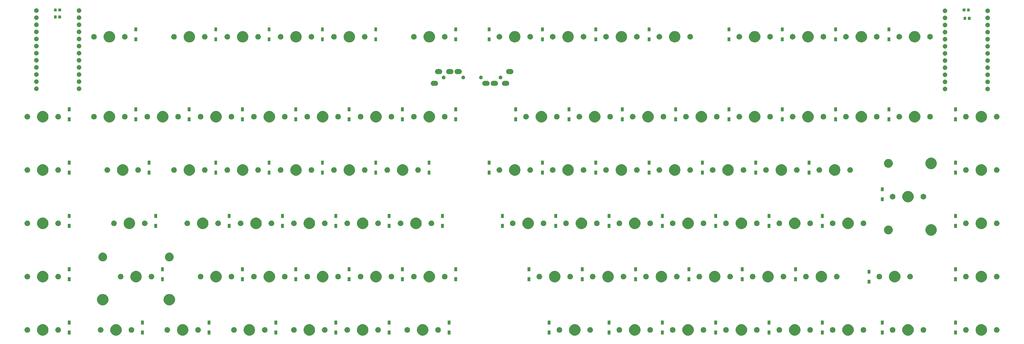
<source format=gts>
G04 #@! TF.GenerationSoftware,KiCad,Pcbnew,(5.1.5)-3*
G04 #@! TF.CreationDate,2020-06-17T21:34:19+09:00*
G04 #@! TF.ProjectId,ProtoKeyboard,50726f74-6f4b-4657-9962-6f6172642e6b,rev?*
G04 #@! TF.SameCoordinates,Original*
G04 #@! TF.FileFunction,Soldermask,Top*
G04 #@! TF.FilePolarity,Negative*
%FSLAX46Y46*%
G04 Gerber Fmt 4.6, Leading zero omitted, Abs format (unit mm)*
G04 Created by KiCad (PCBNEW (5.1.5)-3) date 2020-06-17 21:34:19*
%MOMM*%
%LPD*%
G04 APERTURE LIST*
%ADD10C,0.100000*%
G04 APERTURE END LIST*
D10*
G36*
X74504704Y-165522038D02*
G01*
X74853821Y-165666647D01*
X74877963Y-165676647D01*
X75213886Y-165901104D01*
X75499566Y-166186784D01*
X75717343Y-166512709D01*
X75724024Y-166522709D01*
X75878632Y-166895966D01*
X75957450Y-167292213D01*
X75957450Y-167696227D01*
X75878632Y-168092474D01*
X75731885Y-168446752D01*
X75724023Y-168465733D01*
X75499566Y-168801656D01*
X75213886Y-169087336D01*
X74877963Y-169311793D01*
X74877962Y-169311794D01*
X74877961Y-169311794D01*
X74504704Y-169466402D01*
X74108457Y-169545220D01*
X73704443Y-169545220D01*
X73308196Y-169466402D01*
X72934939Y-169311794D01*
X72934938Y-169311794D01*
X72934937Y-169311793D01*
X72599014Y-169087336D01*
X72313334Y-168801656D01*
X72088877Y-168465733D01*
X72081015Y-168446752D01*
X71934268Y-168092474D01*
X71855450Y-167696227D01*
X71855450Y-167292213D01*
X71934268Y-166895966D01*
X72088876Y-166522709D01*
X72095558Y-166512709D01*
X72313334Y-166186784D01*
X72599014Y-165901104D01*
X72934937Y-165676647D01*
X72959079Y-165666647D01*
X73308196Y-165522038D01*
X73704443Y-165443220D01*
X74108457Y-165443220D01*
X74504704Y-165522038D01*
G37*
G36*
X100698454Y-165522038D02*
G01*
X101047571Y-165666647D01*
X101071713Y-165676647D01*
X101407636Y-165901104D01*
X101693316Y-166186784D01*
X101911093Y-166512709D01*
X101917774Y-166522709D01*
X102072382Y-166895966D01*
X102151200Y-167292213D01*
X102151200Y-167696227D01*
X102072382Y-168092474D01*
X101925635Y-168446752D01*
X101917773Y-168465733D01*
X101693316Y-168801656D01*
X101407636Y-169087336D01*
X101071713Y-169311793D01*
X101071712Y-169311794D01*
X101071711Y-169311794D01*
X100698454Y-169466402D01*
X100302207Y-169545220D01*
X99898193Y-169545220D01*
X99501946Y-169466402D01*
X99128689Y-169311794D01*
X99128688Y-169311794D01*
X99128687Y-169311793D01*
X98792764Y-169087336D01*
X98507084Y-168801656D01*
X98282627Y-168465733D01*
X98274765Y-168446752D01*
X98128018Y-168092474D01*
X98049200Y-167696227D01*
X98049200Y-167292213D01*
X98128018Y-166895966D01*
X98282626Y-166522709D01*
X98289308Y-166512709D01*
X98507084Y-166186784D01*
X98792764Y-165901104D01*
X99128687Y-165676647D01*
X99152829Y-165666647D01*
X99501946Y-165522038D01*
X99898193Y-165443220D01*
X100302207Y-165443220D01*
X100698454Y-165522038D01*
G37*
G36*
X124510954Y-165522038D02*
G01*
X124860071Y-165666647D01*
X124884213Y-165676647D01*
X125220136Y-165901104D01*
X125505816Y-166186784D01*
X125723593Y-166512709D01*
X125730274Y-166522709D01*
X125884882Y-166895966D01*
X125963700Y-167292213D01*
X125963700Y-167696227D01*
X125884882Y-168092474D01*
X125738135Y-168446752D01*
X125730273Y-168465733D01*
X125505816Y-168801656D01*
X125220136Y-169087336D01*
X124884213Y-169311793D01*
X124884212Y-169311794D01*
X124884211Y-169311794D01*
X124510954Y-169466402D01*
X124114707Y-169545220D01*
X123710693Y-169545220D01*
X123314446Y-169466402D01*
X122941189Y-169311794D01*
X122941188Y-169311794D01*
X122941187Y-169311793D01*
X122605264Y-169087336D01*
X122319584Y-168801656D01*
X122095127Y-168465733D01*
X122087265Y-168446752D01*
X121940518Y-168092474D01*
X121861700Y-167696227D01*
X121861700Y-167292213D01*
X121940518Y-166895966D01*
X122095126Y-166522709D01*
X122101808Y-166512709D01*
X122319584Y-166186784D01*
X122605264Y-165901104D01*
X122941187Y-165676647D01*
X122965329Y-165666647D01*
X123314446Y-165522038D01*
X123710693Y-165443220D01*
X124114707Y-165443220D01*
X124510954Y-165522038D01*
G37*
G36*
X148323454Y-165522038D02*
G01*
X148672571Y-165666647D01*
X148696713Y-165676647D01*
X149032636Y-165901104D01*
X149318316Y-166186784D01*
X149536093Y-166512709D01*
X149542774Y-166522709D01*
X149697382Y-166895966D01*
X149776200Y-167292213D01*
X149776200Y-167696227D01*
X149697382Y-168092474D01*
X149550635Y-168446752D01*
X149542773Y-168465733D01*
X149318316Y-168801656D01*
X149032636Y-169087336D01*
X148696713Y-169311793D01*
X148696712Y-169311794D01*
X148696711Y-169311794D01*
X148323454Y-169466402D01*
X147927207Y-169545220D01*
X147523193Y-169545220D01*
X147126946Y-169466402D01*
X146753689Y-169311794D01*
X146753688Y-169311794D01*
X146753687Y-169311793D01*
X146417764Y-169087336D01*
X146132084Y-168801656D01*
X145907627Y-168465733D01*
X145899765Y-168446752D01*
X145753018Y-168092474D01*
X145674200Y-167696227D01*
X145674200Y-167292213D01*
X145753018Y-166895966D01*
X145907626Y-166522709D01*
X145914308Y-166512709D01*
X146132084Y-166186784D01*
X146417764Y-165901104D01*
X146753687Y-165676647D01*
X146777829Y-165666647D01*
X147126946Y-165522038D01*
X147523193Y-165443220D01*
X147927207Y-165443220D01*
X148323454Y-165522038D01*
G37*
G36*
X169754704Y-165522038D02*
G01*
X170103821Y-165666647D01*
X170127963Y-165676647D01*
X170463886Y-165901104D01*
X170749566Y-166186784D01*
X170967343Y-166512709D01*
X170974024Y-166522709D01*
X171128632Y-166895966D01*
X171207450Y-167292213D01*
X171207450Y-167696227D01*
X171128632Y-168092474D01*
X170981885Y-168446752D01*
X170974023Y-168465733D01*
X170749566Y-168801656D01*
X170463886Y-169087336D01*
X170127963Y-169311793D01*
X170127962Y-169311794D01*
X170127961Y-169311794D01*
X169754704Y-169466402D01*
X169358457Y-169545220D01*
X168954443Y-169545220D01*
X168558196Y-169466402D01*
X168184939Y-169311794D01*
X168184938Y-169311794D01*
X168184937Y-169311793D01*
X167849014Y-169087336D01*
X167563334Y-168801656D01*
X167338877Y-168465733D01*
X167331015Y-168446752D01*
X167184268Y-168092474D01*
X167105450Y-167696227D01*
X167105450Y-167292213D01*
X167184268Y-166895966D01*
X167338876Y-166522709D01*
X167345558Y-166512709D01*
X167563334Y-166186784D01*
X167849014Y-165901104D01*
X168184937Y-165676647D01*
X168209079Y-165666647D01*
X168558196Y-165522038D01*
X168954443Y-165443220D01*
X169358457Y-165443220D01*
X169754704Y-165522038D01*
G37*
G36*
X210235954Y-165522038D02*
G01*
X210585071Y-165666647D01*
X210609213Y-165676647D01*
X210945136Y-165901104D01*
X211230816Y-166186784D01*
X211448593Y-166512709D01*
X211455274Y-166522709D01*
X211609882Y-166895966D01*
X211688700Y-167292213D01*
X211688700Y-167696227D01*
X211609882Y-168092474D01*
X211463135Y-168446752D01*
X211455273Y-168465733D01*
X211230816Y-168801656D01*
X210945136Y-169087336D01*
X210609213Y-169311793D01*
X210609212Y-169311794D01*
X210609211Y-169311794D01*
X210235954Y-169466402D01*
X209839707Y-169545220D01*
X209435693Y-169545220D01*
X209039446Y-169466402D01*
X208666189Y-169311794D01*
X208666188Y-169311794D01*
X208666187Y-169311793D01*
X208330264Y-169087336D01*
X208044584Y-168801656D01*
X207820127Y-168465733D01*
X207812265Y-168446752D01*
X207665518Y-168092474D01*
X207586700Y-167696227D01*
X207586700Y-167292213D01*
X207665518Y-166895966D01*
X207820126Y-166522709D01*
X207826808Y-166512709D01*
X208044584Y-166186784D01*
X208330264Y-165901104D01*
X208666187Y-165676647D01*
X208690329Y-165666647D01*
X209039446Y-165522038D01*
X209435693Y-165443220D01*
X209839707Y-165443220D01*
X210235954Y-165522038D01*
G37*
G36*
X188804704Y-165522038D02*
G01*
X189153821Y-165666647D01*
X189177963Y-165676647D01*
X189513886Y-165901104D01*
X189799566Y-166186784D01*
X190017343Y-166512709D01*
X190024024Y-166522709D01*
X190178632Y-166895966D01*
X190257450Y-167292213D01*
X190257450Y-167696227D01*
X190178632Y-168092474D01*
X190031885Y-168446752D01*
X190024023Y-168465733D01*
X189799566Y-168801656D01*
X189513886Y-169087336D01*
X189177963Y-169311793D01*
X189177962Y-169311794D01*
X189177961Y-169311794D01*
X188804704Y-169466402D01*
X188408457Y-169545220D01*
X188004443Y-169545220D01*
X187608196Y-169466402D01*
X187234939Y-169311794D01*
X187234938Y-169311794D01*
X187234937Y-169311793D01*
X186899014Y-169087336D01*
X186613334Y-168801656D01*
X186388877Y-168465733D01*
X186381015Y-168446752D01*
X186234268Y-168092474D01*
X186155450Y-167696227D01*
X186155450Y-167292213D01*
X186234268Y-166895966D01*
X186388876Y-166522709D01*
X186395558Y-166512709D01*
X186613334Y-166186784D01*
X186899014Y-165901104D01*
X187234937Y-165676647D01*
X187259079Y-165666647D01*
X187608196Y-165522038D01*
X188004443Y-165443220D01*
X188408457Y-165443220D01*
X188804704Y-165522038D01*
G37*
G36*
X305065954Y-165512038D02*
G01*
X305439211Y-165666646D01*
X305439213Y-165666647D01*
X305454179Y-165676647D01*
X305775136Y-165891104D01*
X306060816Y-166176784D01*
X306285274Y-166512709D01*
X306439882Y-166885966D01*
X306518700Y-167282213D01*
X306518700Y-167686227D01*
X306439882Y-168082474D01*
X306316107Y-168381294D01*
X306285273Y-168455733D01*
X306060816Y-168791656D01*
X305775136Y-169077336D01*
X305439213Y-169301793D01*
X305439212Y-169301794D01*
X305439211Y-169301794D01*
X305065954Y-169456402D01*
X304669707Y-169535220D01*
X304265693Y-169535220D01*
X303869446Y-169456402D01*
X303496189Y-169301794D01*
X303496188Y-169301794D01*
X303496187Y-169301793D01*
X303160264Y-169077336D01*
X302874584Y-168791656D01*
X302650127Y-168455733D01*
X302619293Y-168381294D01*
X302495518Y-168082474D01*
X302416700Y-167686227D01*
X302416700Y-167282213D01*
X302495518Y-166885966D01*
X302650126Y-166512709D01*
X302874584Y-166176784D01*
X303160264Y-165891104D01*
X303481221Y-165676647D01*
X303496187Y-165666647D01*
X303496189Y-165666646D01*
X303869446Y-165512038D01*
X304265693Y-165433220D01*
X304669707Y-165433220D01*
X305065954Y-165512038D01*
G37*
G36*
X409840954Y-165512038D02*
G01*
X410214211Y-165666646D01*
X410214213Y-165666647D01*
X410229179Y-165676647D01*
X410550136Y-165891104D01*
X410835816Y-166176784D01*
X411060274Y-166512709D01*
X411214882Y-166885966D01*
X411293700Y-167282213D01*
X411293700Y-167686227D01*
X411214882Y-168082474D01*
X411091107Y-168381294D01*
X411060273Y-168455733D01*
X410835816Y-168791656D01*
X410550136Y-169077336D01*
X410214213Y-169301793D01*
X410214212Y-169301794D01*
X410214211Y-169301794D01*
X409840954Y-169456402D01*
X409444707Y-169535220D01*
X409040693Y-169535220D01*
X408644446Y-169456402D01*
X408271189Y-169301794D01*
X408271188Y-169301794D01*
X408271187Y-169301793D01*
X407935264Y-169077336D01*
X407649584Y-168791656D01*
X407425127Y-168455733D01*
X407394293Y-168381294D01*
X407270518Y-168082474D01*
X407191700Y-167686227D01*
X407191700Y-167282213D01*
X407270518Y-166885966D01*
X407425126Y-166512709D01*
X407649584Y-166176784D01*
X407935264Y-165891104D01*
X408256221Y-165676647D01*
X408271187Y-165666647D01*
X408271189Y-165666646D01*
X408644446Y-165512038D01*
X409040693Y-165433220D01*
X409444707Y-165433220D01*
X409840954Y-165512038D01*
G37*
G36*
X264584704Y-165512038D02*
G01*
X264957961Y-165666646D01*
X264957963Y-165666647D01*
X264972929Y-165676647D01*
X265293886Y-165891104D01*
X265579566Y-166176784D01*
X265804024Y-166512709D01*
X265958632Y-166885966D01*
X266037450Y-167282213D01*
X266037450Y-167686227D01*
X265958632Y-168082474D01*
X265834857Y-168381294D01*
X265804023Y-168455733D01*
X265579566Y-168791656D01*
X265293886Y-169077336D01*
X264957963Y-169301793D01*
X264957962Y-169301794D01*
X264957961Y-169301794D01*
X264584704Y-169456402D01*
X264188457Y-169535220D01*
X263784443Y-169535220D01*
X263388196Y-169456402D01*
X263014939Y-169301794D01*
X263014938Y-169301794D01*
X263014937Y-169301793D01*
X262679014Y-169077336D01*
X262393334Y-168791656D01*
X262168877Y-168455733D01*
X262138043Y-168381294D01*
X262014268Y-168082474D01*
X261935450Y-167686227D01*
X261935450Y-167282213D01*
X262014268Y-166885966D01*
X262168876Y-166512709D01*
X262393334Y-166176784D01*
X262679014Y-165891104D01*
X262999971Y-165676647D01*
X263014937Y-165666647D01*
X263014939Y-165666646D01*
X263388196Y-165512038D01*
X263784443Y-165433220D01*
X264188457Y-165433220D01*
X264584704Y-165512038D01*
G37*
G36*
X286015954Y-165512038D02*
G01*
X286389211Y-165666646D01*
X286389213Y-165666647D01*
X286404179Y-165676647D01*
X286725136Y-165891104D01*
X287010816Y-166176784D01*
X287235274Y-166512709D01*
X287389882Y-166885966D01*
X287468700Y-167282213D01*
X287468700Y-167686227D01*
X287389882Y-168082474D01*
X287266107Y-168381294D01*
X287235273Y-168455733D01*
X287010816Y-168791656D01*
X286725136Y-169077336D01*
X286389213Y-169301793D01*
X286389212Y-169301794D01*
X286389211Y-169301794D01*
X286015954Y-169456402D01*
X285619707Y-169535220D01*
X285215693Y-169535220D01*
X284819446Y-169456402D01*
X284446189Y-169301794D01*
X284446188Y-169301794D01*
X284446187Y-169301793D01*
X284110264Y-169077336D01*
X283824584Y-168791656D01*
X283600127Y-168455733D01*
X283569293Y-168381294D01*
X283445518Y-168082474D01*
X283366700Y-167686227D01*
X283366700Y-167282213D01*
X283445518Y-166885966D01*
X283600126Y-166512709D01*
X283824584Y-166176784D01*
X284110264Y-165891104D01*
X284431221Y-165676647D01*
X284446187Y-165666647D01*
X284446189Y-165666646D01*
X284819446Y-165512038D01*
X285215693Y-165433220D01*
X285619707Y-165433220D01*
X286015954Y-165512038D01*
G37*
G36*
X324115954Y-165512038D02*
G01*
X324489211Y-165666646D01*
X324489213Y-165666647D01*
X324504179Y-165676647D01*
X324825136Y-165891104D01*
X325110816Y-166176784D01*
X325335274Y-166512709D01*
X325489882Y-166885966D01*
X325568700Y-167282213D01*
X325568700Y-167686227D01*
X325489882Y-168082474D01*
X325366107Y-168381294D01*
X325335273Y-168455733D01*
X325110816Y-168791656D01*
X324825136Y-169077336D01*
X324489213Y-169301793D01*
X324489212Y-169301794D01*
X324489211Y-169301794D01*
X324115954Y-169456402D01*
X323719707Y-169535220D01*
X323315693Y-169535220D01*
X322919446Y-169456402D01*
X322546189Y-169301794D01*
X322546188Y-169301794D01*
X322546187Y-169301793D01*
X322210264Y-169077336D01*
X321924584Y-168791656D01*
X321700127Y-168455733D01*
X321669293Y-168381294D01*
X321545518Y-168082474D01*
X321466700Y-167686227D01*
X321466700Y-167282213D01*
X321545518Y-166885966D01*
X321700126Y-166512709D01*
X321924584Y-166176784D01*
X322210264Y-165891104D01*
X322531221Y-165676647D01*
X322546187Y-165666647D01*
X322546189Y-165666646D01*
X322919446Y-165512038D01*
X323315693Y-165433220D01*
X323719707Y-165433220D01*
X324115954Y-165512038D01*
G37*
G36*
X343165954Y-165512038D02*
G01*
X343539211Y-165666646D01*
X343539213Y-165666647D01*
X343554179Y-165676647D01*
X343875136Y-165891104D01*
X344160816Y-166176784D01*
X344385274Y-166512709D01*
X344539882Y-166885966D01*
X344618700Y-167282213D01*
X344618700Y-167686227D01*
X344539882Y-168082474D01*
X344416107Y-168381294D01*
X344385273Y-168455733D01*
X344160816Y-168791656D01*
X343875136Y-169077336D01*
X343539213Y-169301793D01*
X343539212Y-169301794D01*
X343539211Y-169301794D01*
X343165954Y-169456402D01*
X342769707Y-169535220D01*
X342365693Y-169535220D01*
X341969446Y-169456402D01*
X341596189Y-169301794D01*
X341596188Y-169301794D01*
X341596187Y-169301793D01*
X341260264Y-169077336D01*
X340974584Y-168791656D01*
X340750127Y-168455733D01*
X340719293Y-168381294D01*
X340595518Y-168082474D01*
X340516700Y-167686227D01*
X340516700Y-167282213D01*
X340595518Y-166885966D01*
X340750126Y-166512709D01*
X340974584Y-166176784D01*
X341260264Y-165891104D01*
X341581221Y-165676647D01*
X341596187Y-165666647D01*
X341596189Y-165666646D01*
X341969446Y-165512038D01*
X342365693Y-165433220D01*
X342769707Y-165433220D01*
X343165954Y-165512038D01*
G37*
G36*
X362215954Y-165512038D02*
G01*
X362589211Y-165666646D01*
X362589213Y-165666647D01*
X362604179Y-165676647D01*
X362925136Y-165891104D01*
X363210816Y-166176784D01*
X363435274Y-166512709D01*
X363589882Y-166885966D01*
X363668700Y-167282213D01*
X363668700Y-167686227D01*
X363589882Y-168082474D01*
X363466107Y-168381294D01*
X363435273Y-168455733D01*
X363210816Y-168791656D01*
X362925136Y-169077336D01*
X362589213Y-169301793D01*
X362589212Y-169301794D01*
X362589211Y-169301794D01*
X362215954Y-169456402D01*
X361819707Y-169535220D01*
X361415693Y-169535220D01*
X361019446Y-169456402D01*
X360646189Y-169301794D01*
X360646188Y-169301794D01*
X360646187Y-169301793D01*
X360310264Y-169077336D01*
X360024584Y-168791656D01*
X359800127Y-168455733D01*
X359769293Y-168381294D01*
X359645518Y-168082474D01*
X359566700Y-167686227D01*
X359566700Y-167282213D01*
X359645518Y-166885966D01*
X359800126Y-166512709D01*
X360024584Y-166176784D01*
X360310264Y-165891104D01*
X360631221Y-165676647D01*
X360646187Y-165666647D01*
X360646189Y-165666646D01*
X361019446Y-165512038D01*
X361415693Y-165433220D01*
X361819707Y-165433220D01*
X362215954Y-165512038D01*
G37*
G36*
X383647204Y-165512038D02*
G01*
X384020461Y-165666646D01*
X384020463Y-165666647D01*
X384035429Y-165676647D01*
X384356386Y-165891104D01*
X384642066Y-166176784D01*
X384866524Y-166512709D01*
X385021132Y-166885966D01*
X385099950Y-167282213D01*
X385099950Y-167686227D01*
X385021132Y-168082474D01*
X384897357Y-168381294D01*
X384866523Y-168455733D01*
X384642066Y-168791656D01*
X384356386Y-169077336D01*
X384020463Y-169301793D01*
X384020462Y-169301794D01*
X384020461Y-169301794D01*
X383647204Y-169456402D01*
X383250957Y-169535220D01*
X382846943Y-169535220D01*
X382450696Y-169456402D01*
X382077439Y-169301794D01*
X382077438Y-169301794D01*
X382077437Y-169301793D01*
X381741514Y-169077336D01*
X381455834Y-168791656D01*
X381231377Y-168455733D01*
X381200543Y-168381294D01*
X381076768Y-168082474D01*
X380997950Y-167686227D01*
X380997950Y-167282213D01*
X381076768Y-166885966D01*
X381231376Y-166512709D01*
X381455834Y-166176784D01*
X381741514Y-165891104D01*
X382062471Y-165676647D01*
X382077437Y-165666647D01*
X382077439Y-165666646D01*
X382450696Y-165512038D01*
X382846943Y-165433220D01*
X383250957Y-165433220D01*
X383647204Y-165512038D01*
G37*
G36*
X276725200Y-169100470D02*
G01*
X275725200Y-169100470D01*
X275725200Y-167700470D01*
X276725200Y-167700470D01*
X276725200Y-169100470D01*
G37*
G36*
X400550200Y-169100470D02*
G01*
X399550200Y-169100470D01*
X399550200Y-167700470D01*
X400550200Y-167700470D01*
X400550200Y-169100470D01*
G37*
G36*
X374356450Y-169100470D02*
G01*
X373356450Y-169100470D01*
X373356450Y-167700470D01*
X374356450Y-167700470D01*
X374356450Y-169100470D01*
G37*
G36*
X352925200Y-169100470D02*
G01*
X351925200Y-169100470D01*
X351925200Y-167700470D01*
X352925200Y-167700470D01*
X352925200Y-169100470D01*
G37*
G36*
X333875200Y-169100470D02*
G01*
X332875200Y-169100470D01*
X332875200Y-167700470D01*
X333875200Y-167700470D01*
X333875200Y-169100470D01*
G37*
G36*
X110037700Y-169100470D02*
G01*
X109037700Y-169100470D01*
X109037700Y-167700470D01*
X110037700Y-167700470D01*
X110037700Y-169100470D01*
G37*
G36*
X133850200Y-169100470D02*
G01*
X132850200Y-169100470D01*
X132850200Y-167700470D01*
X133850200Y-167700470D01*
X133850200Y-169100470D01*
G37*
G36*
X157662700Y-169100470D02*
G01*
X156662700Y-169100470D01*
X156662700Y-167700470D01*
X157662700Y-167700470D01*
X157662700Y-169100470D01*
G37*
G36*
X179093950Y-169100470D02*
G01*
X178093950Y-169100470D01*
X178093950Y-167700470D01*
X179093950Y-167700470D01*
X179093950Y-169100470D01*
G37*
G36*
X198143950Y-169100470D02*
G01*
X197143950Y-169100470D01*
X197143950Y-167700470D01*
X198143950Y-167700470D01*
X198143950Y-169100470D01*
G37*
G36*
X219575200Y-169100470D02*
G01*
X218575200Y-169100470D01*
X218575200Y-167700470D01*
X219575200Y-167700470D01*
X219575200Y-169100470D01*
G37*
G36*
X255293950Y-169100470D02*
G01*
X254293950Y-169100470D01*
X254293950Y-167700470D01*
X255293950Y-167700470D01*
X255293950Y-169100470D01*
G37*
G36*
X295775200Y-169100470D02*
G01*
X294775200Y-169100470D01*
X294775200Y-167700470D01*
X295775200Y-167700470D01*
X295775200Y-169100470D01*
G37*
G36*
X83843950Y-169100470D02*
G01*
X82843950Y-169100470D01*
X82843950Y-167700470D01*
X83843950Y-167700470D01*
X83843950Y-169100470D01*
G37*
G36*
X314825200Y-169100470D02*
G01*
X313825200Y-169100470D01*
X313825200Y-167700470D01*
X314825200Y-167700470D01*
X314825200Y-169100470D01*
G37*
G36*
X129704681Y-166531688D02*
G01*
X129886851Y-166607146D01*
X130050800Y-166716693D01*
X130190227Y-166856120D01*
X130299774Y-167020069D01*
X130375232Y-167202239D01*
X130413700Y-167395630D01*
X130413700Y-167592810D01*
X130375232Y-167786201D01*
X130299774Y-167968371D01*
X130190227Y-168132320D01*
X130050800Y-168271747D01*
X129886851Y-168381294D01*
X129704681Y-168456752D01*
X129607985Y-168475986D01*
X129511291Y-168495220D01*
X129314109Y-168495220D01*
X129217415Y-168475986D01*
X129120719Y-168456752D01*
X128938549Y-168381294D01*
X128774600Y-168271747D01*
X128635173Y-168132320D01*
X128525626Y-167968371D01*
X128450168Y-167786201D01*
X128411700Y-167592810D01*
X128411700Y-167395630D01*
X128450168Y-167202239D01*
X128525626Y-167020069D01*
X128635173Y-166856120D01*
X128774600Y-166716693D01*
X128938549Y-166607146D01*
X129120719Y-166531688D01*
X129314109Y-166493220D01*
X129511291Y-166493220D01*
X129704681Y-166531688D01*
G37*
G36*
X215429681Y-166531688D02*
G01*
X215611851Y-166607146D01*
X215775800Y-166716693D01*
X215915227Y-166856120D01*
X216024774Y-167020069D01*
X216100232Y-167202239D01*
X216138700Y-167395630D01*
X216138700Y-167592810D01*
X216100232Y-167786201D01*
X216024774Y-167968371D01*
X215915227Y-168132320D01*
X215775800Y-168271747D01*
X215611851Y-168381294D01*
X215429681Y-168456752D01*
X215332985Y-168475986D01*
X215236291Y-168495220D01*
X215039109Y-168495220D01*
X214942415Y-168475986D01*
X214845719Y-168456752D01*
X214663549Y-168381294D01*
X214499600Y-168271747D01*
X214360173Y-168132320D01*
X214250626Y-167968371D01*
X214175168Y-167786201D01*
X214136700Y-167592810D01*
X214136700Y-167395630D01*
X214175168Y-167202239D01*
X214250626Y-167020069D01*
X214360173Y-166856120D01*
X214499600Y-166716693D01*
X214663549Y-166607146D01*
X214845719Y-166531688D01*
X215039109Y-166493220D01*
X215236291Y-166493220D01*
X215429681Y-166531688D01*
G37*
G36*
X204429681Y-166531688D02*
G01*
X204611851Y-166607146D01*
X204775800Y-166716693D01*
X204915227Y-166856120D01*
X205024774Y-167020069D01*
X205100232Y-167202239D01*
X205138700Y-167395630D01*
X205138700Y-167592810D01*
X205100232Y-167786201D01*
X205024774Y-167968371D01*
X204915227Y-168132320D01*
X204775800Y-168271747D01*
X204611851Y-168381294D01*
X204429681Y-168456752D01*
X204332985Y-168475986D01*
X204236291Y-168495220D01*
X204039109Y-168495220D01*
X203942415Y-168475986D01*
X203845719Y-168456752D01*
X203663549Y-168381294D01*
X203499600Y-168271747D01*
X203360173Y-168132320D01*
X203250626Y-167968371D01*
X203175168Y-167786201D01*
X203136700Y-167592810D01*
X203136700Y-167395630D01*
X203175168Y-167202239D01*
X203250626Y-167020069D01*
X203360173Y-166856120D01*
X203499600Y-166716693D01*
X203663549Y-166607146D01*
X203845719Y-166531688D01*
X204039109Y-166493220D01*
X204236291Y-166493220D01*
X204429681Y-166531688D01*
G37*
G36*
X68698431Y-166531688D02*
G01*
X68880601Y-166607146D01*
X69044550Y-166716693D01*
X69183977Y-166856120D01*
X69293524Y-167020069D01*
X69368982Y-167202239D01*
X69407450Y-167395630D01*
X69407450Y-167592810D01*
X69368982Y-167786201D01*
X69293524Y-167968371D01*
X69183977Y-168132320D01*
X69044550Y-168271747D01*
X68880601Y-168381294D01*
X68698431Y-168456752D01*
X68601735Y-168475986D01*
X68505041Y-168495220D01*
X68307859Y-168495220D01*
X68211165Y-168475986D01*
X68114469Y-168456752D01*
X67932299Y-168381294D01*
X67768350Y-168271747D01*
X67628923Y-168132320D01*
X67519376Y-167968371D01*
X67443918Y-167786201D01*
X67405450Y-167592810D01*
X67405450Y-167395630D01*
X67443918Y-167202239D01*
X67519376Y-167020069D01*
X67628923Y-166856120D01*
X67768350Y-166716693D01*
X67932299Y-166607146D01*
X68114469Y-166531688D01*
X68307859Y-166493220D01*
X68505041Y-166493220D01*
X68698431Y-166531688D01*
G37*
G36*
X79698431Y-166531688D02*
G01*
X79880601Y-166607146D01*
X80044550Y-166716693D01*
X80183977Y-166856120D01*
X80293524Y-167020069D01*
X80368982Y-167202239D01*
X80407450Y-167395630D01*
X80407450Y-167592810D01*
X80368982Y-167786201D01*
X80293524Y-167968371D01*
X80183977Y-168132320D01*
X80044550Y-168271747D01*
X79880601Y-168381294D01*
X79698431Y-168456752D01*
X79601735Y-168475986D01*
X79505041Y-168495220D01*
X79307859Y-168495220D01*
X79211165Y-168475986D01*
X79114469Y-168456752D01*
X78932299Y-168381294D01*
X78768350Y-168271747D01*
X78628923Y-168132320D01*
X78519376Y-167968371D01*
X78443918Y-167786201D01*
X78405450Y-167592810D01*
X78405450Y-167395630D01*
X78443918Y-167202239D01*
X78519376Y-167020069D01*
X78628923Y-166856120D01*
X78768350Y-166716693D01*
X78932299Y-166607146D01*
X79114469Y-166531688D01*
X79307859Y-166493220D01*
X79505041Y-166493220D01*
X79698431Y-166531688D01*
G37*
G36*
X105892181Y-166531688D02*
G01*
X106074351Y-166607146D01*
X106238300Y-166716693D01*
X106377727Y-166856120D01*
X106487274Y-167020069D01*
X106562732Y-167202239D01*
X106601200Y-167395630D01*
X106601200Y-167592810D01*
X106562732Y-167786201D01*
X106487274Y-167968371D01*
X106377727Y-168132320D01*
X106238300Y-168271747D01*
X106074351Y-168381294D01*
X105892181Y-168456752D01*
X105795485Y-168475986D01*
X105698791Y-168495220D01*
X105501609Y-168495220D01*
X105404915Y-168475986D01*
X105308219Y-168456752D01*
X105126049Y-168381294D01*
X104962100Y-168271747D01*
X104822673Y-168132320D01*
X104713126Y-167968371D01*
X104637668Y-167786201D01*
X104599200Y-167592810D01*
X104599200Y-167395630D01*
X104637668Y-167202239D01*
X104713126Y-167020069D01*
X104822673Y-166856120D01*
X104962100Y-166716693D01*
X105126049Y-166607146D01*
X105308219Y-166531688D01*
X105501609Y-166493220D01*
X105698791Y-166493220D01*
X105892181Y-166531688D01*
G37*
G36*
X94892181Y-166531688D02*
G01*
X95074351Y-166607146D01*
X95238300Y-166716693D01*
X95377727Y-166856120D01*
X95487274Y-167020069D01*
X95562732Y-167202239D01*
X95601200Y-167395630D01*
X95601200Y-167592810D01*
X95562732Y-167786201D01*
X95487274Y-167968371D01*
X95377727Y-168132320D01*
X95238300Y-168271747D01*
X95074351Y-168381294D01*
X94892181Y-168456752D01*
X94795485Y-168475986D01*
X94698791Y-168495220D01*
X94501609Y-168495220D01*
X94404915Y-168475986D01*
X94308219Y-168456752D01*
X94126049Y-168381294D01*
X93962100Y-168271747D01*
X93822673Y-168132320D01*
X93713126Y-167968371D01*
X93637668Y-167786201D01*
X93599200Y-167592810D01*
X93599200Y-167395630D01*
X93637668Y-167202239D01*
X93713126Y-167020069D01*
X93822673Y-166856120D01*
X93962100Y-166716693D01*
X94126049Y-166607146D01*
X94308219Y-166531688D01*
X94501609Y-166493220D01*
X94698791Y-166493220D01*
X94892181Y-166531688D01*
G37*
G36*
X163948431Y-166531688D02*
G01*
X164130601Y-166607146D01*
X164294550Y-166716693D01*
X164433977Y-166856120D01*
X164543524Y-167020069D01*
X164618982Y-167202239D01*
X164657450Y-167395630D01*
X164657450Y-167592810D01*
X164618982Y-167786201D01*
X164543524Y-167968371D01*
X164433977Y-168132320D01*
X164294550Y-168271747D01*
X164130601Y-168381294D01*
X163948431Y-168456752D01*
X163851735Y-168475986D01*
X163755041Y-168495220D01*
X163557859Y-168495220D01*
X163461165Y-168475986D01*
X163364469Y-168456752D01*
X163182299Y-168381294D01*
X163018350Y-168271747D01*
X162878923Y-168132320D01*
X162769376Y-167968371D01*
X162693918Y-167786201D01*
X162655450Y-167592810D01*
X162655450Y-167395630D01*
X162693918Y-167202239D01*
X162769376Y-167020069D01*
X162878923Y-166856120D01*
X163018350Y-166716693D01*
X163182299Y-166607146D01*
X163364469Y-166531688D01*
X163557859Y-166493220D01*
X163755041Y-166493220D01*
X163948431Y-166531688D01*
G37*
G36*
X118704681Y-166531688D02*
G01*
X118886851Y-166607146D01*
X119050800Y-166716693D01*
X119190227Y-166856120D01*
X119299774Y-167020069D01*
X119375232Y-167202239D01*
X119413700Y-167395630D01*
X119413700Y-167592810D01*
X119375232Y-167786201D01*
X119299774Y-167968371D01*
X119190227Y-168132320D01*
X119050800Y-168271747D01*
X118886851Y-168381294D01*
X118704681Y-168456752D01*
X118607985Y-168475986D01*
X118511291Y-168495220D01*
X118314109Y-168495220D01*
X118217415Y-168475986D01*
X118120719Y-168456752D01*
X117938549Y-168381294D01*
X117774600Y-168271747D01*
X117635173Y-168132320D01*
X117525626Y-167968371D01*
X117450168Y-167786201D01*
X117411700Y-167592810D01*
X117411700Y-167395630D01*
X117450168Y-167202239D01*
X117525626Y-167020069D01*
X117635173Y-166856120D01*
X117774600Y-166716693D01*
X117938549Y-166607146D01*
X118120719Y-166531688D01*
X118314109Y-166493220D01*
X118511291Y-166493220D01*
X118704681Y-166531688D01*
G37*
G36*
X174948431Y-166531688D02*
G01*
X175130601Y-166607146D01*
X175294550Y-166716693D01*
X175433977Y-166856120D01*
X175543524Y-167020069D01*
X175618982Y-167202239D01*
X175657450Y-167395630D01*
X175657450Y-167592810D01*
X175618982Y-167786201D01*
X175543524Y-167968371D01*
X175433977Y-168132320D01*
X175294550Y-168271747D01*
X175130601Y-168381294D01*
X174948431Y-168456752D01*
X174851735Y-168475986D01*
X174755041Y-168495220D01*
X174557859Y-168495220D01*
X174461165Y-168475986D01*
X174364469Y-168456752D01*
X174182299Y-168381294D01*
X174018350Y-168271747D01*
X173878923Y-168132320D01*
X173769376Y-167968371D01*
X173693918Y-167786201D01*
X173655450Y-167592810D01*
X173655450Y-167395630D01*
X173693918Y-167202239D01*
X173769376Y-167020069D01*
X173878923Y-166856120D01*
X174018350Y-166716693D01*
X174182299Y-166607146D01*
X174364469Y-166531688D01*
X174557859Y-166493220D01*
X174755041Y-166493220D01*
X174948431Y-166531688D01*
G37*
G36*
X182998431Y-166531688D02*
G01*
X183180601Y-166607146D01*
X183344550Y-166716693D01*
X183483977Y-166856120D01*
X183593524Y-167020069D01*
X183668982Y-167202239D01*
X183707450Y-167395630D01*
X183707450Y-167592810D01*
X183668982Y-167786201D01*
X183593524Y-167968371D01*
X183483977Y-168132320D01*
X183344550Y-168271747D01*
X183180601Y-168381294D01*
X182998431Y-168456752D01*
X182901735Y-168475986D01*
X182805041Y-168495220D01*
X182607859Y-168495220D01*
X182511165Y-168475986D01*
X182414469Y-168456752D01*
X182232299Y-168381294D01*
X182068350Y-168271747D01*
X181928923Y-168132320D01*
X181819376Y-167968371D01*
X181743918Y-167786201D01*
X181705450Y-167592810D01*
X181705450Y-167395630D01*
X181743918Y-167202239D01*
X181819376Y-167020069D01*
X181928923Y-166856120D01*
X182068350Y-166716693D01*
X182232299Y-166607146D01*
X182414469Y-166531688D01*
X182607859Y-166493220D01*
X182805041Y-166493220D01*
X182998431Y-166531688D01*
G37*
G36*
X153517181Y-166531688D02*
G01*
X153699351Y-166607146D01*
X153863300Y-166716693D01*
X154002727Y-166856120D01*
X154112274Y-167020069D01*
X154187732Y-167202239D01*
X154226200Y-167395630D01*
X154226200Y-167592810D01*
X154187732Y-167786201D01*
X154112274Y-167968371D01*
X154002727Y-168132320D01*
X153863300Y-168271747D01*
X153699351Y-168381294D01*
X153517181Y-168456752D01*
X153420485Y-168475986D01*
X153323791Y-168495220D01*
X153126609Y-168495220D01*
X153029915Y-168475986D01*
X152933219Y-168456752D01*
X152751049Y-168381294D01*
X152587100Y-168271747D01*
X152447673Y-168132320D01*
X152338126Y-167968371D01*
X152262668Y-167786201D01*
X152224200Y-167592810D01*
X152224200Y-167395630D01*
X152262668Y-167202239D01*
X152338126Y-167020069D01*
X152447673Y-166856120D01*
X152587100Y-166716693D01*
X152751049Y-166607146D01*
X152933219Y-166531688D01*
X153126609Y-166493220D01*
X153323791Y-166493220D01*
X153517181Y-166531688D01*
G37*
G36*
X142517181Y-166531688D02*
G01*
X142699351Y-166607146D01*
X142863300Y-166716693D01*
X143002727Y-166856120D01*
X143112274Y-167020069D01*
X143187732Y-167202239D01*
X143226200Y-167395630D01*
X143226200Y-167592810D01*
X143187732Y-167786201D01*
X143112274Y-167968371D01*
X143002727Y-168132320D01*
X142863300Y-168271747D01*
X142699351Y-168381294D01*
X142517181Y-168456752D01*
X142420485Y-168475986D01*
X142323791Y-168495220D01*
X142126609Y-168495220D01*
X142029915Y-168475986D01*
X141933219Y-168456752D01*
X141751049Y-168381294D01*
X141587100Y-168271747D01*
X141447673Y-168132320D01*
X141338126Y-167968371D01*
X141262668Y-167786201D01*
X141224200Y-167592810D01*
X141224200Y-167395630D01*
X141262668Y-167202239D01*
X141338126Y-167020069D01*
X141447673Y-166856120D01*
X141587100Y-166716693D01*
X141751049Y-166607146D01*
X141933219Y-166531688D01*
X142126609Y-166493220D01*
X142323791Y-166493220D01*
X142517181Y-166531688D01*
G37*
G36*
X193998431Y-166531688D02*
G01*
X194180601Y-166607146D01*
X194344550Y-166716693D01*
X194483977Y-166856120D01*
X194593524Y-167020069D01*
X194668982Y-167202239D01*
X194707450Y-167395630D01*
X194707450Y-167592810D01*
X194668982Y-167786201D01*
X194593524Y-167968371D01*
X194483977Y-168132320D01*
X194344550Y-168271747D01*
X194180601Y-168381294D01*
X193998431Y-168456752D01*
X193901735Y-168475986D01*
X193805041Y-168495220D01*
X193607859Y-168495220D01*
X193511165Y-168475986D01*
X193414469Y-168456752D01*
X193232299Y-168381294D01*
X193068350Y-168271747D01*
X192928923Y-168132320D01*
X192819376Y-167968371D01*
X192743918Y-167786201D01*
X192705450Y-167592810D01*
X192705450Y-167395630D01*
X192743918Y-167202239D01*
X192819376Y-167020069D01*
X192928923Y-166856120D01*
X193068350Y-166716693D01*
X193232299Y-166607146D01*
X193414469Y-166531688D01*
X193607859Y-166493220D01*
X193805041Y-166493220D01*
X193998431Y-166531688D01*
G37*
G36*
X329212985Y-166502454D02*
G01*
X329309681Y-166521688D01*
X329491851Y-166597146D01*
X329655800Y-166706693D01*
X329795227Y-166846120D01*
X329904774Y-167010069D01*
X329980232Y-167192239D01*
X330018700Y-167385630D01*
X330018700Y-167582810D01*
X329980232Y-167776201D01*
X329904774Y-167958371D01*
X329795227Y-168122320D01*
X329655800Y-168261747D01*
X329491851Y-168371294D01*
X329309681Y-168446752D01*
X329214267Y-168465731D01*
X329116291Y-168485220D01*
X328919109Y-168485220D01*
X328821133Y-168465731D01*
X328725719Y-168446752D01*
X328543549Y-168371294D01*
X328379600Y-168261747D01*
X328240173Y-168122320D01*
X328130626Y-167958371D01*
X328055168Y-167776201D01*
X328016700Y-167582810D01*
X328016700Y-167385630D01*
X328055168Y-167192239D01*
X328130626Y-167010069D01*
X328240173Y-166846120D01*
X328379600Y-166706693D01*
X328543549Y-166597146D01*
X328725719Y-166521688D01*
X328822415Y-166502454D01*
X328919109Y-166483220D01*
X329116291Y-166483220D01*
X329212985Y-166502454D01*
G37*
G36*
X258681735Y-166502454D02*
G01*
X258778431Y-166521688D01*
X258960601Y-166597146D01*
X259124550Y-166706693D01*
X259263977Y-166846120D01*
X259373524Y-167010069D01*
X259448982Y-167192239D01*
X259487450Y-167385630D01*
X259487450Y-167582810D01*
X259448982Y-167776201D01*
X259373524Y-167958371D01*
X259263977Y-168122320D01*
X259124550Y-168261747D01*
X258960601Y-168371294D01*
X258778431Y-168446752D01*
X258683017Y-168465731D01*
X258585041Y-168485220D01*
X258387859Y-168485220D01*
X258289883Y-168465731D01*
X258194469Y-168446752D01*
X258012299Y-168371294D01*
X257848350Y-168261747D01*
X257708923Y-168122320D01*
X257599376Y-167958371D01*
X257523918Y-167776201D01*
X257485450Y-167582810D01*
X257485450Y-167385630D01*
X257523918Y-167192239D01*
X257599376Y-167010069D01*
X257708923Y-166846120D01*
X257848350Y-166706693D01*
X258012299Y-166597146D01*
X258194469Y-166521688D01*
X258291165Y-166502454D01*
X258387859Y-166483220D01*
X258585041Y-166483220D01*
X258681735Y-166502454D01*
G37*
G36*
X269681735Y-166502454D02*
G01*
X269778431Y-166521688D01*
X269960601Y-166597146D01*
X270124550Y-166706693D01*
X270263977Y-166846120D01*
X270373524Y-167010069D01*
X270448982Y-167192239D01*
X270487450Y-167385630D01*
X270487450Y-167582810D01*
X270448982Y-167776201D01*
X270373524Y-167958371D01*
X270263977Y-168122320D01*
X270124550Y-168261747D01*
X269960601Y-168371294D01*
X269778431Y-168446752D01*
X269683017Y-168465731D01*
X269585041Y-168485220D01*
X269387859Y-168485220D01*
X269289883Y-168465731D01*
X269194469Y-168446752D01*
X269012299Y-168371294D01*
X268848350Y-168261747D01*
X268708923Y-168122320D01*
X268599376Y-167958371D01*
X268523918Y-167776201D01*
X268485450Y-167582810D01*
X268485450Y-167385630D01*
X268523918Y-167192239D01*
X268599376Y-167010069D01*
X268708923Y-166846120D01*
X268848350Y-166706693D01*
X269012299Y-166597146D01*
X269194469Y-166521688D01*
X269291165Y-166502454D01*
X269387859Y-166483220D01*
X269585041Y-166483220D01*
X269681735Y-166502454D01*
G37*
G36*
X291112985Y-166502454D02*
G01*
X291209681Y-166521688D01*
X291391851Y-166597146D01*
X291555800Y-166706693D01*
X291695227Y-166846120D01*
X291804774Y-167010069D01*
X291880232Y-167192239D01*
X291918700Y-167385630D01*
X291918700Y-167582810D01*
X291880232Y-167776201D01*
X291804774Y-167958371D01*
X291695227Y-168122320D01*
X291555800Y-168261747D01*
X291391851Y-168371294D01*
X291209681Y-168446752D01*
X291114267Y-168465731D01*
X291016291Y-168485220D01*
X290819109Y-168485220D01*
X290721133Y-168465731D01*
X290625719Y-168446752D01*
X290443549Y-168371294D01*
X290279600Y-168261747D01*
X290140173Y-168122320D01*
X290030626Y-167958371D01*
X289955168Y-167776201D01*
X289916700Y-167582810D01*
X289916700Y-167385630D01*
X289955168Y-167192239D01*
X290030626Y-167010069D01*
X290140173Y-166846120D01*
X290279600Y-166706693D01*
X290443549Y-166597146D01*
X290625719Y-166521688D01*
X290722415Y-166502454D01*
X290819109Y-166483220D01*
X291016291Y-166483220D01*
X291112985Y-166502454D01*
G37*
G36*
X280112985Y-166502454D02*
G01*
X280209681Y-166521688D01*
X280391851Y-166597146D01*
X280555800Y-166706693D01*
X280695227Y-166846120D01*
X280804774Y-167010069D01*
X280880232Y-167192239D01*
X280918700Y-167385630D01*
X280918700Y-167582810D01*
X280880232Y-167776201D01*
X280804774Y-167958371D01*
X280695227Y-168122320D01*
X280555800Y-168261747D01*
X280391851Y-168371294D01*
X280209681Y-168446752D01*
X280114267Y-168465731D01*
X280016291Y-168485220D01*
X279819109Y-168485220D01*
X279721133Y-168465731D01*
X279625719Y-168446752D01*
X279443549Y-168371294D01*
X279279600Y-168261747D01*
X279140173Y-168122320D01*
X279030626Y-167958371D01*
X278955168Y-167776201D01*
X278916700Y-167582810D01*
X278916700Y-167385630D01*
X278955168Y-167192239D01*
X279030626Y-167010069D01*
X279140173Y-166846120D01*
X279279600Y-166706693D01*
X279443549Y-166597146D01*
X279625719Y-166521688D01*
X279722415Y-166502454D01*
X279819109Y-166483220D01*
X280016291Y-166483220D01*
X280112985Y-166502454D01*
G37*
G36*
X299162985Y-166502454D02*
G01*
X299259681Y-166521688D01*
X299441851Y-166597146D01*
X299605800Y-166706693D01*
X299745227Y-166846120D01*
X299854774Y-167010069D01*
X299930232Y-167192239D01*
X299968700Y-167385630D01*
X299968700Y-167582810D01*
X299930232Y-167776201D01*
X299854774Y-167958371D01*
X299745227Y-168122320D01*
X299605800Y-168261747D01*
X299441851Y-168371294D01*
X299259681Y-168446752D01*
X299164267Y-168465731D01*
X299066291Y-168485220D01*
X298869109Y-168485220D01*
X298771133Y-168465731D01*
X298675719Y-168446752D01*
X298493549Y-168371294D01*
X298329600Y-168261747D01*
X298190173Y-168122320D01*
X298080626Y-167958371D01*
X298005168Y-167776201D01*
X297966700Y-167582810D01*
X297966700Y-167385630D01*
X298005168Y-167192239D01*
X298080626Y-167010069D01*
X298190173Y-166846120D01*
X298329600Y-166706693D01*
X298493549Y-166597146D01*
X298675719Y-166521688D01*
X298772415Y-166502454D01*
X298869109Y-166483220D01*
X299066291Y-166483220D01*
X299162985Y-166502454D01*
G37*
G36*
X310162985Y-166502454D02*
G01*
X310259681Y-166521688D01*
X310441851Y-166597146D01*
X310605800Y-166706693D01*
X310745227Y-166846120D01*
X310854774Y-167010069D01*
X310930232Y-167192239D01*
X310968700Y-167385630D01*
X310968700Y-167582810D01*
X310930232Y-167776201D01*
X310854774Y-167958371D01*
X310745227Y-168122320D01*
X310605800Y-168261747D01*
X310441851Y-168371294D01*
X310259681Y-168446752D01*
X310164267Y-168465731D01*
X310066291Y-168485220D01*
X309869109Y-168485220D01*
X309771133Y-168465731D01*
X309675719Y-168446752D01*
X309493549Y-168371294D01*
X309329600Y-168261747D01*
X309190173Y-168122320D01*
X309080626Y-167958371D01*
X309005168Y-167776201D01*
X308966700Y-167582810D01*
X308966700Y-167385630D01*
X309005168Y-167192239D01*
X309080626Y-167010069D01*
X309190173Y-166846120D01*
X309329600Y-166706693D01*
X309493549Y-166597146D01*
X309675719Y-166521688D01*
X309772415Y-166502454D01*
X309869109Y-166483220D01*
X310066291Y-166483220D01*
X310162985Y-166502454D01*
G37*
G36*
X318212985Y-166502454D02*
G01*
X318309681Y-166521688D01*
X318491851Y-166597146D01*
X318655800Y-166706693D01*
X318795227Y-166846120D01*
X318904774Y-167010069D01*
X318980232Y-167192239D01*
X319018700Y-167385630D01*
X319018700Y-167582810D01*
X318980232Y-167776201D01*
X318904774Y-167958371D01*
X318795227Y-168122320D01*
X318655800Y-168261747D01*
X318491851Y-168371294D01*
X318309681Y-168446752D01*
X318214267Y-168465731D01*
X318116291Y-168485220D01*
X317919109Y-168485220D01*
X317821133Y-168465731D01*
X317725719Y-168446752D01*
X317543549Y-168371294D01*
X317379600Y-168261747D01*
X317240173Y-168122320D01*
X317130626Y-167958371D01*
X317055168Y-167776201D01*
X317016700Y-167582810D01*
X317016700Y-167385630D01*
X317055168Y-167192239D01*
X317130626Y-167010069D01*
X317240173Y-166846120D01*
X317379600Y-166706693D01*
X317543549Y-166597146D01*
X317725719Y-166521688D01*
X317822415Y-166502454D01*
X317919109Y-166483220D01*
X318116291Y-166483220D01*
X318212985Y-166502454D01*
G37*
G36*
X348262985Y-166502454D02*
G01*
X348359681Y-166521688D01*
X348541851Y-166597146D01*
X348705800Y-166706693D01*
X348845227Y-166846120D01*
X348954774Y-167010069D01*
X349030232Y-167192239D01*
X349068700Y-167385630D01*
X349068700Y-167582810D01*
X349030232Y-167776201D01*
X348954774Y-167958371D01*
X348845227Y-168122320D01*
X348705800Y-168261747D01*
X348541851Y-168371294D01*
X348359681Y-168446752D01*
X348264267Y-168465731D01*
X348166291Y-168485220D01*
X347969109Y-168485220D01*
X347871133Y-168465731D01*
X347775719Y-168446752D01*
X347593549Y-168371294D01*
X347429600Y-168261747D01*
X347290173Y-168122320D01*
X347180626Y-167958371D01*
X347105168Y-167776201D01*
X347066700Y-167582810D01*
X347066700Y-167385630D01*
X347105168Y-167192239D01*
X347180626Y-167010069D01*
X347290173Y-166846120D01*
X347429600Y-166706693D01*
X347593549Y-166597146D01*
X347775719Y-166521688D01*
X347872415Y-166502454D01*
X347969109Y-166483220D01*
X348166291Y-166483220D01*
X348262985Y-166502454D01*
G37*
G36*
X337262985Y-166502454D02*
G01*
X337359681Y-166521688D01*
X337541851Y-166597146D01*
X337705800Y-166706693D01*
X337845227Y-166846120D01*
X337954774Y-167010069D01*
X338030232Y-167192239D01*
X338068700Y-167385630D01*
X338068700Y-167582810D01*
X338030232Y-167776201D01*
X337954774Y-167958371D01*
X337845227Y-168122320D01*
X337705800Y-168261747D01*
X337541851Y-168371294D01*
X337359681Y-168446752D01*
X337264267Y-168465731D01*
X337166291Y-168485220D01*
X336969109Y-168485220D01*
X336871133Y-168465731D01*
X336775719Y-168446752D01*
X336593549Y-168371294D01*
X336429600Y-168261747D01*
X336290173Y-168122320D01*
X336180626Y-167958371D01*
X336105168Y-167776201D01*
X336066700Y-167582810D01*
X336066700Y-167385630D01*
X336105168Y-167192239D01*
X336180626Y-167010069D01*
X336290173Y-166846120D01*
X336429600Y-166706693D01*
X336593549Y-166597146D01*
X336775719Y-166521688D01*
X336872415Y-166502454D01*
X336969109Y-166483220D01*
X337166291Y-166483220D01*
X337262985Y-166502454D01*
G37*
G36*
X367312985Y-166502454D02*
G01*
X367409681Y-166521688D01*
X367591851Y-166597146D01*
X367755800Y-166706693D01*
X367895227Y-166846120D01*
X368004774Y-167010069D01*
X368080232Y-167192239D01*
X368118700Y-167385630D01*
X368118700Y-167582810D01*
X368080232Y-167776201D01*
X368004774Y-167958371D01*
X367895227Y-168122320D01*
X367755800Y-168261747D01*
X367591851Y-168371294D01*
X367409681Y-168446752D01*
X367314267Y-168465731D01*
X367216291Y-168485220D01*
X367019109Y-168485220D01*
X366921133Y-168465731D01*
X366825719Y-168446752D01*
X366643549Y-168371294D01*
X366479600Y-168261747D01*
X366340173Y-168122320D01*
X366230626Y-167958371D01*
X366155168Y-167776201D01*
X366116700Y-167582810D01*
X366116700Y-167385630D01*
X366155168Y-167192239D01*
X366230626Y-167010069D01*
X366340173Y-166846120D01*
X366479600Y-166706693D01*
X366643549Y-166597146D01*
X366825719Y-166521688D01*
X366922415Y-166502454D01*
X367019109Y-166483220D01*
X367216291Y-166483220D01*
X367312985Y-166502454D01*
G37*
G36*
X388744235Y-166502454D02*
G01*
X388840931Y-166521688D01*
X389023101Y-166597146D01*
X389187050Y-166706693D01*
X389326477Y-166846120D01*
X389436024Y-167010069D01*
X389511482Y-167192239D01*
X389549950Y-167385630D01*
X389549950Y-167582810D01*
X389511482Y-167776201D01*
X389436024Y-167958371D01*
X389326477Y-168122320D01*
X389187050Y-168261747D01*
X389023101Y-168371294D01*
X388840931Y-168446752D01*
X388745517Y-168465731D01*
X388647541Y-168485220D01*
X388450359Y-168485220D01*
X388352383Y-168465731D01*
X388256969Y-168446752D01*
X388074799Y-168371294D01*
X387910850Y-168261747D01*
X387771423Y-168122320D01*
X387661876Y-167958371D01*
X387586418Y-167776201D01*
X387547950Y-167582810D01*
X387547950Y-167385630D01*
X387586418Y-167192239D01*
X387661876Y-167010069D01*
X387771423Y-166846120D01*
X387910850Y-166706693D01*
X388074799Y-166597146D01*
X388256969Y-166521688D01*
X388353665Y-166502454D01*
X388450359Y-166483220D01*
X388647541Y-166483220D01*
X388744235Y-166502454D01*
G37*
G36*
X403937985Y-166502454D02*
G01*
X404034681Y-166521688D01*
X404216851Y-166597146D01*
X404380800Y-166706693D01*
X404520227Y-166846120D01*
X404629774Y-167010069D01*
X404705232Y-167192239D01*
X404743700Y-167385630D01*
X404743700Y-167582810D01*
X404705232Y-167776201D01*
X404629774Y-167958371D01*
X404520227Y-168122320D01*
X404380800Y-168261747D01*
X404216851Y-168371294D01*
X404034681Y-168446752D01*
X403939267Y-168465731D01*
X403841291Y-168485220D01*
X403644109Y-168485220D01*
X403546133Y-168465731D01*
X403450719Y-168446752D01*
X403268549Y-168371294D01*
X403104600Y-168261747D01*
X402965173Y-168122320D01*
X402855626Y-167958371D01*
X402780168Y-167776201D01*
X402741700Y-167582810D01*
X402741700Y-167385630D01*
X402780168Y-167192239D01*
X402855626Y-167010069D01*
X402965173Y-166846120D01*
X403104600Y-166706693D01*
X403268549Y-166597146D01*
X403450719Y-166521688D01*
X403547415Y-166502454D01*
X403644109Y-166483220D01*
X403841291Y-166483220D01*
X403937985Y-166502454D01*
G37*
G36*
X414937985Y-166502454D02*
G01*
X415034681Y-166521688D01*
X415216851Y-166597146D01*
X415380800Y-166706693D01*
X415520227Y-166846120D01*
X415629774Y-167010069D01*
X415705232Y-167192239D01*
X415743700Y-167385630D01*
X415743700Y-167582810D01*
X415705232Y-167776201D01*
X415629774Y-167958371D01*
X415520227Y-168122320D01*
X415380800Y-168261747D01*
X415216851Y-168371294D01*
X415034681Y-168446752D01*
X414939267Y-168465731D01*
X414841291Y-168485220D01*
X414644109Y-168485220D01*
X414546133Y-168465731D01*
X414450719Y-168446752D01*
X414268549Y-168371294D01*
X414104600Y-168261747D01*
X413965173Y-168122320D01*
X413855626Y-167958371D01*
X413780168Y-167776201D01*
X413741700Y-167582810D01*
X413741700Y-167385630D01*
X413780168Y-167192239D01*
X413855626Y-167010069D01*
X413965173Y-166846120D01*
X414104600Y-166706693D01*
X414268549Y-166597146D01*
X414450719Y-166521688D01*
X414547415Y-166502454D01*
X414644109Y-166483220D01*
X414841291Y-166483220D01*
X414937985Y-166502454D01*
G37*
G36*
X377744235Y-166502454D02*
G01*
X377840931Y-166521688D01*
X378023101Y-166597146D01*
X378187050Y-166706693D01*
X378326477Y-166846120D01*
X378436024Y-167010069D01*
X378511482Y-167192239D01*
X378549950Y-167385630D01*
X378549950Y-167582810D01*
X378511482Y-167776201D01*
X378436024Y-167958371D01*
X378326477Y-168122320D01*
X378187050Y-168261747D01*
X378023101Y-168371294D01*
X377840931Y-168446752D01*
X377745517Y-168465731D01*
X377647541Y-168485220D01*
X377450359Y-168485220D01*
X377352383Y-168465731D01*
X377256969Y-168446752D01*
X377074799Y-168371294D01*
X376910850Y-168261747D01*
X376771423Y-168122320D01*
X376661876Y-167958371D01*
X376586418Y-167776201D01*
X376547950Y-167582810D01*
X376547950Y-167385630D01*
X376586418Y-167192239D01*
X376661876Y-167010069D01*
X376771423Y-166846120D01*
X376910850Y-166706693D01*
X377074799Y-166597146D01*
X377256969Y-166521688D01*
X377353665Y-166502454D01*
X377450359Y-166483220D01*
X377647541Y-166483220D01*
X377744235Y-166502454D01*
G37*
G36*
X356312985Y-166502454D02*
G01*
X356409681Y-166521688D01*
X356591851Y-166597146D01*
X356755800Y-166706693D01*
X356895227Y-166846120D01*
X357004774Y-167010069D01*
X357080232Y-167192239D01*
X357118700Y-167385630D01*
X357118700Y-167582810D01*
X357080232Y-167776201D01*
X357004774Y-167958371D01*
X356895227Y-168122320D01*
X356755800Y-168261747D01*
X356591851Y-168371294D01*
X356409681Y-168446752D01*
X356314267Y-168465731D01*
X356216291Y-168485220D01*
X356019109Y-168485220D01*
X355921133Y-168465731D01*
X355825719Y-168446752D01*
X355643549Y-168371294D01*
X355479600Y-168261747D01*
X355340173Y-168122320D01*
X355230626Y-167958371D01*
X355155168Y-167776201D01*
X355116700Y-167582810D01*
X355116700Y-167385630D01*
X355155168Y-167192239D01*
X355230626Y-167010069D01*
X355340173Y-166846120D01*
X355479600Y-166706693D01*
X355643549Y-166597146D01*
X355825719Y-166521688D01*
X355922415Y-166502454D01*
X356019109Y-166483220D01*
X356216291Y-166483220D01*
X356312985Y-166502454D01*
G37*
G36*
X157662700Y-165550470D02*
G01*
X156662700Y-165550470D01*
X156662700Y-164150470D01*
X157662700Y-164150470D01*
X157662700Y-165550470D01*
G37*
G36*
X374356450Y-165550470D02*
G01*
X373356450Y-165550470D01*
X373356450Y-164150470D01*
X374356450Y-164150470D01*
X374356450Y-165550470D01*
G37*
G36*
X352925200Y-165550470D02*
G01*
X351925200Y-165550470D01*
X351925200Y-164150470D01*
X352925200Y-164150470D01*
X352925200Y-165550470D01*
G37*
G36*
X333875200Y-165550470D02*
G01*
X332875200Y-165550470D01*
X332875200Y-164150470D01*
X333875200Y-164150470D01*
X333875200Y-165550470D01*
G37*
G36*
X314825200Y-165550470D02*
G01*
X313825200Y-165550470D01*
X313825200Y-164150470D01*
X314825200Y-164150470D01*
X314825200Y-165550470D01*
G37*
G36*
X295775200Y-165550470D02*
G01*
X294775200Y-165550470D01*
X294775200Y-164150470D01*
X295775200Y-164150470D01*
X295775200Y-165550470D01*
G37*
G36*
X276725200Y-165550470D02*
G01*
X275725200Y-165550470D01*
X275725200Y-164150470D01*
X276725200Y-164150470D01*
X276725200Y-165550470D01*
G37*
G36*
X255293950Y-165550470D02*
G01*
X254293950Y-165550470D01*
X254293950Y-164150470D01*
X255293950Y-164150470D01*
X255293950Y-165550470D01*
G37*
G36*
X198143950Y-165550470D02*
G01*
X197143950Y-165550470D01*
X197143950Y-164150470D01*
X198143950Y-164150470D01*
X198143950Y-165550470D01*
G37*
G36*
X179093950Y-165550470D02*
G01*
X178093950Y-165550470D01*
X178093950Y-164150470D01*
X179093950Y-164150470D01*
X179093950Y-165550470D01*
G37*
G36*
X83843950Y-165550470D02*
G01*
X82843950Y-165550470D01*
X82843950Y-164150470D01*
X83843950Y-164150470D01*
X83843950Y-165550470D01*
G37*
G36*
X133850200Y-165550470D02*
G01*
X132850200Y-165550470D01*
X132850200Y-164150470D01*
X133850200Y-164150470D01*
X133850200Y-165550470D01*
G37*
G36*
X110037700Y-165550470D02*
G01*
X109037700Y-165550470D01*
X109037700Y-164150470D01*
X110037700Y-164150470D01*
X110037700Y-165550470D01*
G37*
G36*
X400550200Y-165550470D02*
G01*
X399550200Y-165550470D01*
X399550200Y-164150470D01*
X400550200Y-164150470D01*
X400550200Y-165550470D01*
G37*
G36*
X219575200Y-165550470D02*
G01*
X218575200Y-165550470D01*
X218575200Y-164150470D01*
X219575200Y-164150470D01*
X219575200Y-165550470D01*
G37*
G36*
X119734174Y-154701654D02*
G01*
X119952174Y-154791953D01*
X120106323Y-154855803D01*
X120441248Y-155079593D01*
X120726077Y-155364422D01*
X120949867Y-155699347D01*
X120949867Y-155699348D01*
X121104016Y-156071496D01*
X121182600Y-156466564D01*
X121182600Y-156869376D01*
X121104016Y-157264444D01*
X121013717Y-157482444D01*
X120949867Y-157636593D01*
X120726077Y-157971518D01*
X120441248Y-158256347D01*
X120106323Y-158480137D01*
X119952174Y-158543987D01*
X119734174Y-158634286D01*
X119339106Y-158712870D01*
X118936294Y-158712870D01*
X118541226Y-158634286D01*
X118323226Y-158543987D01*
X118169077Y-158480137D01*
X117834152Y-158256347D01*
X117549323Y-157971518D01*
X117325533Y-157636593D01*
X117261683Y-157482444D01*
X117171384Y-157264444D01*
X117092800Y-156869376D01*
X117092800Y-156466564D01*
X117171384Y-156071496D01*
X117325533Y-155699348D01*
X117325533Y-155699347D01*
X117549323Y-155364422D01*
X117834152Y-155079593D01*
X118169077Y-154855803D01*
X118323226Y-154791953D01*
X118541226Y-154701654D01*
X118936294Y-154623070D01*
X119339106Y-154623070D01*
X119734174Y-154701654D01*
G37*
G36*
X95934174Y-154701654D02*
G01*
X96152174Y-154791953D01*
X96306323Y-154855803D01*
X96641248Y-155079593D01*
X96926077Y-155364422D01*
X97149867Y-155699347D01*
X97149867Y-155699348D01*
X97304016Y-156071496D01*
X97382600Y-156466564D01*
X97382600Y-156869376D01*
X97304016Y-157264444D01*
X97213717Y-157482444D01*
X97149867Y-157636593D01*
X96926077Y-157971518D01*
X96641248Y-158256347D01*
X96306323Y-158480137D01*
X96152174Y-158543987D01*
X95934174Y-158634286D01*
X95539106Y-158712870D01*
X95136294Y-158712870D01*
X94741226Y-158634286D01*
X94523226Y-158543987D01*
X94369077Y-158480137D01*
X94034152Y-158256347D01*
X93749323Y-157971518D01*
X93525533Y-157636593D01*
X93461683Y-157482444D01*
X93371384Y-157264444D01*
X93292800Y-156869376D01*
X93292800Y-156466564D01*
X93371384Y-156071496D01*
X93525533Y-155699348D01*
X93525533Y-155699347D01*
X93749323Y-155364422D01*
X94034152Y-155079593D01*
X94369077Y-154855803D01*
X94523226Y-154791953D01*
X94741226Y-154701654D01*
X95136294Y-154623070D01*
X95539106Y-154623070D01*
X95934174Y-154701654D01*
G37*
G36*
X369593950Y-150937970D02*
G01*
X368593950Y-150937970D01*
X368593950Y-149537970D01*
X369593950Y-149537970D01*
X369593950Y-150937970D01*
G37*
G36*
X107842204Y-146472038D02*
G01*
X108191321Y-146616647D01*
X108215463Y-146626647D01*
X108551386Y-146851104D01*
X108837066Y-147136784D01*
X109054843Y-147462709D01*
X109061524Y-147472709D01*
X109216132Y-147845966D01*
X109294950Y-148242213D01*
X109294950Y-148646227D01*
X109216132Y-149042474D01*
X109069385Y-149396752D01*
X109061523Y-149415733D01*
X108837066Y-149751656D01*
X108551386Y-150037336D01*
X108215463Y-150261793D01*
X108215462Y-150261794D01*
X108215461Y-150261794D01*
X107842204Y-150416402D01*
X107445957Y-150495220D01*
X107041943Y-150495220D01*
X106645696Y-150416402D01*
X106272439Y-150261794D01*
X106272438Y-150261794D01*
X106272437Y-150261793D01*
X105936514Y-150037336D01*
X105650834Y-149751656D01*
X105426377Y-149415733D01*
X105418515Y-149396752D01*
X105271768Y-149042474D01*
X105192950Y-148646227D01*
X105192950Y-148242213D01*
X105271768Y-147845966D01*
X105426376Y-147472709D01*
X105433058Y-147462709D01*
X105650834Y-147136784D01*
X105936514Y-146851104D01*
X106272437Y-146626647D01*
X106296579Y-146616647D01*
X106645696Y-146472038D01*
X107041943Y-146393220D01*
X107445957Y-146393220D01*
X107842204Y-146472038D01*
G37*
G36*
X136417204Y-146472038D02*
G01*
X136766321Y-146616647D01*
X136790463Y-146626647D01*
X137126386Y-146851104D01*
X137412066Y-147136784D01*
X137629843Y-147462709D01*
X137636524Y-147472709D01*
X137791132Y-147845966D01*
X137869950Y-148242213D01*
X137869950Y-148646227D01*
X137791132Y-149042474D01*
X137644385Y-149396752D01*
X137636523Y-149415733D01*
X137412066Y-149751656D01*
X137126386Y-150037336D01*
X136790463Y-150261793D01*
X136790462Y-150261794D01*
X136790461Y-150261794D01*
X136417204Y-150416402D01*
X136020957Y-150495220D01*
X135616943Y-150495220D01*
X135220696Y-150416402D01*
X134847439Y-150261794D01*
X134847438Y-150261794D01*
X134847437Y-150261793D01*
X134511514Y-150037336D01*
X134225834Y-149751656D01*
X134001377Y-149415733D01*
X133993515Y-149396752D01*
X133846768Y-149042474D01*
X133767950Y-148646227D01*
X133767950Y-148242213D01*
X133846768Y-147845966D01*
X134001376Y-147472709D01*
X134008058Y-147462709D01*
X134225834Y-147136784D01*
X134511514Y-146851104D01*
X134847437Y-146626647D01*
X134871579Y-146616647D01*
X135220696Y-146472038D01*
X135616943Y-146393220D01*
X136020957Y-146393220D01*
X136417204Y-146472038D01*
G37*
G36*
X155467204Y-146472038D02*
G01*
X155816321Y-146616647D01*
X155840463Y-146626647D01*
X156176386Y-146851104D01*
X156462066Y-147136784D01*
X156679843Y-147462709D01*
X156686524Y-147472709D01*
X156841132Y-147845966D01*
X156919950Y-148242213D01*
X156919950Y-148646227D01*
X156841132Y-149042474D01*
X156694385Y-149396752D01*
X156686523Y-149415733D01*
X156462066Y-149751656D01*
X156176386Y-150037336D01*
X155840463Y-150261793D01*
X155840462Y-150261794D01*
X155840461Y-150261794D01*
X155467204Y-150416402D01*
X155070957Y-150495220D01*
X154666943Y-150495220D01*
X154270696Y-150416402D01*
X153897439Y-150261794D01*
X153897438Y-150261794D01*
X153897437Y-150261793D01*
X153561514Y-150037336D01*
X153275834Y-149751656D01*
X153051377Y-149415733D01*
X153043515Y-149396752D01*
X152896768Y-149042474D01*
X152817950Y-148646227D01*
X152817950Y-148242213D01*
X152896768Y-147845966D01*
X153051376Y-147472709D01*
X153058058Y-147462709D01*
X153275834Y-147136784D01*
X153561514Y-146851104D01*
X153897437Y-146626647D01*
X153921579Y-146616647D01*
X154270696Y-146472038D01*
X154666943Y-146393220D01*
X155070957Y-146393220D01*
X155467204Y-146472038D01*
G37*
G36*
X193567204Y-146472038D02*
G01*
X193916321Y-146616647D01*
X193940463Y-146626647D01*
X194276386Y-146851104D01*
X194562066Y-147136784D01*
X194779843Y-147462709D01*
X194786524Y-147472709D01*
X194941132Y-147845966D01*
X195019950Y-148242213D01*
X195019950Y-148646227D01*
X194941132Y-149042474D01*
X194794385Y-149396752D01*
X194786523Y-149415733D01*
X194562066Y-149751656D01*
X194276386Y-150037336D01*
X193940463Y-150261793D01*
X193940462Y-150261794D01*
X193940461Y-150261794D01*
X193567204Y-150416402D01*
X193170957Y-150495220D01*
X192766943Y-150495220D01*
X192370696Y-150416402D01*
X191997439Y-150261794D01*
X191997438Y-150261794D01*
X191997437Y-150261793D01*
X191661514Y-150037336D01*
X191375834Y-149751656D01*
X191151377Y-149415733D01*
X191143515Y-149396752D01*
X190996768Y-149042474D01*
X190917950Y-148646227D01*
X190917950Y-148242213D01*
X190996768Y-147845966D01*
X191151376Y-147472709D01*
X191158058Y-147462709D01*
X191375834Y-147136784D01*
X191661514Y-146851104D01*
X191997437Y-146626647D01*
X192021579Y-146616647D01*
X192370696Y-146472038D01*
X192766943Y-146393220D01*
X193170957Y-146393220D01*
X193567204Y-146472038D01*
G37*
G36*
X212617204Y-146472038D02*
G01*
X212966321Y-146616647D01*
X212990463Y-146626647D01*
X213326386Y-146851104D01*
X213612066Y-147136784D01*
X213829843Y-147462709D01*
X213836524Y-147472709D01*
X213991132Y-147845966D01*
X214069950Y-148242213D01*
X214069950Y-148646227D01*
X213991132Y-149042474D01*
X213844385Y-149396752D01*
X213836523Y-149415733D01*
X213612066Y-149751656D01*
X213326386Y-150037336D01*
X212990463Y-150261793D01*
X212990462Y-150261794D01*
X212990461Y-150261794D01*
X212617204Y-150416402D01*
X212220957Y-150495220D01*
X211816943Y-150495220D01*
X211420696Y-150416402D01*
X211047439Y-150261794D01*
X211047438Y-150261794D01*
X211047437Y-150261793D01*
X210711514Y-150037336D01*
X210425834Y-149751656D01*
X210201377Y-149415733D01*
X210193515Y-149396752D01*
X210046768Y-149042474D01*
X209967950Y-148646227D01*
X209967950Y-148242213D01*
X210046768Y-147845966D01*
X210201376Y-147472709D01*
X210208058Y-147462709D01*
X210425834Y-147136784D01*
X210711514Y-146851104D01*
X211047437Y-146626647D01*
X211071579Y-146616647D01*
X211420696Y-146472038D01*
X211816943Y-146393220D01*
X212220957Y-146393220D01*
X212617204Y-146472038D01*
G37*
G36*
X74504704Y-146472038D02*
G01*
X74853821Y-146616647D01*
X74877963Y-146626647D01*
X75213886Y-146851104D01*
X75499566Y-147136784D01*
X75717343Y-147462709D01*
X75724024Y-147472709D01*
X75878632Y-147845966D01*
X75957450Y-148242213D01*
X75957450Y-148646227D01*
X75878632Y-149042474D01*
X75731885Y-149396752D01*
X75724023Y-149415733D01*
X75499566Y-149751656D01*
X75213886Y-150037336D01*
X74877963Y-150261793D01*
X74877962Y-150261794D01*
X74877961Y-150261794D01*
X74504704Y-150416402D01*
X74108457Y-150495220D01*
X73704443Y-150495220D01*
X73308196Y-150416402D01*
X72934939Y-150261794D01*
X72934938Y-150261794D01*
X72934937Y-150261793D01*
X72599014Y-150037336D01*
X72313334Y-149751656D01*
X72088877Y-149415733D01*
X72081015Y-149396752D01*
X71934268Y-149042474D01*
X71855450Y-148646227D01*
X71855450Y-148242213D01*
X71934268Y-147845966D01*
X72088876Y-147472709D01*
X72095558Y-147462709D01*
X72313334Y-147136784D01*
X72599014Y-146851104D01*
X72934937Y-146626647D01*
X72959079Y-146616647D01*
X73308196Y-146472038D01*
X73704443Y-146393220D01*
X74108457Y-146393220D01*
X74504704Y-146472038D01*
G37*
G36*
X174517204Y-146472038D02*
G01*
X174866321Y-146616647D01*
X174890463Y-146626647D01*
X175226386Y-146851104D01*
X175512066Y-147136784D01*
X175729843Y-147462709D01*
X175736524Y-147472709D01*
X175891132Y-147845966D01*
X175969950Y-148242213D01*
X175969950Y-148646227D01*
X175891132Y-149042474D01*
X175744385Y-149396752D01*
X175736523Y-149415733D01*
X175512066Y-149751656D01*
X175226386Y-150037336D01*
X174890463Y-150261793D01*
X174890462Y-150261794D01*
X174890461Y-150261794D01*
X174517204Y-150416402D01*
X174120957Y-150495220D01*
X173716943Y-150495220D01*
X173320696Y-150416402D01*
X172947439Y-150261794D01*
X172947438Y-150261794D01*
X172947437Y-150261793D01*
X172611514Y-150037336D01*
X172325834Y-149751656D01*
X172101377Y-149415733D01*
X172093515Y-149396752D01*
X171946768Y-149042474D01*
X171867950Y-148646227D01*
X171867950Y-148242213D01*
X171946768Y-147845966D01*
X172101376Y-147472709D01*
X172108058Y-147462709D01*
X172325834Y-147136784D01*
X172611514Y-146851104D01*
X172947437Y-146626647D01*
X172971579Y-146616647D01*
X173320696Y-146472038D01*
X173716943Y-146393220D01*
X174120957Y-146393220D01*
X174517204Y-146472038D01*
G37*
G36*
X409840954Y-146462038D02*
G01*
X410214211Y-146616646D01*
X410214213Y-146616647D01*
X410229179Y-146626647D01*
X410550136Y-146841104D01*
X410835816Y-147126784D01*
X411060274Y-147462709D01*
X411214882Y-147835966D01*
X411293700Y-148232213D01*
X411293700Y-148636227D01*
X411214882Y-149032474D01*
X411091107Y-149331294D01*
X411060273Y-149405733D01*
X410835816Y-149741656D01*
X410550136Y-150027336D01*
X410214213Y-150251793D01*
X410214212Y-150251794D01*
X410214211Y-150251794D01*
X409840954Y-150406402D01*
X409444707Y-150485220D01*
X409040693Y-150485220D01*
X408644446Y-150406402D01*
X408271189Y-150251794D01*
X408271188Y-150251794D01*
X408271187Y-150251793D01*
X407935264Y-150027336D01*
X407649584Y-149741656D01*
X407425127Y-149405733D01*
X407394293Y-149331294D01*
X407270518Y-149032474D01*
X407191700Y-148636227D01*
X407191700Y-148232213D01*
X407270518Y-147835966D01*
X407425126Y-147462709D01*
X407649584Y-147126784D01*
X407935264Y-146841104D01*
X408256221Y-146626647D01*
X408271187Y-146616647D01*
X408271189Y-146616646D01*
X408644446Y-146462038D01*
X409040693Y-146383220D01*
X409444707Y-146383220D01*
X409840954Y-146462038D01*
G37*
G36*
X352690954Y-146462038D02*
G01*
X353064211Y-146616646D01*
X353064213Y-146616647D01*
X353079179Y-146626647D01*
X353400136Y-146841104D01*
X353685816Y-147126784D01*
X353910274Y-147462709D01*
X354064882Y-147835966D01*
X354143700Y-148232213D01*
X354143700Y-148636227D01*
X354064882Y-149032474D01*
X353941107Y-149331294D01*
X353910273Y-149405733D01*
X353685816Y-149741656D01*
X353400136Y-150027336D01*
X353064213Y-150251793D01*
X353064212Y-150251794D01*
X353064211Y-150251794D01*
X352690954Y-150406402D01*
X352294707Y-150485220D01*
X351890693Y-150485220D01*
X351494446Y-150406402D01*
X351121189Y-150251794D01*
X351121188Y-150251794D01*
X351121187Y-150251793D01*
X350785264Y-150027336D01*
X350499584Y-149741656D01*
X350275127Y-149405733D01*
X350244293Y-149331294D01*
X350120518Y-149032474D01*
X350041700Y-148636227D01*
X350041700Y-148232213D01*
X350120518Y-147835966D01*
X350275126Y-147462709D01*
X350499584Y-147126784D01*
X350785264Y-146841104D01*
X351106221Y-146626647D01*
X351121187Y-146616647D01*
X351121189Y-146616646D01*
X351494446Y-146462038D01*
X351890693Y-146383220D01*
X352294707Y-146383220D01*
X352690954Y-146462038D01*
G37*
G36*
X378884704Y-146462038D02*
G01*
X379257961Y-146616646D01*
X379257963Y-146616647D01*
X379272929Y-146626647D01*
X379593886Y-146841104D01*
X379879566Y-147126784D01*
X380104024Y-147462709D01*
X380258632Y-147835966D01*
X380337450Y-148232213D01*
X380337450Y-148636227D01*
X380258632Y-149032474D01*
X380134857Y-149331294D01*
X380104023Y-149405733D01*
X379879566Y-149741656D01*
X379593886Y-150027336D01*
X379257963Y-150251793D01*
X379257962Y-150251794D01*
X379257961Y-150251794D01*
X378884704Y-150406402D01*
X378488457Y-150485220D01*
X378084443Y-150485220D01*
X377688196Y-150406402D01*
X377314939Y-150251794D01*
X377314938Y-150251794D01*
X377314937Y-150251793D01*
X376979014Y-150027336D01*
X376693334Y-149741656D01*
X376468877Y-149405733D01*
X376438043Y-149331294D01*
X376314268Y-149032474D01*
X376235450Y-148636227D01*
X376235450Y-148232213D01*
X376314268Y-147835966D01*
X376468876Y-147462709D01*
X376693334Y-147126784D01*
X376979014Y-146841104D01*
X377299971Y-146626647D01*
X377314937Y-146616647D01*
X377314939Y-146616646D01*
X377688196Y-146462038D01*
X378084443Y-146383220D01*
X378488457Y-146383220D01*
X378884704Y-146462038D01*
G37*
G36*
X276490954Y-146462038D02*
G01*
X276864211Y-146616646D01*
X276864213Y-146616647D01*
X276879179Y-146626647D01*
X277200136Y-146841104D01*
X277485816Y-147126784D01*
X277710274Y-147462709D01*
X277864882Y-147835966D01*
X277943700Y-148232213D01*
X277943700Y-148636227D01*
X277864882Y-149032474D01*
X277741107Y-149331294D01*
X277710273Y-149405733D01*
X277485816Y-149741656D01*
X277200136Y-150027336D01*
X276864213Y-150251793D01*
X276864212Y-150251794D01*
X276864211Y-150251794D01*
X276490954Y-150406402D01*
X276094707Y-150485220D01*
X275690693Y-150485220D01*
X275294446Y-150406402D01*
X274921189Y-150251794D01*
X274921188Y-150251794D01*
X274921187Y-150251793D01*
X274585264Y-150027336D01*
X274299584Y-149741656D01*
X274075127Y-149405733D01*
X274044293Y-149331294D01*
X273920518Y-149032474D01*
X273841700Y-148636227D01*
X273841700Y-148232213D01*
X273920518Y-147835966D01*
X274075126Y-147462709D01*
X274299584Y-147126784D01*
X274585264Y-146841104D01*
X274906221Y-146626647D01*
X274921187Y-146616647D01*
X274921189Y-146616646D01*
X275294446Y-146462038D01*
X275690693Y-146383220D01*
X276094707Y-146383220D01*
X276490954Y-146462038D01*
G37*
G36*
X257440954Y-146462038D02*
G01*
X257814211Y-146616646D01*
X257814213Y-146616647D01*
X257829179Y-146626647D01*
X258150136Y-146841104D01*
X258435816Y-147126784D01*
X258660274Y-147462709D01*
X258814882Y-147835966D01*
X258893700Y-148232213D01*
X258893700Y-148636227D01*
X258814882Y-149032474D01*
X258691107Y-149331294D01*
X258660273Y-149405733D01*
X258435816Y-149741656D01*
X258150136Y-150027336D01*
X257814213Y-150251793D01*
X257814212Y-150251794D01*
X257814211Y-150251794D01*
X257440954Y-150406402D01*
X257044707Y-150485220D01*
X256640693Y-150485220D01*
X256244446Y-150406402D01*
X255871189Y-150251794D01*
X255871188Y-150251794D01*
X255871187Y-150251793D01*
X255535264Y-150027336D01*
X255249584Y-149741656D01*
X255025127Y-149405733D01*
X254994293Y-149331294D01*
X254870518Y-149032474D01*
X254791700Y-148636227D01*
X254791700Y-148232213D01*
X254870518Y-147835966D01*
X255025126Y-147462709D01*
X255249584Y-147126784D01*
X255535264Y-146841104D01*
X255856221Y-146626647D01*
X255871187Y-146616647D01*
X255871189Y-146616646D01*
X256244446Y-146462038D01*
X256640693Y-146383220D01*
X257044707Y-146383220D01*
X257440954Y-146462038D01*
G37*
G36*
X295540954Y-146462038D02*
G01*
X295914211Y-146616646D01*
X295914213Y-146616647D01*
X295929179Y-146626647D01*
X296250136Y-146841104D01*
X296535816Y-147126784D01*
X296760274Y-147462709D01*
X296914882Y-147835966D01*
X296993700Y-148232213D01*
X296993700Y-148636227D01*
X296914882Y-149032474D01*
X296791107Y-149331294D01*
X296760273Y-149405733D01*
X296535816Y-149741656D01*
X296250136Y-150027336D01*
X295914213Y-150251793D01*
X295914212Y-150251794D01*
X295914211Y-150251794D01*
X295540954Y-150406402D01*
X295144707Y-150485220D01*
X294740693Y-150485220D01*
X294344446Y-150406402D01*
X293971189Y-150251794D01*
X293971188Y-150251794D01*
X293971187Y-150251793D01*
X293635264Y-150027336D01*
X293349584Y-149741656D01*
X293125127Y-149405733D01*
X293094293Y-149331294D01*
X292970518Y-149032474D01*
X292891700Y-148636227D01*
X292891700Y-148232213D01*
X292970518Y-147835966D01*
X293125126Y-147462709D01*
X293349584Y-147126784D01*
X293635264Y-146841104D01*
X293956221Y-146626647D01*
X293971187Y-146616647D01*
X293971189Y-146616646D01*
X294344446Y-146462038D01*
X294740693Y-146383220D01*
X295144707Y-146383220D01*
X295540954Y-146462038D01*
G37*
G36*
X314590954Y-146462038D02*
G01*
X314964211Y-146616646D01*
X314964213Y-146616647D01*
X314979179Y-146626647D01*
X315300136Y-146841104D01*
X315585816Y-147126784D01*
X315810274Y-147462709D01*
X315964882Y-147835966D01*
X316043700Y-148232213D01*
X316043700Y-148636227D01*
X315964882Y-149032474D01*
X315841107Y-149331294D01*
X315810273Y-149405733D01*
X315585816Y-149741656D01*
X315300136Y-150027336D01*
X314964213Y-150251793D01*
X314964212Y-150251794D01*
X314964211Y-150251794D01*
X314590954Y-150406402D01*
X314194707Y-150485220D01*
X313790693Y-150485220D01*
X313394446Y-150406402D01*
X313021189Y-150251794D01*
X313021188Y-150251794D01*
X313021187Y-150251793D01*
X312685264Y-150027336D01*
X312399584Y-149741656D01*
X312175127Y-149405733D01*
X312144293Y-149331294D01*
X312020518Y-149032474D01*
X311941700Y-148636227D01*
X311941700Y-148232213D01*
X312020518Y-147835966D01*
X312175126Y-147462709D01*
X312399584Y-147126784D01*
X312685264Y-146841104D01*
X313006221Y-146626647D01*
X313021187Y-146616647D01*
X313021189Y-146616646D01*
X313394446Y-146462038D01*
X313790693Y-146383220D01*
X314194707Y-146383220D01*
X314590954Y-146462038D01*
G37*
G36*
X333640954Y-146462038D02*
G01*
X334014211Y-146616646D01*
X334014213Y-146616647D01*
X334029179Y-146626647D01*
X334350136Y-146841104D01*
X334635816Y-147126784D01*
X334860274Y-147462709D01*
X335014882Y-147835966D01*
X335093700Y-148232213D01*
X335093700Y-148636227D01*
X335014882Y-149032474D01*
X334891107Y-149331294D01*
X334860273Y-149405733D01*
X334635816Y-149741656D01*
X334350136Y-150027336D01*
X334014213Y-150251793D01*
X334014212Y-150251794D01*
X334014211Y-150251794D01*
X333640954Y-150406402D01*
X333244707Y-150485220D01*
X332840693Y-150485220D01*
X332444446Y-150406402D01*
X332071189Y-150251794D01*
X332071188Y-150251794D01*
X332071187Y-150251793D01*
X331735264Y-150027336D01*
X331449584Y-149741656D01*
X331225127Y-149405733D01*
X331194293Y-149331294D01*
X331070518Y-149032474D01*
X330991700Y-148636227D01*
X330991700Y-148232213D01*
X331070518Y-147835966D01*
X331225126Y-147462709D01*
X331449584Y-147126784D01*
X331735264Y-146841104D01*
X332056221Y-146626647D01*
X332071187Y-146616647D01*
X332071189Y-146616646D01*
X332444446Y-146462038D01*
X332840693Y-146383220D01*
X333244707Y-146383220D01*
X333640954Y-146462038D01*
G37*
G36*
X183856450Y-150050470D02*
G01*
X182856450Y-150050470D01*
X182856450Y-148650470D01*
X183856450Y-148650470D01*
X183856450Y-150050470D01*
G37*
G36*
X221956450Y-150050470D02*
G01*
X220956450Y-150050470D01*
X220956450Y-148650470D01*
X221956450Y-148650470D01*
X221956450Y-150050470D01*
G37*
G36*
X400550200Y-150050470D02*
G01*
X399550200Y-150050470D01*
X399550200Y-148650470D01*
X400550200Y-148650470D01*
X400550200Y-150050470D01*
G37*
G36*
X343400200Y-150050470D02*
G01*
X342400200Y-150050470D01*
X342400200Y-148650470D01*
X343400200Y-148650470D01*
X343400200Y-150050470D01*
G37*
G36*
X324350200Y-150050470D02*
G01*
X323350200Y-150050470D01*
X323350200Y-148650470D01*
X324350200Y-148650470D01*
X324350200Y-150050470D01*
G37*
G36*
X286250200Y-150050470D02*
G01*
X285250200Y-150050470D01*
X285250200Y-148650470D01*
X286250200Y-148650470D01*
X286250200Y-150050470D01*
G37*
G36*
X83843950Y-150050470D02*
G01*
X82843950Y-150050470D01*
X82843950Y-148650470D01*
X83843950Y-148650470D01*
X83843950Y-150050470D01*
G37*
G36*
X305300200Y-150050470D02*
G01*
X304300200Y-150050470D01*
X304300200Y-148650470D01*
X305300200Y-148650470D01*
X305300200Y-150050470D01*
G37*
G36*
X248150200Y-150050470D02*
G01*
X247150200Y-150050470D01*
X247150200Y-148650470D01*
X248150200Y-148650470D01*
X248150200Y-150050470D01*
G37*
G36*
X145756450Y-150050470D02*
G01*
X144756450Y-150050470D01*
X144756450Y-148650470D01*
X145756450Y-148650470D01*
X145756450Y-150050470D01*
G37*
G36*
X164806450Y-150050470D02*
G01*
X163806450Y-150050470D01*
X163806450Y-148650470D01*
X164806450Y-148650470D01*
X164806450Y-150050470D01*
G37*
G36*
X202906450Y-150050470D02*
G01*
X201906450Y-150050470D01*
X201906450Y-148650470D01*
X202906450Y-148650470D01*
X202906450Y-150050470D01*
G37*
G36*
X267200200Y-150050470D02*
G01*
X266200200Y-150050470D01*
X266200200Y-148650470D01*
X267200200Y-148650470D01*
X267200200Y-150050470D01*
G37*
G36*
X117181450Y-150050470D02*
G01*
X116181450Y-150050470D01*
X116181450Y-148650470D01*
X117181450Y-148650470D01*
X117181450Y-150050470D01*
G37*
G36*
X217714235Y-147462454D02*
G01*
X217810931Y-147481688D01*
X217993101Y-147557146D01*
X218157050Y-147666693D01*
X218296477Y-147806120D01*
X218406024Y-147970069D01*
X218481482Y-148152239D01*
X218519950Y-148345630D01*
X218519950Y-148542810D01*
X218481482Y-148736201D01*
X218406024Y-148918371D01*
X218296477Y-149082320D01*
X218157050Y-149221747D01*
X217993101Y-149331294D01*
X217810931Y-149406752D01*
X217714235Y-149425986D01*
X217617541Y-149445220D01*
X217420359Y-149445220D01*
X217323665Y-149425986D01*
X217226969Y-149406752D01*
X217044799Y-149331294D01*
X216880850Y-149221747D01*
X216741423Y-149082320D01*
X216631876Y-148918371D01*
X216556418Y-148736201D01*
X216517950Y-148542810D01*
X216517950Y-148345630D01*
X216556418Y-148152239D01*
X216631876Y-147970069D01*
X216741423Y-147806120D01*
X216880850Y-147666693D01*
X217044799Y-147557146D01*
X217226969Y-147481688D01*
X217323665Y-147462454D01*
X217420359Y-147443220D01*
X217617541Y-147443220D01*
X217714235Y-147462454D01*
G37*
G36*
X79601735Y-147462454D02*
G01*
X79698431Y-147481688D01*
X79880601Y-147557146D01*
X80044550Y-147666693D01*
X80183977Y-147806120D01*
X80293524Y-147970069D01*
X80368982Y-148152239D01*
X80407450Y-148345630D01*
X80407450Y-148542810D01*
X80368982Y-148736201D01*
X80293524Y-148918371D01*
X80183977Y-149082320D01*
X80044550Y-149221747D01*
X79880601Y-149331294D01*
X79698431Y-149406752D01*
X79601735Y-149425986D01*
X79505041Y-149445220D01*
X79307859Y-149445220D01*
X79211165Y-149425986D01*
X79114469Y-149406752D01*
X78932299Y-149331294D01*
X78768350Y-149221747D01*
X78628923Y-149082320D01*
X78519376Y-148918371D01*
X78443918Y-148736201D01*
X78405450Y-148542810D01*
X78405450Y-148345630D01*
X78443918Y-148152239D01*
X78519376Y-147970069D01*
X78628923Y-147806120D01*
X78768350Y-147666693D01*
X78932299Y-147557146D01*
X79114469Y-147481688D01*
X79211165Y-147462454D01*
X79307859Y-147443220D01*
X79505041Y-147443220D01*
X79601735Y-147462454D01*
G37*
G36*
X68601735Y-147462454D02*
G01*
X68698431Y-147481688D01*
X68880601Y-147557146D01*
X69044550Y-147666693D01*
X69183977Y-147806120D01*
X69293524Y-147970069D01*
X69368982Y-148152239D01*
X69407450Y-148345630D01*
X69407450Y-148542810D01*
X69368982Y-148736201D01*
X69293524Y-148918371D01*
X69183977Y-149082320D01*
X69044550Y-149221747D01*
X68880601Y-149331294D01*
X68698431Y-149406752D01*
X68601735Y-149425986D01*
X68505041Y-149445220D01*
X68307859Y-149445220D01*
X68211165Y-149425986D01*
X68114469Y-149406752D01*
X67932299Y-149331294D01*
X67768350Y-149221747D01*
X67628923Y-149082320D01*
X67519376Y-148918371D01*
X67443918Y-148736201D01*
X67405450Y-148542810D01*
X67405450Y-148345630D01*
X67443918Y-148152239D01*
X67519376Y-147970069D01*
X67628923Y-147806120D01*
X67768350Y-147666693D01*
X67932299Y-147557146D01*
X68114469Y-147481688D01*
X68211165Y-147462454D01*
X68307859Y-147443220D01*
X68505041Y-147443220D01*
X68601735Y-147462454D01*
G37*
G36*
X101939235Y-147462454D02*
G01*
X102035931Y-147481688D01*
X102218101Y-147557146D01*
X102382050Y-147666693D01*
X102521477Y-147806120D01*
X102631024Y-147970069D01*
X102706482Y-148152239D01*
X102744950Y-148345630D01*
X102744950Y-148542810D01*
X102706482Y-148736201D01*
X102631024Y-148918371D01*
X102521477Y-149082320D01*
X102382050Y-149221747D01*
X102218101Y-149331294D01*
X102035931Y-149406752D01*
X101939235Y-149425986D01*
X101842541Y-149445220D01*
X101645359Y-149445220D01*
X101548665Y-149425986D01*
X101451969Y-149406752D01*
X101269799Y-149331294D01*
X101105850Y-149221747D01*
X100966423Y-149082320D01*
X100856876Y-148918371D01*
X100781418Y-148736201D01*
X100742950Y-148542810D01*
X100742950Y-148345630D01*
X100781418Y-148152239D01*
X100856876Y-147970069D01*
X100966423Y-147806120D01*
X101105850Y-147666693D01*
X101269799Y-147557146D01*
X101451969Y-147481688D01*
X101548665Y-147462454D01*
X101645359Y-147443220D01*
X101842541Y-147443220D01*
X101939235Y-147462454D01*
G37*
G36*
X112939235Y-147462454D02*
G01*
X113035931Y-147481688D01*
X113218101Y-147557146D01*
X113382050Y-147666693D01*
X113521477Y-147806120D01*
X113631024Y-147970069D01*
X113706482Y-148152239D01*
X113744950Y-148345630D01*
X113744950Y-148542810D01*
X113706482Y-148736201D01*
X113631024Y-148918371D01*
X113521477Y-149082320D01*
X113382050Y-149221747D01*
X113218101Y-149331294D01*
X113035931Y-149406752D01*
X112939235Y-149425986D01*
X112842541Y-149445220D01*
X112645359Y-149445220D01*
X112548665Y-149425986D01*
X112451969Y-149406752D01*
X112269799Y-149331294D01*
X112105850Y-149221747D01*
X111966423Y-149082320D01*
X111856876Y-148918371D01*
X111781418Y-148736201D01*
X111742950Y-148542810D01*
X111742950Y-148345630D01*
X111781418Y-148152239D01*
X111856876Y-147970069D01*
X111966423Y-147806120D01*
X112105850Y-147666693D01*
X112269799Y-147557146D01*
X112451969Y-147481688D01*
X112548665Y-147462454D01*
X112645359Y-147443220D01*
X112842541Y-147443220D01*
X112939235Y-147462454D01*
G37*
G36*
X149564235Y-147462454D02*
G01*
X149660931Y-147481688D01*
X149843101Y-147557146D01*
X150007050Y-147666693D01*
X150146477Y-147806120D01*
X150256024Y-147970069D01*
X150331482Y-148152239D01*
X150369950Y-148345630D01*
X150369950Y-148542810D01*
X150331482Y-148736201D01*
X150256024Y-148918371D01*
X150146477Y-149082320D01*
X150007050Y-149221747D01*
X149843101Y-149331294D01*
X149660931Y-149406752D01*
X149564235Y-149425986D01*
X149467541Y-149445220D01*
X149270359Y-149445220D01*
X149173665Y-149425986D01*
X149076969Y-149406752D01*
X148894799Y-149331294D01*
X148730850Y-149221747D01*
X148591423Y-149082320D01*
X148481876Y-148918371D01*
X148406418Y-148736201D01*
X148367950Y-148542810D01*
X148367950Y-148345630D01*
X148406418Y-148152239D01*
X148481876Y-147970069D01*
X148591423Y-147806120D01*
X148730850Y-147666693D01*
X148894799Y-147557146D01*
X149076969Y-147481688D01*
X149173665Y-147462454D01*
X149270359Y-147443220D01*
X149467541Y-147443220D01*
X149564235Y-147462454D01*
G37*
G36*
X198664235Y-147462454D02*
G01*
X198760931Y-147481688D01*
X198943101Y-147557146D01*
X199107050Y-147666693D01*
X199246477Y-147806120D01*
X199356024Y-147970069D01*
X199431482Y-148152239D01*
X199469950Y-148345630D01*
X199469950Y-148542810D01*
X199431482Y-148736201D01*
X199356024Y-148918371D01*
X199246477Y-149082320D01*
X199107050Y-149221747D01*
X198943101Y-149331294D01*
X198760931Y-149406752D01*
X198664235Y-149425986D01*
X198567541Y-149445220D01*
X198370359Y-149445220D01*
X198273665Y-149425986D01*
X198176969Y-149406752D01*
X197994799Y-149331294D01*
X197830850Y-149221747D01*
X197691423Y-149082320D01*
X197581876Y-148918371D01*
X197506418Y-148736201D01*
X197467950Y-148542810D01*
X197467950Y-148345630D01*
X197506418Y-148152239D01*
X197581876Y-147970069D01*
X197691423Y-147806120D01*
X197830850Y-147666693D01*
X197994799Y-147557146D01*
X198176969Y-147481688D01*
X198273665Y-147462454D01*
X198370359Y-147443220D01*
X198567541Y-147443220D01*
X198664235Y-147462454D01*
G37*
G36*
X206714235Y-147462454D02*
G01*
X206810931Y-147481688D01*
X206993101Y-147557146D01*
X207157050Y-147666693D01*
X207296477Y-147806120D01*
X207406024Y-147970069D01*
X207481482Y-148152239D01*
X207519950Y-148345630D01*
X207519950Y-148542810D01*
X207481482Y-148736201D01*
X207406024Y-148918371D01*
X207296477Y-149082320D01*
X207157050Y-149221747D01*
X206993101Y-149331294D01*
X206810931Y-149406752D01*
X206714235Y-149425986D01*
X206617541Y-149445220D01*
X206420359Y-149445220D01*
X206323665Y-149425986D01*
X206226969Y-149406752D01*
X206044799Y-149331294D01*
X205880850Y-149221747D01*
X205741423Y-149082320D01*
X205631876Y-148918371D01*
X205556418Y-148736201D01*
X205517950Y-148542810D01*
X205517950Y-148345630D01*
X205556418Y-148152239D01*
X205631876Y-147970069D01*
X205741423Y-147806120D01*
X205880850Y-147666693D01*
X206044799Y-147557146D01*
X206226969Y-147481688D01*
X206323665Y-147462454D01*
X206420359Y-147443220D01*
X206617541Y-147443220D01*
X206714235Y-147462454D01*
G37*
G36*
X130514235Y-147462454D02*
G01*
X130610931Y-147481688D01*
X130793101Y-147557146D01*
X130957050Y-147666693D01*
X131096477Y-147806120D01*
X131206024Y-147970069D01*
X131281482Y-148152239D01*
X131319950Y-148345630D01*
X131319950Y-148542810D01*
X131281482Y-148736201D01*
X131206024Y-148918371D01*
X131096477Y-149082320D01*
X130957050Y-149221747D01*
X130793101Y-149331294D01*
X130610931Y-149406752D01*
X130514235Y-149425986D01*
X130417541Y-149445220D01*
X130220359Y-149445220D01*
X130123665Y-149425986D01*
X130026969Y-149406752D01*
X129844799Y-149331294D01*
X129680850Y-149221747D01*
X129541423Y-149082320D01*
X129431876Y-148918371D01*
X129356418Y-148736201D01*
X129317950Y-148542810D01*
X129317950Y-148345630D01*
X129356418Y-148152239D01*
X129431876Y-147970069D01*
X129541423Y-147806120D01*
X129680850Y-147666693D01*
X129844799Y-147557146D01*
X130026969Y-147481688D01*
X130123665Y-147462454D01*
X130220359Y-147443220D01*
X130417541Y-147443220D01*
X130514235Y-147462454D01*
G37*
G36*
X141514235Y-147462454D02*
G01*
X141610931Y-147481688D01*
X141793101Y-147557146D01*
X141957050Y-147666693D01*
X142096477Y-147806120D01*
X142206024Y-147970069D01*
X142281482Y-148152239D01*
X142319950Y-148345630D01*
X142319950Y-148542810D01*
X142281482Y-148736201D01*
X142206024Y-148918371D01*
X142096477Y-149082320D01*
X141957050Y-149221747D01*
X141793101Y-149331294D01*
X141610931Y-149406752D01*
X141514235Y-149425986D01*
X141417541Y-149445220D01*
X141220359Y-149445220D01*
X141123665Y-149425986D01*
X141026969Y-149406752D01*
X140844799Y-149331294D01*
X140680850Y-149221747D01*
X140541423Y-149082320D01*
X140431876Y-148918371D01*
X140356418Y-148736201D01*
X140317950Y-148542810D01*
X140317950Y-148345630D01*
X140356418Y-148152239D01*
X140431876Y-147970069D01*
X140541423Y-147806120D01*
X140680850Y-147666693D01*
X140844799Y-147557146D01*
X141026969Y-147481688D01*
X141123665Y-147462454D01*
X141220359Y-147443220D01*
X141417541Y-147443220D01*
X141514235Y-147462454D01*
G37*
G36*
X168614235Y-147462454D02*
G01*
X168710931Y-147481688D01*
X168893101Y-147557146D01*
X169057050Y-147666693D01*
X169196477Y-147806120D01*
X169306024Y-147970069D01*
X169381482Y-148152239D01*
X169419950Y-148345630D01*
X169419950Y-148542810D01*
X169381482Y-148736201D01*
X169306024Y-148918371D01*
X169196477Y-149082320D01*
X169057050Y-149221747D01*
X168893101Y-149331294D01*
X168710931Y-149406752D01*
X168614235Y-149425986D01*
X168517541Y-149445220D01*
X168320359Y-149445220D01*
X168223665Y-149425986D01*
X168126969Y-149406752D01*
X167944799Y-149331294D01*
X167780850Y-149221747D01*
X167641423Y-149082320D01*
X167531876Y-148918371D01*
X167456418Y-148736201D01*
X167417950Y-148542810D01*
X167417950Y-148345630D01*
X167456418Y-148152239D01*
X167531876Y-147970069D01*
X167641423Y-147806120D01*
X167780850Y-147666693D01*
X167944799Y-147557146D01*
X168126969Y-147481688D01*
X168223665Y-147462454D01*
X168320359Y-147443220D01*
X168517541Y-147443220D01*
X168614235Y-147462454D01*
G37*
G36*
X160564235Y-147462454D02*
G01*
X160660931Y-147481688D01*
X160843101Y-147557146D01*
X161007050Y-147666693D01*
X161146477Y-147806120D01*
X161256024Y-147970069D01*
X161331482Y-148152239D01*
X161369950Y-148345630D01*
X161369950Y-148542810D01*
X161331482Y-148736201D01*
X161256024Y-148918371D01*
X161146477Y-149082320D01*
X161007050Y-149221747D01*
X160843101Y-149331294D01*
X160660931Y-149406752D01*
X160564235Y-149425986D01*
X160467541Y-149445220D01*
X160270359Y-149445220D01*
X160173665Y-149425986D01*
X160076969Y-149406752D01*
X159894799Y-149331294D01*
X159730850Y-149221747D01*
X159591423Y-149082320D01*
X159481876Y-148918371D01*
X159406418Y-148736201D01*
X159367950Y-148542810D01*
X159367950Y-148345630D01*
X159406418Y-148152239D01*
X159481876Y-147970069D01*
X159591423Y-147806120D01*
X159730850Y-147666693D01*
X159894799Y-147557146D01*
X160076969Y-147481688D01*
X160173665Y-147462454D01*
X160270359Y-147443220D01*
X160467541Y-147443220D01*
X160564235Y-147462454D01*
G37*
G36*
X179614235Y-147462454D02*
G01*
X179710931Y-147481688D01*
X179893101Y-147557146D01*
X180057050Y-147666693D01*
X180196477Y-147806120D01*
X180306024Y-147970069D01*
X180381482Y-148152239D01*
X180419950Y-148345630D01*
X180419950Y-148542810D01*
X180381482Y-148736201D01*
X180306024Y-148918371D01*
X180196477Y-149082320D01*
X180057050Y-149221747D01*
X179893101Y-149331294D01*
X179710931Y-149406752D01*
X179614235Y-149425986D01*
X179517541Y-149445220D01*
X179320359Y-149445220D01*
X179223665Y-149425986D01*
X179126969Y-149406752D01*
X178944799Y-149331294D01*
X178780850Y-149221747D01*
X178641423Y-149082320D01*
X178531876Y-148918371D01*
X178456418Y-148736201D01*
X178417950Y-148542810D01*
X178417950Y-148345630D01*
X178456418Y-148152239D01*
X178531876Y-147970069D01*
X178641423Y-147806120D01*
X178780850Y-147666693D01*
X178944799Y-147557146D01*
X179126969Y-147481688D01*
X179223665Y-147462454D01*
X179320359Y-147443220D01*
X179517541Y-147443220D01*
X179614235Y-147462454D01*
G37*
G36*
X187664235Y-147462454D02*
G01*
X187760931Y-147481688D01*
X187943101Y-147557146D01*
X188107050Y-147666693D01*
X188246477Y-147806120D01*
X188356024Y-147970069D01*
X188431482Y-148152239D01*
X188469950Y-148345630D01*
X188469950Y-148542810D01*
X188431482Y-148736201D01*
X188356024Y-148918371D01*
X188246477Y-149082320D01*
X188107050Y-149221747D01*
X187943101Y-149331294D01*
X187760931Y-149406752D01*
X187664235Y-149425986D01*
X187567541Y-149445220D01*
X187370359Y-149445220D01*
X187273665Y-149425986D01*
X187176969Y-149406752D01*
X186994799Y-149331294D01*
X186830850Y-149221747D01*
X186691423Y-149082320D01*
X186581876Y-148918371D01*
X186506418Y-148736201D01*
X186467950Y-148542810D01*
X186467950Y-148345630D01*
X186506418Y-148152239D01*
X186581876Y-147970069D01*
X186691423Y-147806120D01*
X186830850Y-147666693D01*
X186994799Y-147557146D01*
X187176969Y-147481688D01*
X187273665Y-147462454D01*
X187370359Y-147443220D01*
X187567541Y-147443220D01*
X187664235Y-147462454D01*
G37*
G36*
X251634681Y-147471688D02*
G01*
X251816851Y-147547146D01*
X251980800Y-147656693D01*
X252120227Y-147796120D01*
X252229774Y-147960069D01*
X252305232Y-148142239D01*
X252343700Y-148335630D01*
X252343700Y-148532810D01*
X252305232Y-148726201D01*
X252229774Y-148908371D01*
X252120227Y-149072320D01*
X251980800Y-149211747D01*
X251816851Y-149321294D01*
X251634681Y-149396752D01*
X251539267Y-149415731D01*
X251441291Y-149435220D01*
X251244109Y-149435220D01*
X251146133Y-149415731D01*
X251050719Y-149396752D01*
X250868549Y-149321294D01*
X250704600Y-149211747D01*
X250565173Y-149072320D01*
X250455626Y-148908371D01*
X250380168Y-148726201D01*
X250341700Y-148532810D01*
X250341700Y-148335630D01*
X250380168Y-148142239D01*
X250455626Y-147960069D01*
X250565173Y-147796120D01*
X250704600Y-147656693D01*
X250868549Y-147547146D01*
X251050719Y-147471688D01*
X251244109Y-147433220D01*
X251441291Y-147433220D01*
X251634681Y-147471688D01*
G37*
G36*
X262634681Y-147471688D02*
G01*
X262816851Y-147547146D01*
X262980800Y-147656693D01*
X263120227Y-147796120D01*
X263229774Y-147960069D01*
X263305232Y-148142239D01*
X263343700Y-148335630D01*
X263343700Y-148532810D01*
X263305232Y-148726201D01*
X263229774Y-148908371D01*
X263120227Y-149072320D01*
X262980800Y-149211747D01*
X262816851Y-149321294D01*
X262634681Y-149396752D01*
X262539267Y-149415731D01*
X262441291Y-149435220D01*
X262244109Y-149435220D01*
X262146133Y-149415731D01*
X262050719Y-149396752D01*
X261868549Y-149321294D01*
X261704600Y-149211747D01*
X261565173Y-149072320D01*
X261455626Y-148908371D01*
X261380168Y-148726201D01*
X261341700Y-148532810D01*
X261341700Y-148335630D01*
X261380168Y-148142239D01*
X261455626Y-147960069D01*
X261565173Y-147796120D01*
X261704600Y-147656693D01*
X261868549Y-147547146D01*
X262050719Y-147471688D01*
X262244109Y-147433220D01*
X262441291Y-147433220D01*
X262634681Y-147471688D01*
G37*
G36*
X281684681Y-147471688D02*
G01*
X281866851Y-147547146D01*
X282030800Y-147656693D01*
X282170227Y-147796120D01*
X282279774Y-147960069D01*
X282355232Y-148142239D01*
X282393700Y-148335630D01*
X282393700Y-148532810D01*
X282355232Y-148726201D01*
X282279774Y-148908371D01*
X282170227Y-149072320D01*
X282030800Y-149211747D01*
X281866851Y-149321294D01*
X281684681Y-149396752D01*
X281589267Y-149415731D01*
X281491291Y-149435220D01*
X281294109Y-149435220D01*
X281196133Y-149415731D01*
X281100719Y-149396752D01*
X280918549Y-149321294D01*
X280754600Y-149211747D01*
X280615173Y-149072320D01*
X280505626Y-148908371D01*
X280430168Y-148726201D01*
X280391700Y-148532810D01*
X280391700Y-148335630D01*
X280430168Y-148142239D01*
X280505626Y-147960069D01*
X280615173Y-147796120D01*
X280754600Y-147656693D01*
X280918549Y-147547146D01*
X281100719Y-147471688D01*
X281294109Y-147433220D01*
X281491291Y-147433220D01*
X281684681Y-147471688D01*
G37*
G36*
X270684681Y-147471688D02*
G01*
X270866851Y-147547146D01*
X271030800Y-147656693D01*
X271170227Y-147796120D01*
X271279774Y-147960069D01*
X271355232Y-148142239D01*
X271393700Y-148335630D01*
X271393700Y-148532810D01*
X271355232Y-148726201D01*
X271279774Y-148908371D01*
X271170227Y-149072320D01*
X271030800Y-149211747D01*
X270866851Y-149321294D01*
X270684681Y-149396752D01*
X270589267Y-149415731D01*
X270491291Y-149435220D01*
X270294109Y-149435220D01*
X270196133Y-149415731D01*
X270100719Y-149396752D01*
X269918549Y-149321294D01*
X269754600Y-149211747D01*
X269615173Y-149072320D01*
X269505626Y-148908371D01*
X269430168Y-148726201D01*
X269391700Y-148532810D01*
X269391700Y-148335630D01*
X269430168Y-148142239D01*
X269505626Y-147960069D01*
X269615173Y-147796120D01*
X269754600Y-147656693D01*
X269918549Y-147547146D01*
X270100719Y-147471688D01*
X270294109Y-147433220D01*
X270491291Y-147433220D01*
X270684681Y-147471688D01*
G37*
G36*
X289734681Y-147471688D02*
G01*
X289916851Y-147547146D01*
X290080800Y-147656693D01*
X290220227Y-147796120D01*
X290329774Y-147960069D01*
X290405232Y-148142239D01*
X290443700Y-148335630D01*
X290443700Y-148532810D01*
X290405232Y-148726201D01*
X290329774Y-148908371D01*
X290220227Y-149072320D01*
X290080800Y-149211747D01*
X289916851Y-149321294D01*
X289734681Y-149396752D01*
X289639267Y-149415731D01*
X289541291Y-149435220D01*
X289344109Y-149435220D01*
X289246133Y-149415731D01*
X289150719Y-149396752D01*
X288968549Y-149321294D01*
X288804600Y-149211747D01*
X288665173Y-149072320D01*
X288555626Y-148908371D01*
X288480168Y-148726201D01*
X288441700Y-148532810D01*
X288441700Y-148335630D01*
X288480168Y-148142239D01*
X288555626Y-147960069D01*
X288665173Y-147796120D01*
X288804600Y-147656693D01*
X288968549Y-147547146D01*
X289150719Y-147471688D01*
X289344109Y-147433220D01*
X289541291Y-147433220D01*
X289734681Y-147471688D01*
G37*
G36*
X300734681Y-147471688D02*
G01*
X300916851Y-147547146D01*
X301080800Y-147656693D01*
X301220227Y-147796120D01*
X301329774Y-147960069D01*
X301405232Y-148142239D01*
X301443700Y-148335630D01*
X301443700Y-148532810D01*
X301405232Y-148726201D01*
X301329774Y-148908371D01*
X301220227Y-149072320D01*
X301080800Y-149211747D01*
X300916851Y-149321294D01*
X300734681Y-149396752D01*
X300639267Y-149415731D01*
X300541291Y-149435220D01*
X300344109Y-149435220D01*
X300246133Y-149415731D01*
X300150719Y-149396752D01*
X299968549Y-149321294D01*
X299804600Y-149211747D01*
X299665173Y-149072320D01*
X299555626Y-148908371D01*
X299480168Y-148726201D01*
X299441700Y-148532810D01*
X299441700Y-148335630D01*
X299480168Y-148142239D01*
X299555626Y-147960069D01*
X299665173Y-147796120D01*
X299804600Y-147656693D01*
X299968549Y-147547146D01*
X300150719Y-147471688D01*
X300344109Y-147433220D01*
X300541291Y-147433220D01*
X300734681Y-147471688D01*
G37*
G36*
X319784681Y-147471688D02*
G01*
X319966851Y-147547146D01*
X320130800Y-147656693D01*
X320270227Y-147796120D01*
X320379774Y-147960069D01*
X320455232Y-148142239D01*
X320493700Y-148335630D01*
X320493700Y-148532810D01*
X320455232Y-148726201D01*
X320379774Y-148908371D01*
X320270227Y-149072320D01*
X320130800Y-149211747D01*
X319966851Y-149321294D01*
X319784681Y-149396752D01*
X319689267Y-149415731D01*
X319591291Y-149435220D01*
X319394109Y-149435220D01*
X319296133Y-149415731D01*
X319200719Y-149396752D01*
X319018549Y-149321294D01*
X318854600Y-149211747D01*
X318715173Y-149072320D01*
X318605626Y-148908371D01*
X318530168Y-148726201D01*
X318491700Y-148532810D01*
X318491700Y-148335630D01*
X318530168Y-148142239D01*
X318605626Y-147960069D01*
X318715173Y-147796120D01*
X318854600Y-147656693D01*
X319018549Y-147547146D01*
X319200719Y-147471688D01*
X319394109Y-147433220D01*
X319591291Y-147433220D01*
X319784681Y-147471688D01*
G37*
G36*
X308784681Y-147471688D02*
G01*
X308966851Y-147547146D01*
X309130800Y-147656693D01*
X309270227Y-147796120D01*
X309379774Y-147960069D01*
X309455232Y-148142239D01*
X309493700Y-148335630D01*
X309493700Y-148532810D01*
X309455232Y-148726201D01*
X309379774Y-148908371D01*
X309270227Y-149072320D01*
X309130800Y-149211747D01*
X308966851Y-149321294D01*
X308784681Y-149396752D01*
X308689267Y-149415731D01*
X308591291Y-149435220D01*
X308394109Y-149435220D01*
X308296133Y-149415731D01*
X308200719Y-149396752D01*
X308018549Y-149321294D01*
X307854600Y-149211747D01*
X307715173Y-149072320D01*
X307605626Y-148908371D01*
X307530168Y-148726201D01*
X307491700Y-148532810D01*
X307491700Y-148335630D01*
X307530168Y-148142239D01*
X307605626Y-147960069D01*
X307715173Y-147796120D01*
X307854600Y-147656693D01*
X308018549Y-147547146D01*
X308200719Y-147471688D01*
X308394109Y-147433220D01*
X308591291Y-147433220D01*
X308784681Y-147471688D01*
G37*
G36*
X338834681Y-147471688D02*
G01*
X339016851Y-147547146D01*
X339180800Y-147656693D01*
X339320227Y-147796120D01*
X339429774Y-147960069D01*
X339505232Y-148142239D01*
X339543700Y-148335630D01*
X339543700Y-148532810D01*
X339505232Y-148726201D01*
X339429774Y-148908371D01*
X339320227Y-149072320D01*
X339180800Y-149211747D01*
X339016851Y-149321294D01*
X338834681Y-149396752D01*
X338739267Y-149415731D01*
X338641291Y-149435220D01*
X338444109Y-149435220D01*
X338346133Y-149415731D01*
X338250719Y-149396752D01*
X338068549Y-149321294D01*
X337904600Y-149211747D01*
X337765173Y-149072320D01*
X337655626Y-148908371D01*
X337580168Y-148726201D01*
X337541700Y-148532810D01*
X337541700Y-148335630D01*
X337580168Y-148142239D01*
X337655626Y-147960069D01*
X337765173Y-147796120D01*
X337904600Y-147656693D01*
X338068549Y-147547146D01*
X338250719Y-147471688D01*
X338444109Y-147433220D01*
X338641291Y-147433220D01*
X338834681Y-147471688D01*
G37*
G36*
X357884681Y-147471688D02*
G01*
X358066851Y-147547146D01*
X358230800Y-147656693D01*
X358370227Y-147796120D01*
X358479774Y-147960069D01*
X358555232Y-148142239D01*
X358593700Y-148335630D01*
X358593700Y-148532810D01*
X358555232Y-148726201D01*
X358479774Y-148908371D01*
X358370227Y-149072320D01*
X358230800Y-149211747D01*
X358066851Y-149321294D01*
X357884681Y-149396752D01*
X357789267Y-149415731D01*
X357691291Y-149435220D01*
X357494109Y-149435220D01*
X357396133Y-149415731D01*
X357300719Y-149396752D01*
X357118549Y-149321294D01*
X356954600Y-149211747D01*
X356815173Y-149072320D01*
X356705626Y-148908371D01*
X356630168Y-148726201D01*
X356591700Y-148532810D01*
X356591700Y-148335630D01*
X356630168Y-148142239D01*
X356705626Y-147960069D01*
X356815173Y-147796120D01*
X356954600Y-147656693D01*
X357118549Y-147547146D01*
X357300719Y-147471688D01*
X357494109Y-147433220D01*
X357691291Y-147433220D01*
X357884681Y-147471688D01*
G37*
G36*
X346884681Y-147471688D02*
G01*
X347066851Y-147547146D01*
X347230800Y-147656693D01*
X347370227Y-147796120D01*
X347479774Y-147960069D01*
X347555232Y-148142239D01*
X347593700Y-148335630D01*
X347593700Y-148532810D01*
X347555232Y-148726201D01*
X347479774Y-148908371D01*
X347370227Y-149072320D01*
X347230800Y-149211747D01*
X347066851Y-149321294D01*
X346884681Y-149396752D01*
X346789267Y-149415731D01*
X346691291Y-149435220D01*
X346494109Y-149435220D01*
X346396133Y-149415731D01*
X346300719Y-149396752D01*
X346118549Y-149321294D01*
X345954600Y-149211747D01*
X345815173Y-149072320D01*
X345705626Y-148908371D01*
X345630168Y-148726201D01*
X345591700Y-148532810D01*
X345591700Y-148335630D01*
X345630168Y-148142239D01*
X345705626Y-147960069D01*
X345815173Y-147796120D01*
X345954600Y-147656693D01*
X346118549Y-147547146D01*
X346300719Y-147471688D01*
X346494109Y-147433220D01*
X346691291Y-147433220D01*
X346884681Y-147471688D01*
G37*
G36*
X384078431Y-147471688D02*
G01*
X384260601Y-147547146D01*
X384424550Y-147656693D01*
X384563977Y-147796120D01*
X384673524Y-147960069D01*
X384748982Y-148142239D01*
X384787450Y-148335630D01*
X384787450Y-148532810D01*
X384748982Y-148726201D01*
X384673524Y-148908371D01*
X384563977Y-149072320D01*
X384424550Y-149211747D01*
X384260601Y-149321294D01*
X384078431Y-149396752D01*
X383983017Y-149415731D01*
X383885041Y-149435220D01*
X383687859Y-149435220D01*
X383589883Y-149415731D01*
X383494469Y-149396752D01*
X383312299Y-149321294D01*
X383148350Y-149211747D01*
X383008923Y-149072320D01*
X382899376Y-148908371D01*
X382823918Y-148726201D01*
X382785450Y-148532810D01*
X382785450Y-148335630D01*
X382823918Y-148142239D01*
X382899376Y-147960069D01*
X383008923Y-147796120D01*
X383148350Y-147656693D01*
X383312299Y-147547146D01*
X383494469Y-147471688D01*
X383687859Y-147433220D01*
X383885041Y-147433220D01*
X384078431Y-147471688D01*
G37*
G36*
X373078431Y-147471688D02*
G01*
X373260601Y-147547146D01*
X373424550Y-147656693D01*
X373563977Y-147796120D01*
X373673524Y-147960069D01*
X373748982Y-148142239D01*
X373787450Y-148335630D01*
X373787450Y-148532810D01*
X373748982Y-148726201D01*
X373673524Y-148908371D01*
X373563977Y-149072320D01*
X373424550Y-149211747D01*
X373260601Y-149321294D01*
X373078431Y-149396752D01*
X372983017Y-149415731D01*
X372885041Y-149435220D01*
X372687859Y-149435220D01*
X372589883Y-149415731D01*
X372494469Y-149396752D01*
X372312299Y-149321294D01*
X372148350Y-149211747D01*
X372008923Y-149072320D01*
X371899376Y-148908371D01*
X371823918Y-148726201D01*
X371785450Y-148532810D01*
X371785450Y-148335630D01*
X371823918Y-148142239D01*
X371899376Y-147960069D01*
X372008923Y-147796120D01*
X372148350Y-147656693D01*
X372312299Y-147547146D01*
X372494469Y-147471688D01*
X372687859Y-147433220D01*
X372885041Y-147433220D01*
X373078431Y-147471688D01*
G37*
G36*
X415034681Y-147471688D02*
G01*
X415216851Y-147547146D01*
X415380800Y-147656693D01*
X415520227Y-147796120D01*
X415629774Y-147960069D01*
X415705232Y-148142239D01*
X415743700Y-148335630D01*
X415743700Y-148532810D01*
X415705232Y-148726201D01*
X415629774Y-148908371D01*
X415520227Y-149072320D01*
X415380800Y-149211747D01*
X415216851Y-149321294D01*
X415034681Y-149396752D01*
X414939267Y-149415731D01*
X414841291Y-149435220D01*
X414644109Y-149435220D01*
X414546133Y-149415731D01*
X414450719Y-149396752D01*
X414268549Y-149321294D01*
X414104600Y-149211747D01*
X413965173Y-149072320D01*
X413855626Y-148908371D01*
X413780168Y-148726201D01*
X413741700Y-148532810D01*
X413741700Y-148335630D01*
X413780168Y-148142239D01*
X413855626Y-147960069D01*
X413965173Y-147796120D01*
X414104600Y-147656693D01*
X414268549Y-147547146D01*
X414450719Y-147471688D01*
X414644109Y-147433220D01*
X414841291Y-147433220D01*
X415034681Y-147471688D01*
G37*
G36*
X404034681Y-147471688D02*
G01*
X404216851Y-147547146D01*
X404380800Y-147656693D01*
X404520227Y-147796120D01*
X404629774Y-147960069D01*
X404705232Y-148142239D01*
X404743700Y-148335630D01*
X404743700Y-148532810D01*
X404705232Y-148726201D01*
X404629774Y-148908371D01*
X404520227Y-149072320D01*
X404380800Y-149211747D01*
X404216851Y-149321294D01*
X404034681Y-149396752D01*
X403939267Y-149415731D01*
X403841291Y-149435220D01*
X403644109Y-149435220D01*
X403546133Y-149415731D01*
X403450719Y-149396752D01*
X403268549Y-149321294D01*
X403104600Y-149211747D01*
X402965173Y-149072320D01*
X402855626Y-148908371D01*
X402780168Y-148726201D01*
X402741700Y-148532810D01*
X402741700Y-148335630D01*
X402780168Y-148142239D01*
X402855626Y-147960069D01*
X402965173Y-147796120D01*
X403104600Y-147656693D01*
X403268549Y-147547146D01*
X403450719Y-147471688D01*
X403644109Y-147433220D01*
X403841291Y-147433220D01*
X404034681Y-147471688D01*
G37*
G36*
X327834681Y-147471688D02*
G01*
X328016851Y-147547146D01*
X328180800Y-147656693D01*
X328320227Y-147796120D01*
X328429774Y-147960069D01*
X328505232Y-148142239D01*
X328543700Y-148335630D01*
X328543700Y-148532810D01*
X328505232Y-148726201D01*
X328429774Y-148908371D01*
X328320227Y-149072320D01*
X328180800Y-149211747D01*
X328016851Y-149321294D01*
X327834681Y-149396752D01*
X327739267Y-149415731D01*
X327641291Y-149435220D01*
X327444109Y-149435220D01*
X327346133Y-149415731D01*
X327250719Y-149396752D01*
X327068549Y-149321294D01*
X326904600Y-149211747D01*
X326765173Y-149072320D01*
X326655626Y-148908371D01*
X326580168Y-148726201D01*
X326541700Y-148532810D01*
X326541700Y-148335630D01*
X326580168Y-148142239D01*
X326655626Y-147960069D01*
X326765173Y-147796120D01*
X326904600Y-147656693D01*
X327068549Y-147547146D01*
X327250719Y-147471688D01*
X327444109Y-147433220D01*
X327641291Y-147433220D01*
X327834681Y-147471688D01*
G37*
G36*
X369593950Y-147387970D02*
G01*
X368593950Y-147387970D01*
X368593950Y-145987970D01*
X369593950Y-145987970D01*
X369593950Y-147387970D01*
G37*
G36*
X267200200Y-146500470D02*
G01*
X266200200Y-146500470D01*
X266200200Y-145100470D01*
X267200200Y-145100470D01*
X267200200Y-146500470D01*
G37*
G36*
X202906450Y-146500470D02*
G01*
X201906450Y-146500470D01*
X201906450Y-145100470D01*
X202906450Y-145100470D01*
X202906450Y-146500470D01*
G37*
G36*
X221956450Y-146500470D02*
G01*
X220956450Y-146500470D01*
X220956450Y-145100470D01*
X221956450Y-145100470D01*
X221956450Y-146500470D01*
G37*
G36*
X248150200Y-146500470D02*
G01*
X247150200Y-146500470D01*
X247150200Y-145100470D01*
X248150200Y-145100470D01*
X248150200Y-146500470D01*
G37*
G36*
X286250200Y-146500470D02*
G01*
X285250200Y-146500470D01*
X285250200Y-145100470D01*
X286250200Y-145100470D01*
X286250200Y-146500470D01*
G37*
G36*
X305300200Y-146500470D02*
G01*
X304300200Y-146500470D01*
X304300200Y-145100470D01*
X305300200Y-145100470D01*
X305300200Y-146500470D01*
G37*
G36*
X145756450Y-146500470D02*
G01*
X144756450Y-146500470D01*
X144756450Y-145100470D01*
X145756450Y-145100470D01*
X145756450Y-146500470D01*
G37*
G36*
X117181450Y-146500470D02*
G01*
X116181450Y-146500470D01*
X116181450Y-145100470D01*
X117181450Y-145100470D01*
X117181450Y-146500470D01*
G37*
G36*
X183856450Y-146500470D02*
G01*
X182856450Y-146500470D01*
X182856450Y-145100470D01*
X183856450Y-145100470D01*
X183856450Y-146500470D01*
G37*
G36*
X400550200Y-146500470D02*
G01*
X399550200Y-146500470D01*
X399550200Y-145100470D01*
X400550200Y-145100470D01*
X400550200Y-146500470D01*
G37*
G36*
X324350200Y-146500470D02*
G01*
X323350200Y-146500470D01*
X323350200Y-145100470D01*
X324350200Y-145100470D01*
X324350200Y-146500470D01*
G37*
G36*
X343400200Y-146500470D02*
G01*
X342400200Y-146500470D01*
X342400200Y-145100470D01*
X343400200Y-145100470D01*
X343400200Y-146500470D01*
G37*
G36*
X83843950Y-146500470D02*
G01*
X82843950Y-146500470D01*
X82843950Y-145100470D01*
X83843950Y-145100470D01*
X83843950Y-146500470D01*
G37*
G36*
X164806450Y-146500470D02*
G01*
X163806450Y-146500470D01*
X163806450Y-145100470D01*
X164806450Y-145100470D01*
X164806450Y-146500470D01*
G37*
G36*
X119444967Y-139883233D02*
G01*
X119597111Y-139913496D01*
X119715837Y-139962674D01*
X119883741Y-140032222D01*
X119883742Y-140032223D01*
X120141704Y-140204587D01*
X120361083Y-140423966D01*
X120476253Y-140596331D01*
X120533448Y-140681929D01*
X120652174Y-140968560D01*
X120712700Y-141272845D01*
X120712700Y-141583095D01*
X120652174Y-141887380D01*
X120533448Y-142174011D01*
X120533447Y-142174012D01*
X120361083Y-142431974D01*
X120141704Y-142651353D01*
X119969339Y-142766523D01*
X119883741Y-142823718D01*
X119715837Y-142893266D01*
X119597111Y-142942444D01*
X119444967Y-142972707D01*
X119292825Y-143002970D01*
X118982575Y-143002970D01*
X118830433Y-142972707D01*
X118678289Y-142942444D01*
X118559563Y-142893266D01*
X118391659Y-142823718D01*
X118306061Y-142766523D01*
X118133696Y-142651353D01*
X117914317Y-142431974D01*
X117741953Y-142174012D01*
X117741952Y-142174011D01*
X117623226Y-141887380D01*
X117562700Y-141583095D01*
X117562700Y-141272845D01*
X117623226Y-140968560D01*
X117741952Y-140681929D01*
X117799147Y-140596331D01*
X117914317Y-140423966D01*
X118133696Y-140204587D01*
X118391658Y-140032223D01*
X118391659Y-140032222D01*
X118559563Y-139962674D01*
X118678289Y-139913496D01*
X118830433Y-139883233D01*
X118982575Y-139852970D01*
X119292825Y-139852970D01*
X119444967Y-139883233D01*
G37*
G36*
X95644967Y-139883233D02*
G01*
X95797111Y-139913496D01*
X95915837Y-139962674D01*
X96083741Y-140032222D01*
X96083742Y-140032223D01*
X96341704Y-140204587D01*
X96561083Y-140423966D01*
X96676253Y-140596331D01*
X96733448Y-140681929D01*
X96852174Y-140968560D01*
X96912700Y-141272845D01*
X96912700Y-141583095D01*
X96852174Y-141887380D01*
X96733448Y-142174011D01*
X96733447Y-142174012D01*
X96561083Y-142431974D01*
X96341704Y-142651353D01*
X96169339Y-142766523D01*
X96083741Y-142823718D01*
X95915837Y-142893266D01*
X95797111Y-142942444D01*
X95644967Y-142972707D01*
X95492825Y-143002970D01*
X95182575Y-143002970D01*
X95030433Y-142972707D01*
X94878289Y-142942444D01*
X94759563Y-142893266D01*
X94591659Y-142823718D01*
X94506061Y-142766523D01*
X94333696Y-142651353D01*
X94114317Y-142431974D01*
X93941953Y-142174012D01*
X93941952Y-142174011D01*
X93823226Y-141887380D01*
X93762700Y-141583095D01*
X93762700Y-141272845D01*
X93823226Y-140968560D01*
X93941952Y-140681929D01*
X93999147Y-140596331D01*
X94114317Y-140423966D01*
X94333696Y-140204587D01*
X94591658Y-140032223D01*
X94591659Y-140032222D01*
X94759563Y-139962674D01*
X94878289Y-139913496D01*
X95030433Y-139883233D01*
X95182575Y-139852970D01*
X95492825Y-139852970D01*
X95644967Y-139883233D01*
G37*
G36*
X391889174Y-129796654D02*
G01*
X392062309Y-129868369D01*
X392261323Y-129950803D01*
X392596248Y-130174593D01*
X392881077Y-130459422D01*
X393104867Y-130794347D01*
X393104867Y-130794348D01*
X393259016Y-131166496D01*
X393337600Y-131561564D01*
X393337600Y-131964376D01*
X393259016Y-132359444D01*
X393197063Y-132509011D01*
X393104867Y-132731593D01*
X392881077Y-133066518D01*
X392596248Y-133351347D01*
X392261323Y-133575137D01*
X392107174Y-133638987D01*
X391889174Y-133729286D01*
X391494106Y-133807870D01*
X391091294Y-133807870D01*
X390696226Y-133729286D01*
X390478226Y-133638987D01*
X390324077Y-133575137D01*
X389989152Y-133351347D01*
X389704323Y-133066518D01*
X389480533Y-132731593D01*
X389388337Y-132509011D01*
X389326384Y-132359444D01*
X389247800Y-131964376D01*
X389247800Y-131561564D01*
X389326384Y-131166496D01*
X389480533Y-130794348D01*
X389480533Y-130794347D01*
X389704323Y-130459422D01*
X389989152Y-130174593D01*
X390324077Y-129950803D01*
X390523091Y-129868369D01*
X390696226Y-129796654D01*
X391091294Y-129718070D01*
X391494106Y-129718070D01*
X391889174Y-129796654D01*
G37*
G36*
X376359967Y-130218233D02*
G01*
X376512111Y-130248496D01*
X376567152Y-130271295D01*
X376798741Y-130367222D01*
X376798742Y-130367223D01*
X377056704Y-130539587D01*
X377276083Y-130758966D01*
X377299724Y-130794348D01*
X377448448Y-131016929D01*
X377510400Y-131166495D01*
X377529164Y-131211794D01*
X377567174Y-131303560D01*
X377627700Y-131607845D01*
X377627700Y-131918095D01*
X377567174Y-132222380D01*
X377448448Y-132509011D01*
X377448447Y-132509012D01*
X377276083Y-132766974D01*
X377056704Y-132986353D01*
X376936728Y-133066518D01*
X376798741Y-133158718D01*
X376630837Y-133228266D01*
X376512111Y-133277444D01*
X376359967Y-133307707D01*
X376207825Y-133337970D01*
X375897575Y-133337970D01*
X375745433Y-133307707D01*
X375593289Y-133277444D01*
X375474563Y-133228266D01*
X375306659Y-133158718D01*
X375168672Y-133066518D01*
X375048696Y-132986353D01*
X374829317Y-132766974D01*
X374656953Y-132509012D01*
X374656952Y-132509011D01*
X374538226Y-132222380D01*
X374477700Y-131918095D01*
X374477700Y-131607845D01*
X374538226Y-131303560D01*
X374576237Y-131211794D01*
X374595000Y-131166495D01*
X374656952Y-131016929D01*
X374805676Y-130794348D01*
X374829317Y-130758966D01*
X375048696Y-130539587D01*
X375306658Y-130367223D01*
X375306659Y-130367222D01*
X375538248Y-130271295D01*
X375593289Y-130248496D01*
X375745433Y-130218233D01*
X375897575Y-130187970D01*
X376207825Y-130187970D01*
X376359967Y-130218233D01*
G37*
G36*
X150704704Y-127422038D02*
G01*
X151053821Y-127566647D01*
X151077963Y-127576647D01*
X151413886Y-127801104D01*
X151699566Y-128086784D01*
X151917343Y-128412709D01*
X151924024Y-128422709D01*
X152078632Y-128795966D01*
X152157450Y-129192213D01*
X152157450Y-129596227D01*
X152078632Y-129992474D01*
X151931885Y-130346752D01*
X151924023Y-130365733D01*
X151699566Y-130701656D01*
X151413886Y-130987336D01*
X151077963Y-131211793D01*
X151077962Y-131211794D01*
X151077961Y-131211794D01*
X150704704Y-131366402D01*
X150308457Y-131445220D01*
X149904443Y-131445220D01*
X149508196Y-131366402D01*
X149134939Y-131211794D01*
X149134938Y-131211794D01*
X149134937Y-131211793D01*
X148799014Y-130987336D01*
X148513334Y-130701656D01*
X148288877Y-130365733D01*
X148281015Y-130346752D01*
X148134268Y-129992474D01*
X148055450Y-129596227D01*
X148055450Y-129192213D01*
X148134268Y-128795966D01*
X148288876Y-128422709D01*
X148295558Y-128412709D01*
X148513334Y-128086784D01*
X148799014Y-127801104D01*
X149134937Y-127576647D01*
X149159079Y-127566647D01*
X149508196Y-127422038D01*
X149904443Y-127343220D01*
X150308457Y-127343220D01*
X150704704Y-127422038D01*
G37*
G36*
X207854704Y-127422038D02*
G01*
X208203821Y-127566647D01*
X208227963Y-127576647D01*
X208563886Y-127801104D01*
X208849566Y-128086784D01*
X209067343Y-128412709D01*
X209074024Y-128422709D01*
X209228632Y-128795966D01*
X209307450Y-129192213D01*
X209307450Y-129596227D01*
X209228632Y-129992474D01*
X209081885Y-130346752D01*
X209074023Y-130365733D01*
X208849566Y-130701656D01*
X208563886Y-130987336D01*
X208227963Y-131211793D01*
X208227962Y-131211794D01*
X208227961Y-131211794D01*
X207854704Y-131366402D01*
X207458457Y-131445220D01*
X207054443Y-131445220D01*
X206658196Y-131366402D01*
X206284939Y-131211794D01*
X206284938Y-131211794D01*
X206284937Y-131211793D01*
X205949014Y-130987336D01*
X205663334Y-130701656D01*
X205438877Y-130365733D01*
X205431015Y-130346752D01*
X205284268Y-129992474D01*
X205205450Y-129596227D01*
X205205450Y-129192213D01*
X205284268Y-128795966D01*
X205438876Y-128422709D01*
X205445558Y-128412709D01*
X205663334Y-128086784D01*
X205949014Y-127801104D01*
X206284937Y-127576647D01*
X206309079Y-127566647D01*
X206658196Y-127422038D01*
X207054443Y-127343220D01*
X207458457Y-127343220D01*
X207854704Y-127422038D01*
G37*
G36*
X74504704Y-127422038D02*
G01*
X74853821Y-127566647D01*
X74877963Y-127576647D01*
X75213886Y-127801104D01*
X75499566Y-128086784D01*
X75717343Y-128412709D01*
X75724024Y-128422709D01*
X75878632Y-128795966D01*
X75957450Y-129192213D01*
X75957450Y-129596227D01*
X75878632Y-129992474D01*
X75731885Y-130346752D01*
X75724023Y-130365733D01*
X75499566Y-130701656D01*
X75213886Y-130987336D01*
X74877963Y-131211793D01*
X74877962Y-131211794D01*
X74877961Y-131211794D01*
X74504704Y-131366402D01*
X74108457Y-131445220D01*
X73704443Y-131445220D01*
X73308196Y-131366402D01*
X72934939Y-131211794D01*
X72934938Y-131211794D01*
X72934937Y-131211793D01*
X72599014Y-130987336D01*
X72313334Y-130701656D01*
X72088877Y-130365733D01*
X72081015Y-130346752D01*
X71934268Y-129992474D01*
X71855450Y-129596227D01*
X71855450Y-129192213D01*
X71934268Y-128795966D01*
X72088876Y-128422709D01*
X72095558Y-128412709D01*
X72313334Y-128086784D01*
X72599014Y-127801104D01*
X72934937Y-127576647D01*
X72959079Y-127566647D01*
X73308196Y-127422038D01*
X73704443Y-127343220D01*
X74108457Y-127343220D01*
X74504704Y-127422038D01*
G37*
G36*
X105460954Y-127422038D02*
G01*
X105810071Y-127566647D01*
X105834213Y-127576647D01*
X106170136Y-127801104D01*
X106455816Y-128086784D01*
X106673593Y-128412709D01*
X106680274Y-128422709D01*
X106834882Y-128795966D01*
X106913700Y-129192213D01*
X106913700Y-129596227D01*
X106834882Y-129992474D01*
X106688135Y-130346752D01*
X106680273Y-130365733D01*
X106455816Y-130701656D01*
X106170136Y-130987336D01*
X105834213Y-131211793D01*
X105834212Y-131211794D01*
X105834211Y-131211794D01*
X105460954Y-131366402D01*
X105064707Y-131445220D01*
X104660693Y-131445220D01*
X104264446Y-131366402D01*
X103891189Y-131211794D01*
X103891188Y-131211794D01*
X103891187Y-131211793D01*
X103555264Y-130987336D01*
X103269584Y-130701656D01*
X103045127Y-130365733D01*
X103037265Y-130346752D01*
X102890518Y-129992474D01*
X102811700Y-129596227D01*
X102811700Y-129192213D01*
X102890518Y-128795966D01*
X103045126Y-128422709D01*
X103051808Y-128412709D01*
X103269584Y-128086784D01*
X103555264Y-127801104D01*
X103891187Y-127576647D01*
X103915329Y-127566647D01*
X104264446Y-127422038D01*
X104660693Y-127343220D01*
X105064707Y-127343220D01*
X105460954Y-127422038D01*
G37*
G36*
X188804704Y-127422038D02*
G01*
X189153821Y-127566647D01*
X189177963Y-127576647D01*
X189513886Y-127801104D01*
X189799566Y-128086784D01*
X190017343Y-128412709D01*
X190024024Y-128422709D01*
X190178632Y-128795966D01*
X190257450Y-129192213D01*
X190257450Y-129596227D01*
X190178632Y-129992474D01*
X190031885Y-130346752D01*
X190024023Y-130365733D01*
X189799566Y-130701656D01*
X189513886Y-130987336D01*
X189177963Y-131211793D01*
X189177962Y-131211794D01*
X189177961Y-131211794D01*
X188804704Y-131366402D01*
X188408457Y-131445220D01*
X188004443Y-131445220D01*
X187608196Y-131366402D01*
X187234939Y-131211794D01*
X187234938Y-131211794D01*
X187234937Y-131211793D01*
X186899014Y-130987336D01*
X186613334Y-130701656D01*
X186388877Y-130365733D01*
X186381015Y-130346752D01*
X186234268Y-129992474D01*
X186155450Y-129596227D01*
X186155450Y-129192213D01*
X186234268Y-128795966D01*
X186388876Y-128422709D01*
X186395558Y-128412709D01*
X186613334Y-128086784D01*
X186899014Y-127801104D01*
X187234937Y-127576647D01*
X187259079Y-127566647D01*
X187608196Y-127422038D01*
X188004443Y-127343220D01*
X188408457Y-127343220D01*
X188804704Y-127422038D01*
G37*
G36*
X169754704Y-127422038D02*
G01*
X170103821Y-127566647D01*
X170127963Y-127576647D01*
X170463886Y-127801104D01*
X170749566Y-128086784D01*
X170967343Y-128412709D01*
X170974024Y-128422709D01*
X171128632Y-128795966D01*
X171207450Y-129192213D01*
X171207450Y-129596227D01*
X171128632Y-129992474D01*
X170981885Y-130346752D01*
X170974023Y-130365733D01*
X170749566Y-130701656D01*
X170463886Y-130987336D01*
X170127963Y-131211793D01*
X170127962Y-131211794D01*
X170127961Y-131211794D01*
X169754704Y-131366402D01*
X169358457Y-131445220D01*
X168954443Y-131445220D01*
X168558196Y-131366402D01*
X168184939Y-131211794D01*
X168184938Y-131211794D01*
X168184937Y-131211793D01*
X167849014Y-130987336D01*
X167563334Y-130701656D01*
X167338877Y-130365733D01*
X167331015Y-130346752D01*
X167184268Y-129992474D01*
X167105450Y-129596227D01*
X167105450Y-129192213D01*
X167184268Y-128795966D01*
X167338876Y-128422709D01*
X167345558Y-128412709D01*
X167563334Y-128086784D01*
X167849014Y-127801104D01*
X168184937Y-127576647D01*
X168209079Y-127566647D01*
X168558196Y-127422038D01*
X168954443Y-127343220D01*
X169358457Y-127343220D01*
X169754704Y-127422038D01*
G37*
G36*
X131654704Y-127422038D02*
G01*
X132003821Y-127566647D01*
X132027963Y-127576647D01*
X132363886Y-127801104D01*
X132649566Y-128086784D01*
X132867343Y-128412709D01*
X132874024Y-128422709D01*
X133028632Y-128795966D01*
X133107450Y-129192213D01*
X133107450Y-129596227D01*
X133028632Y-129992474D01*
X132881885Y-130346752D01*
X132874023Y-130365733D01*
X132649566Y-130701656D01*
X132363886Y-130987336D01*
X132027963Y-131211793D01*
X132027962Y-131211794D01*
X132027961Y-131211794D01*
X131654704Y-131366402D01*
X131258457Y-131445220D01*
X130854443Y-131445220D01*
X130458196Y-131366402D01*
X130084939Y-131211794D01*
X130084938Y-131211794D01*
X130084937Y-131211793D01*
X129749014Y-130987336D01*
X129463334Y-130701656D01*
X129238877Y-130365733D01*
X129231015Y-130346752D01*
X129084268Y-129992474D01*
X129005450Y-129596227D01*
X129005450Y-129192213D01*
X129084268Y-128795966D01*
X129238876Y-128422709D01*
X129245558Y-128412709D01*
X129463334Y-128086784D01*
X129749014Y-127801104D01*
X130084937Y-127576647D01*
X130109079Y-127566647D01*
X130458196Y-127422038D01*
X130854443Y-127343220D01*
X131258457Y-127343220D01*
X131654704Y-127422038D01*
G37*
G36*
X286015954Y-127412038D02*
G01*
X286389211Y-127566646D01*
X286389213Y-127566647D01*
X286404179Y-127576647D01*
X286725136Y-127791104D01*
X287010816Y-128076784D01*
X287235274Y-128412709D01*
X287389882Y-128785966D01*
X287468700Y-129182213D01*
X287468700Y-129586227D01*
X287389882Y-129982474D01*
X287266107Y-130281294D01*
X287235273Y-130355733D01*
X287010816Y-130691656D01*
X286725136Y-130977336D01*
X286389213Y-131201793D01*
X286389212Y-131201794D01*
X286389211Y-131201794D01*
X286015954Y-131356402D01*
X285619707Y-131435220D01*
X285215693Y-131435220D01*
X284819446Y-131356402D01*
X284446189Y-131201794D01*
X284446188Y-131201794D01*
X284446187Y-131201793D01*
X284110264Y-130977336D01*
X283824584Y-130691656D01*
X283600127Y-130355733D01*
X283569293Y-130281294D01*
X283445518Y-129982474D01*
X283366700Y-129586227D01*
X283366700Y-129182213D01*
X283445518Y-128785966D01*
X283600126Y-128412709D01*
X283824584Y-128076784D01*
X284110264Y-127791104D01*
X284431221Y-127576647D01*
X284446187Y-127566647D01*
X284446189Y-127566646D01*
X284819446Y-127412038D01*
X285215693Y-127333220D01*
X285619707Y-127333220D01*
X286015954Y-127412038D01*
G37*
G36*
X324115954Y-127412038D02*
G01*
X324489211Y-127566646D01*
X324489213Y-127566647D01*
X324504179Y-127576647D01*
X324825136Y-127791104D01*
X325110816Y-128076784D01*
X325335274Y-128412709D01*
X325489882Y-128785966D01*
X325568700Y-129182213D01*
X325568700Y-129586227D01*
X325489882Y-129982474D01*
X325366107Y-130281294D01*
X325335273Y-130355733D01*
X325110816Y-130691656D01*
X324825136Y-130977336D01*
X324489213Y-131201793D01*
X324489212Y-131201794D01*
X324489211Y-131201794D01*
X324115954Y-131356402D01*
X323719707Y-131435220D01*
X323315693Y-131435220D01*
X322919446Y-131356402D01*
X322546189Y-131201794D01*
X322546188Y-131201794D01*
X322546187Y-131201793D01*
X322210264Y-130977336D01*
X321924584Y-130691656D01*
X321700127Y-130355733D01*
X321669293Y-130281294D01*
X321545518Y-129982474D01*
X321466700Y-129586227D01*
X321466700Y-129182213D01*
X321545518Y-128785966D01*
X321700126Y-128412709D01*
X321924584Y-128076784D01*
X322210264Y-127791104D01*
X322531221Y-127576647D01*
X322546187Y-127566647D01*
X322546189Y-127566646D01*
X322919446Y-127412038D01*
X323315693Y-127333220D01*
X323719707Y-127333220D01*
X324115954Y-127412038D01*
G37*
G36*
X343165954Y-127412038D02*
G01*
X343539211Y-127566646D01*
X343539213Y-127566647D01*
X343554179Y-127576647D01*
X343875136Y-127791104D01*
X344160816Y-128076784D01*
X344385274Y-128412709D01*
X344539882Y-128785966D01*
X344618700Y-129182213D01*
X344618700Y-129586227D01*
X344539882Y-129982474D01*
X344416107Y-130281294D01*
X344385273Y-130355733D01*
X344160816Y-130691656D01*
X343875136Y-130977336D01*
X343539213Y-131201793D01*
X343539212Y-131201794D01*
X343539211Y-131201794D01*
X343165954Y-131356402D01*
X342769707Y-131435220D01*
X342365693Y-131435220D01*
X341969446Y-131356402D01*
X341596189Y-131201794D01*
X341596188Y-131201794D01*
X341596187Y-131201793D01*
X341260264Y-130977336D01*
X340974584Y-130691656D01*
X340750127Y-130355733D01*
X340719293Y-130281294D01*
X340595518Y-129982474D01*
X340516700Y-129586227D01*
X340516700Y-129182213D01*
X340595518Y-128785966D01*
X340750126Y-128412709D01*
X340974584Y-128076784D01*
X341260264Y-127791104D01*
X341581221Y-127576647D01*
X341596187Y-127566647D01*
X341596189Y-127566646D01*
X341969446Y-127412038D01*
X342365693Y-127333220D01*
X342769707Y-127333220D01*
X343165954Y-127412038D01*
G37*
G36*
X362215954Y-127412038D02*
G01*
X362589211Y-127566646D01*
X362589213Y-127566647D01*
X362604179Y-127576647D01*
X362925136Y-127791104D01*
X363210816Y-128076784D01*
X363435274Y-128412709D01*
X363589882Y-128785966D01*
X363668700Y-129182213D01*
X363668700Y-129586227D01*
X363589882Y-129982474D01*
X363466107Y-130281294D01*
X363435273Y-130355733D01*
X363210816Y-130691656D01*
X362925136Y-130977336D01*
X362589213Y-131201793D01*
X362589212Y-131201794D01*
X362589211Y-131201794D01*
X362215954Y-131356402D01*
X361819707Y-131435220D01*
X361415693Y-131435220D01*
X361019446Y-131356402D01*
X360646189Y-131201794D01*
X360646188Y-131201794D01*
X360646187Y-131201793D01*
X360310264Y-130977336D01*
X360024584Y-130691656D01*
X359800127Y-130355733D01*
X359769293Y-130281294D01*
X359645518Y-129982474D01*
X359566700Y-129586227D01*
X359566700Y-129182213D01*
X359645518Y-128785966D01*
X359800126Y-128412709D01*
X360024584Y-128076784D01*
X360310264Y-127791104D01*
X360631221Y-127576647D01*
X360646187Y-127566647D01*
X360646189Y-127566646D01*
X361019446Y-127412038D01*
X361415693Y-127333220D01*
X361819707Y-127333220D01*
X362215954Y-127412038D01*
G37*
G36*
X409840954Y-127412038D02*
G01*
X410214211Y-127566646D01*
X410214213Y-127566647D01*
X410229179Y-127576647D01*
X410550136Y-127791104D01*
X410835816Y-128076784D01*
X411060274Y-128412709D01*
X411214882Y-128785966D01*
X411293700Y-129182213D01*
X411293700Y-129586227D01*
X411214882Y-129982474D01*
X411091107Y-130281294D01*
X411060273Y-130355733D01*
X410835816Y-130691656D01*
X410550136Y-130977336D01*
X410214213Y-131201793D01*
X410214212Y-131201794D01*
X410214211Y-131201794D01*
X409840954Y-131356402D01*
X409444707Y-131435220D01*
X409040693Y-131435220D01*
X408644446Y-131356402D01*
X408271189Y-131201794D01*
X408271188Y-131201794D01*
X408271187Y-131201793D01*
X407935264Y-130977336D01*
X407649584Y-130691656D01*
X407425127Y-130355733D01*
X407394293Y-130281294D01*
X407270518Y-129982474D01*
X407191700Y-129586227D01*
X407191700Y-129182213D01*
X407270518Y-128785966D01*
X407425126Y-128412709D01*
X407649584Y-128076784D01*
X407935264Y-127791104D01*
X408256221Y-127576647D01*
X408271187Y-127566647D01*
X408271189Y-127566646D01*
X408644446Y-127412038D01*
X409040693Y-127333220D01*
X409444707Y-127333220D01*
X409840954Y-127412038D01*
G37*
G36*
X266965954Y-127412038D02*
G01*
X267339211Y-127566646D01*
X267339213Y-127566647D01*
X267354179Y-127576647D01*
X267675136Y-127791104D01*
X267960816Y-128076784D01*
X268185274Y-128412709D01*
X268339882Y-128785966D01*
X268418700Y-129182213D01*
X268418700Y-129586227D01*
X268339882Y-129982474D01*
X268216107Y-130281294D01*
X268185273Y-130355733D01*
X267960816Y-130691656D01*
X267675136Y-130977336D01*
X267339213Y-131201793D01*
X267339212Y-131201794D01*
X267339211Y-131201794D01*
X266965954Y-131356402D01*
X266569707Y-131435220D01*
X266165693Y-131435220D01*
X265769446Y-131356402D01*
X265396189Y-131201794D01*
X265396188Y-131201794D01*
X265396187Y-131201793D01*
X265060264Y-130977336D01*
X264774584Y-130691656D01*
X264550127Y-130355733D01*
X264519293Y-130281294D01*
X264395518Y-129982474D01*
X264316700Y-129586227D01*
X264316700Y-129182213D01*
X264395518Y-128785966D01*
X264550126Y-128412709D01*
X264774584Y-128076784D01*
X265060264Y-127791104D01*
X265381221Y-127576647D01*
X265396187Y-127566647D01*
X265396189Y-127566646D01*
X265769446Y-127412038D01*
X266165693Y-127333220D01*
X266569707Y-127333220D01*
X266965954Y-127412038D01*
G37*
G36*
X247915954Y-127412038D02*
G01*
X248289211Y-127566646D01*
X248289213Y-127566647D01*
X248304179Y-127576647D01*
X248625136Y-127791104D01*
X248910816Y-128076784D01*
X249135274Y-128412709D01*
X249289882Y-128785966D01*
X249368700Y-129182213D01*
X249368700Y-129586227D01*
X249289882Y-129982474D01*
X249166107Y-130281294D01*
X249135273Y-130355733D01*
X248910816Y-130691656D01*
X248625136Y-130977336D01*
X248289213Y-131201793D01*
X248289212Y-131201794D01*
X248289211Y-131201794D01*
X247915954Y-131356402D01*
X247519707Y-131435220D01*
X247115693Y-131435220D01*
X246719446Y-131356402D01*
X246346189Y-131201794D01*
X246346188Y-131201794D01*
X246346187Y-131201793D01*
X246010264Y-130977336D01*
X245724584Y-130691656D01*
X245500127Y-130355733D01*
X245469293Y-130281294D01*
X245345518Y-129982474D01*
X245266700Y-129586227D01*
X245266700Y-129182213D01*
X245345518Y-128785966D01*
X245500126Y-128412709D01*
X245724584Y-128076784D01*
X246010264Y-127791104D01*
X246331221Y-127576647D01*
X246346187Y-127566647D01*
X246346189Y-127566646D01*
X246719446Y-127412038D01*
X247115693Y-127333220D01*
X247519707Y-127333220D01*
X247915954Y-127412038D01*
G37*
G36*
X305065954Y-127412038D02*
G01*
X305439211Y-127566646D01*
X305439213Y-127566647D01*
X305454179Y-127576647D01*
X305775136Y-127791104D01*
X306060816Y-128076784D01*
X306285274Y-128412709D01*
X306439882Y-128785966D01*
X306518700Y-129182213D01*
X306518700Y-129586227D01*
X306439882Y-129982474D01*
X306316107Y-130281294D01*
X306285273Y-130355733D01*
X306060816Y-130691656D01*
X305775136Y-130977336D01*
X305439213Y-131201793D01*
X305439212Y-131201794D01*
X305439211Y-131201794D01*
X305065954Y-131356402D01*
X304669707Y-131435220D01*
X304265693Y-131435220D01*
X303869446Y-131356402D01*
X303496189Y-131201794D01*
X303496188Y-131201794D01*
X303496187Y-131201793D01*
X303160264Y-130977336D01*
X302874584Y-130691656D01*
X302650127Y-130355733D01*
X302619293Y-130281294D01*
X302495518Y-129982474D01*
X302416700Y-129586227D01*
X302416700Y-129182213D01*
X302495518Y-128785966D01*
X302650126Y-128412709D01*
X302874584Y-128076784D01*
X303160264Y-127791104D01*
X303481221Y-127576647D01*
X303496187Y-127566647D01*
X303496189Y-127566646D01*
X303869446Y-127412038D01*
X304265693Y-127333220D01*
X304669707Y-127333220D01*
X305065954Y-127412038D01*
G37*
G36*
X352925200Y-131000470D02*
G01*
X351925200Y-131000470D01*
X351925200Y-129600470D01*
X352925200Y-129600470D01*
X352925200Y-131000470D01*
G37*
G36*
X400550200Y-131000470D02*
G01*
X399550200Y-131000470D01*
X399550200Y-129600470D01*
X400550200Y-129600470D01*
X400550200Y-131000470D01*
G37*
G36*
X314825200Y-131000470D02*
G01*
X313825200Y-131000470D01*
X313825200Y-129600470D01*
X314825200Y-129600470D01*
X314825200Y-131000470D01*
G37*
G36*
X238625200Y-131000470D02*
G01*
X237625200Y-131000470D01*
X237625200Y-129600470D01*
X238625200Y-129600470D01*
X238625200Y-131000470D01*
G37*
G36*
X295775200Y-131000470D02*
G01*
X294775200Y-131000470D01*
X294775200Y-129600470D01*
X295775200Y-129600470D01*
X295775200Y-131000470D01*
G37*
G36*
X257675200Y-131000470D02*
G01*
X256675200Y-131000470D01*
X256675200Y-129600470D01*
X257675200Y-129600470D01*
X257675200Y-131000470D01*
G37*
G36*
X217193950Y-131000470D02*
G01*
X216193950Y-131000470D01*
X216193950Y-129600470D01*
X217193950Y-129600470D01*
X217193950Y-131000470D01*
G37*
G36*
X179093950Y-131000470D02*
G01*
X178093950Y-131000470D01*
X178093950Y-129600470D01*
X179093950Y-129600470D01*
X179093950Y-131000470D01*
G37*
G36*
X333875200Y-131000470D02*
G01*
X332875200Y-131000470D01*
X332875200Y-129600470D01*
X333875200Y-129600470D01*
X333875200Y-131000470D01*
G37*
G36*
X140993950Y-131000470D02*
G01*
X139993950Y-131000470D01*
X139993950Y-129600470D01*
X140993950Y-129600470D01*
X140993950Y-131000470D01*
G37*
G36*
X114800200Y-131000470D02*
G01*
X113800200Y-131000470D01*
X113800200Y-129600470D01*
X114800200Y-129600470D01*
X114800200Y-131000470D01*
G37*
G36*
X83843950Y-131000470D02*
G01*
X82843950Y-131000470D01*
X82843950Y-129600470D01*
X83843950Y-129600470D01*
X83843950Y-131000470D01*
G37*
G36*
X276725200Y-131000470D02*
G01*
X275725200Y-131000470D01*
X275725200Y-129600470D01*
X276725200Y-129600470D01*
X276725200Y-131000470D01*
G37*
G36*
X160043950Y-131000470D02*
G01*
X159043950Y-131000470D01*
X159043950Y-129600470D01*
X160043950Y-129600470D01*
X160043950Y-131000470D01*
G37*
G36*
X198143950Y-131000470D02*
G01*
X197143950Y-131000470D01*
X197143950Y-129600470D01*
X198143950Y-129600470D01*
X198143950Y-131000470D01*
G37*
G36*
X144898431Y-128431688D02*
G01*
X145080601Y-128507146D01*
X145244550Y-128616693D01*
X145383977Y-128756120D01*
X145493524Y-128920069D01*
X145568982Y-129102239D01*
X145607450Y-129295630D01*
X145607450Y-129492810D01*
X145568982Y-129686201D01*
X145493524Y-129868371D01*
X145383977Y-130032320D01*
X145244550Y-130171747D01*
X145080601Y-130281294D01*
X144898431Y-130356752D01*
X144705041Y-130395220D01*
X144507859Y-130395220D01*
X144314469Y-130356752D01*
X144132299Y-130281294D01*
X143968350Y-130171747D01*
X143828923Y-130032320D01*
X143719376Y-129868371D01*
X143643918Y-129686201D01*
X143605450Y-129492810D01*
X143605450Y-129295630D01*
X143643918Y-129102239D01*
X143719376Y-128920069D01*
X143828923Y-128756120D01*
X143968350Y-128616693D01*
X144132299Y-128507146D01*
X144314469Y-128431688D01*
X144507859Y-128393220D01*
X144705041Y-128393220D01*
X144898431Y-128431688D01*
G37*
G36*
X79698431Y-128431688D02*
G01*
X79880601Y-128507146D01*
X80044550Y-128616693D01*
X80183977Y-128756120D01*
X80293524Y-128920069D01*
X80368982Y-129102239D01*
X80407450Y-129295630D01*
X80407450Y-129492810D01*
X80368982Y-129686201D01*
X80293524Y-129868371D01*
X80183977Y-130032320D01*
X80044550Y-130171747D01*
X79880601Y-130281294D01*
X79698431Y-130356752D01*
X79505041Y-130395220D01*
X79307859Y-130395220D01*
X79114469Y-130356752D01*
X78932299Y-130281294D01*
X78768350Y-130171747D01*
X78628923Y-130032320D01*
X78519376Y-129868371D01*
X78443918Y-129686201D01*
X78405450Y-129492810D01*
X78405450Y-129295630D01*
X78443918Y-129102239D01*
X78519376Y-128920069D01*
X78628923Y-128756120D01*
X78768350Y-128616693D01*
X78932299Y-128507146D01*
X79114469Y-128431688D01*
X79307859Y-128393220D01*
X79505041Y-128393220D01*
X79698431Y-128431688D01*
G37*
G36*
X182998431Y-128431688D02*
G01*
X183180601Y-128507146D01*
X183344550Y-128616693D01*
X183483977Y-128756120D01*
X183593524Y-128920069D01*
X183668982Y-129102239D01*
X183707450Y-129295630D01*
X183707450Y-129492810D01*
X183668982Y-129686201D01*
X183593524Y-129868371D01*
X183483977Y-130032320D01*
X183344550Y-130171747D01*
X183180601Y-130281294D01*
X182998431Y-130356752D01*
X182805041Y-130395220D01*
X182607859Y-130395220D01*
X182414469Y-130356752D01*
X182232299Y-130281294D01*
X182068350Y-130171747D01*
X181928923Y-130032320D01*
X181819376Y-129868371D01*
X181743918Y-129686201D01*
X181705450Y-129492810D01*
X181705450Y-129295630D01*
X181743918Y-129102239D01*
X181819376Y-128920069D01*
X181928923Y-128756120D01*
X182068350Y-128616693D01*
X182232299Y-128507146D01*
X182414469Y-128431688D01*
X182607859Y-128393220D01*
X182805041Y-128393220D01*
X182998431Y-128431688D01*
G37*
G36*
X99654681Y-128431688D02*
G01*
X99836851Y-128507146D01*
X100000800Y-128616693D01*
X100140227Y-128756120D01*
X100249774Y-128920069D01*
X100325232Y-129102239D01*
X100363700Y-129295630D01*
X100363700Y-129492810D01*
X100325232Y-129686201D01*
X100249774Y-129868371D01*
X100140227Y-130032320D01*
X100000800Y-130171747D01*
X99836851Y-130281294D01*
X99654681Y-130356752D01*
X99461291Y-130395220D01*
X99264109Y-130395220D01*
X99070719Y-130356752D01*
X98888549Y-130281294D01*
X98724600Y-130171747D01*
X98585173Y-130032320D01*
X98475626Y-129868371D01*
X98400168Y-129686201D01*
X98361700Y-129492810D01*
X98361700Y-129295630D01*
X98400168Y-129102239D01*
X98475626Y-128920069D01*
X98585173Y-128756120D01*
X98724600Y-128616693D01*
X98888549Y-128507146D01*
X99070719Y-128431688D01*
X99264109Y-128393220D01*
X99461291Y-128393220D01*
X99654681Y-128431688D01*
G37*
G36*
X110654681Y-128431688D02*
G01*
X110836851Y-128507146D01*
X111000800Y-128616693D01*
X111140227Y-128756120D01*
X111249774Y-128920069D01*
X111325232Y-129102239D01*
X111363700Y-129295630D01*
X111363700Y-129492810D01*
X111325232Y-129686201D01*
X111249774Y-129868371D01*
X111140227Y-130032320D01*
X111000800Y-130171747D01*
X110836851Y-130281294D01*
X110654681Y-130356752D01*
X110461291Y-130395220D01*
X110264109Y-130395220D01*
X110070719Y-130356752D01*
X109888549Y-130281294D01*
X109724600Y-130171747D01*
X109585173Y-130032320D01*
X109475626Y-129868371D01*
X109400168Y-129686201D01*
X109361700Y-129492810D01*
X109361700Y-129295630D01*
X109400168Y-129102239D01*
X109475626Y-128920069D01*
X109585173Y-128756120D01*
X109724600Y-128616693D01*
X109888549Y-128507146D01*
X110070719Y-128431688D01*
X110264109Y-128393220D01*
X110461291Y-128393220D01*
X110654681Y-128431688D01*
G37*
G36*
X136848431Y-128431688D02*
G01*
X137030601Y-128507146D01*
X137194550Y-128616693D01*
X137333977Y-128756120D01*
X137443524Y-128920069D01*
X137518982Y-129102239D01*
X137557450Y-129295630D01*
X137557450Y-129492810D01*
X137518982Y-129686201D01*
X137443524Y-129868371D01*
X137333977Y-130032320D01*
X137194550Y-130171747D01*
X137030601Y-130281294D01*
X136848431Y-130356752D01*
X136655041Y-130395220D01*
X136457859Y-130395220D01*
X136264469Y-130356752D01*
X136082299Y-130281294D01*
X135918350Y-130171747D01*
X135778923Y-130032320D01*
X135669376Y-129868371D01*
X135593918Y-129686201D01*
X135555450Y-129492810D01*
X135555450Y-129295630D01*
X135593918Y-129102239D01*
X135669376Y-128920069D01*
X135778923Y-128756120D01*
X135918350Y-128616693D01*
X136082299Y-128507146D01*
X136264469Y-128431688D01*
X136457859Y-128393220D01*
X136655041Y-128393220D01*
X136848431Y-128431688D01*
G37*
G36*
X125848431Y-128431688D02*
G01*
X126030601Y-128507146D01*
X126194550Y-128616693D01*
X126333977Y-128756120D01*
X126443524Y-128920069D01*
X126518982Y-129102239D01*
X126557450Y-129295630D01*
X126557450Y-129492810D01*
X126518982Y-129686201D01*
X126443524Y-129868371D01*
X126333977Y-130032320D01*
X126194550Y-130171747D01*
X126030601Y-130281294D01*
X125848431Y-130356752D01*
X125655041Y-130395220D01*
X125457859Y-130395220D01*
X125264469Y-130356752D01*
X125082299Y-130281294D01*
X124918350Y-130171747D01*
X124778923Y-130032320D01*
X124669376Y-129868371D01*
X124593918Y-129686201D01*
X124555450Y-129492810D01*
X124555450Y-129295630D01*
X124593918Y-129102239D01*
X124669376Y-128920069D01*
X124778923Y-128756120D01*
X124918350Y-128616693D01*
X125082299Y-128507146D01*
X125264469Y-128431688D01*
X125457859Y-128393220D01*
X125655041Y-128393220D01*
X125848431Y-128431688D01*
G37*
G36*
X163948431Y-128431688D02*
G01*
X164130601Y-128507146D01*
X164294550Y-128616693D01*
X164433977Y-128756120D01*
X164543524Y-128920069D01*
X164618982Y-129102239D01*
X164657450Y-129295630D01*
X164657450Y-129492810D01*
X164618982Y-129686201D01*
X164543524Y-129868371D01*
X164433977Y-130032320D01*
X164294550Y-130171747D01*
X164130601Y-130281294D01*
X163948431Y-130356752D01*
X163755041Y-130395220D01*
X163557859Y-130395220D01*
X163364469Y-130356752D01*
X163182299Y-130281294D01*
X163018350Y-130171747D01*
X162878923Y-130032320D01*
X162769376Y-129868371D01*
X162693918Y-129686201D01*
X162655450Y-129492810D01*
X162655450Y-129295630D01*
X162693918Y-129102239D01*
X162769376Y-128920069D01*
X162878923Y-128756120D01*
X163018350Y-128616693D01*
X163182299Y-128507146D01*
X163364469Y-128431688D01*
X163557859Y-128393220D01*
X163755041Y-128393220D01*
X163948431Y-128431688D01*
G37*
G36*
X174948431Y-128431688D02*
G01*
X175130601Y-128507146D01*
X175294550Y-128616693D01*
X175433977Y-128756120D01*
X175543524Y-128920069D01*
X175618982Y-129102239D01*
X175657450Y-129295630D01*
X175657450Y-129492810D01*
X175618982Y-129686201D01*
X175543524Y-129868371D01*
X175433977Y-130032320D01*
X175294550Y-130171747D01*
X175130601Y-130281294D01*
X174948431Y-130356752D01*
X174755041Y-130395220D01*
X174557859Y-130395220D01*
X174364469Y-130356752D01*
X174182299Y-130281294D01*
X174018350Y-130171747D01*
X173878923Y-130032320D01*
X173769376Y-129868371D01*
X173693918Y-129686201D01*
X173655450Y-129492810D01*
X173655450Y-129295630D01*
X173693918Y-129102239D01*
X173769376Y-128920069D01*
X173878923Y-128756120D01*
X174018350Y-128616693D01*
X174182299Y-128507146D01*
X174364469Y-128431688D01*
X174557859Y-128393220D01*
X174755041Y-128393220D01*
X174948431Y-128431688D01*
G37*
G36*
X68698431Y-128431688D02*
G01*
X68880601Y-128507146D01*
X69044550Y-128616693D01*
X69183977Y-128756120D01*
X69293524Y-128920069D01*
X69368982Y-129102239D01*
X69407450Y-129295630D01*
X69407450Y-129492810D01*
X69368982Y-129686201D01*
X69293524Y-129868371D01*
X69183977Y-130032320D01*
X69044550Y-130171747D01*
X68880601Y-130281294D01*
X68698431Y-130356752D01*
X68505041Y-130395220D01*
X68307859Y-130395220D01*
X68114469Y-130356752D01*
X67932299Y-130281294D01*
X67768350Y-130171747D01*
X67628923Y-130032320D01*
X67519376Y-129868371D01*
X67443918Y-129686201D01*
X67405450Y-129492810D01*
X67405450Y-129295630D01*
X67443918Y-129102239D01*
X67519376Y-128920069D01*
X67628923Y-128756120D01*
X67768350Y-128616693D01*
X67932299Y-128507146D01*
X68114469Y-128431688D01*
X68307859Y-128393220D01*
X68505041Y-128393220D01*
X68698431Y-128431688D01*
G37*
G36*
X155898431Y-128431688D02*
G01*
X156080601Y-128507146D01*
X156244550Y-128616693D01*
X156383977Y-128756120D01*
X156493524Y-128920069D01*
X156568982Y-129102239D01*
X156607450Y-129295630D01*
X156607450Y-129492810D01*
X156568982Y-129686201D01*
X156493524Y-129868371D01*
X156383977Y-130032320D01*
X156244550Y-130171747D01*
X156080601Y-130281294D01*
X155898431Y-130356752D01*
X155705041Y-130395220D01*
X155507859Y-130395220D01*
X155314469Y-130356752D01*
X155132299Y-130281294D01*
X154968350Y-130171747D01*
X154828923Y-130032320D01*
X154719376Y-129868371D01*
X154643918Y-129686201D01*
X154605450Y-129492810D01*
X154605450Y-129295630D01*
X154643918Y-129102239D01*
X154719376Y-128920069D01*
X154828923Y-128756120D01*
X154968350Y-128616693D01*
X155132299Y-128507146D01*
X155314469Y-128431688D01*
X155507859Y-128393220D01*
X155705041Y-128393220D01*
X155898431Y-128431688D01*
G37*
G36*
X193998431Y-128431688D02*
G01*
X194180601Y-128507146D01*
X194344550Y-128616693D01*
X194483977Y-128756120D01*
X194593524Y-128920069D01*
X194668982Y-129102239D01*
X194707450Y-129295630D01*
X194707450Y-129492810D01*
X194668982Y-129686201D01*
X194593524Y-129868371D01*
X194483977Y-130032320D01*
X194344550Y-130171747D01*
X194180601Y-130281294D01*
X193998431Y-130356752D01*
X193805041Y-130395220D01*
X193607859Y-130395220D01*
X193414469Y-130356752D01*
X193232299Y-130281294D01*
X193068350Y-130171747D01*
X192928923Y-130032320D01*
X192819376Y-129868371D01*
X192743918Y-129686201D01*
X192705450Y-129492810D01*
X192705450Y-129295630D01*
X192743918Y-129102239D01*
X192819376Y-128920069D01*
X192928923Y-128756120D01*
X193068350Y-128616693D01*
X193232299Y-128507146D01*
X193414469Y-128431688D01*
X193607859Y-128393220D01*
X193805041Y-128393220D01*
X193998431Y-128431688D01*
G37*
G36*
X202048431Y-128431688D02*
G01*
X202230601Y-128507146D01*
X202394550Y-128616693D01*
X202533977Y-128756120D01*
X202643524Y-128920069D01*
X202718982Y-129102239D01*
X202757450Y-129295630D01*
X202757450Y-129492810D01*
X202718982Y-129686201D01*
X202643524Y-129868371D01*
X202533977Y-130032320D01*
X202394550Y-130171747D01*
X202230601Y-130281294D01*
X202048431Y-130356752D01*
X201855041Y-130395220D01*
X201657859Y-130395220D01*
X201464469Y-130356752D01*
X201282299Y-130281294D01*
X201118350Y-130171747D01*
X200978923Y-130032320D01*
X200869376Y-129868371D01*
X200793918Y-129686201D01*
X200755450Y-129492810D01*
X200755450Y-129295630D01*
X200793918Y-129102239D01*
X200869376Y-128920069D01*
X200978923Y-128756120D01*
X201118350Y-128616693D01*
X201282299Y-128507146D01*
X201464469Y-128431688D01*
X201657859Y-128393220D01*
X201855041Y-128393220D01*
X202048431Y-128431688D01*
G37*
G36*
X213048431Y-128431688D02*
G01*
X213230601Y-128507146D01*
X213394550Y-128616693D01*
X213533977Y-128756120D01*
X213643524Y-128920069D01*
X213718982Y-129102239D01*
X213757450Y-129295630D01*
X213757450Y-129492810D01*
X213718982Y-129686201D01*
X213643524Y-129868371D01*
X213533977Y-130032320D01*
X213394550Y-130171747D01*
X213230601Y-130281294D01*
X213048431Y-130356752D01*
X212855041Y-130395220D01*
X212657859Y-130395220D01*
X212464469Y-130356752D01*
X212282299Y-130281294D01*
X212118350Y-130171747D01*
X211978923Y-130032320D01*
X211869376Y-129868371D01*
X211793918Y-129686201D01*
X211755450Y-129492810D01*
X211755450Y-129295630D01*
X211793918Y-129102239D01*
X211869376Y-128920069D01*
X211978923Y-128756120D01*
X212118350Y-128616693D01*
X212282299Y-128507146D01*
X212464469Y-128431688D01*
X212657859Y-128393220D01*
X212855041Y-128393220D01*
X213048431Y-128431688D01*
G37*
G36*
X367312985Y-128402454D02*
G01*
X367409681Y-128421688D01*
X367591851Y-128497146D01*
X367755800Y-128606693D01*
X367895227Y-128746120D01*
X368004774Y-128910069D01*
X368080232Y-129092239D01*
X368118700Y-129285630D01*
X368118700Y-129482810D01*
X368080232Y-129676201D01*
X368004774Y-129858371D01*
X367895227Y-130022320D01*
X367755800Y-130161747D01*
X367591851Y-130271294D01*
X367409681Y-130346752D01*
X367314267Y-130365731D01*
X367216291Y-130385220D01*
X367019109Y-130385220D01*
X366921133Y-130365731D01*
X366825719Y-130346752D01*
X366643549Y-130271294D01*
X366479600Y-130161747D01*
X366340173Y-130022320D01*
X366230626Y-129858371D01*
X366155168Y-129676201D01*
X366116700Y-129482810D01*
X366116700Y-129285630D01*
X366155168Y-129092239D01*
X366230626Y-128910069D01*
X366340173Y-128746120D01*
X366479600Y-128606693D01*
X366643549Y-128497146D01*
X366825719Y-128421688D01*
X366922415Y-128402454D01*
X367019109Y-128383220D01*
X367216291Y-128383220D01*
X367312985Y-128402454D01*
G37*
G36*
X356312985Y-128402454D02*
G01*
X356409681Y-128421688D01*
X356591851Y-128497146D01*
X356755800Y-128606693D01*
X356895227Y-128746120D01*
X357004774Y-128910069D01*
X357080232Y-129092239D01*
X357118700Y-129285630D01*
X357118700Y-129482810D01*
X357080232Y-129676201D01*
X357004774Y-129858371D01*
X356895227Y-130022320D01*
X356755800Y-130161747D01*
X356591851Y-130271294D01*
X356409681Y-130346752D01*
X356314267Y-130365731D01*
X356216291Y-130385220D01*
X356019109Y-130385220D01*
X355921133Y-130365731D01*
X355825719Y-130346752D01*
X355643549Y-130271294D01*
X355479600Y-130161747D01*
X355340173Y-130022320D01*
X355230626Y-129858371D01*
X355155168Y-129676201D01*
X355116700Y-129482810D01*
X355116700Y-129285630D01*
X355155168Y-129092239D01*
X355230626Y-128910069D01*
X355340173Y-128746120D01*
X355479600Y-128606693D01*
X355643549Y-128497146D01*
X355825719Y-128421688D01*
X355922415Y-128402454D01*
X356019109Y-128383220D01*
X356216291Y-128383220D01*
X356312985Y-128402454D01*
G37*
G36*
X272062985Y-128402454D02*
G01*
X272159681Y-128421688D01*
X272341851Y-128497146D01*
X272505800Y-128606693D01*
X272645227Y-128746120D01*
X272754774Y-128910069D01*
X272830232Y-129092239D01*
X272868700Y-129285630D01*
X272868700Y-129482810D01*
X272830232Y-129676201D01*
X272754774Y-129858371D01*
X272645227Y-130022320D01*
X272505800Y-130161747D01*
X272341851Y-130271294D01*
X272159681Y-130346752D01*
X272064267Y-130365731D01*
X271966291Y-130385220D01*
X271769109Y-130385220D01*
X271671133Y-130365731D01*
X271575719Y-130346752D01*
X271393549Y-130271294D01*
X271229600Y-130161747D01*
X271090173Y-130022320D01*
X270980626Y-129858371D01*
X270905168Y-129676201D01*
X270866700Y-129482810D01*
X270866700Y-129285630D01*
X270905168Y-129092239D01*
X270980626Y-128910069D01*
X271090173Y-128746120D01*
X271229600Y-128606693D01*
X271393549Y-128497146D01*
X271575719Y-128421688D01*
X271672415Y-128402454D01*
X271769109Y-128383220D01*
X271966291Y-128383220D01*
X272062985Y-128402454D01*
G37*
G36*
X291112985Y-128402454D02*
G01*
X291209681Y-128421688D01*
X291391851Y-128497146D01*
X291555800Y-128606693D01*
X291695227Y-128746120D01*
X291804774Y-128910069D01*
X291880232Y-129092239D01*
X291918700Y-129285630D01*
X291918700Y-129482810D01*
X291880232Y-129676201D01*
X291804774Y-129858371D01*
X291695227Y-130022320D01*
X291555800Y-130161747D01*
X291391851Y-130271294D01*
X291209681Y-130346752D01*
X291114267Y-130365731D01*
X291016291Y-130385220D01*
X290819109Y-130385220D01*
X290721133Y-130365731D01*
X290625719Y-130346752D01*
X290443549Y-130271294D01*
X290279600Y-130161747D01*
X290140173Y-130022320D01*
X290030626Y-129858371D01*
X289955168Y-129676201D01*
X289916700Y-129482810D01*
X289916700Y-129285630D01*
X289955168Y-129092239D01*
X290030626Y-128910069D01*
X290140173Y-128746120D01*
X290279600Y-128606693D01*
X290443549Y-128497146D01*
X290625719Y-128421688D01*
X290722415Y-128402454D01*
X290819109Y-128383220D01*
X291016291Y-128383220D01*
X291112985Y-128402454D01*
G37*
G36*
X299162985Y-128402454D02*
G01*
X299259681Y-128421688D01*
X299441851Y-128497146D01*
X299605800Y-128606693D01*
X299745227Y-128746120D01*
X299854774Y-128910069D01*
X299930232Y-129092239D01*
X299968700Y-129285630D01*
X299968700Y-129482810D01*
X299930232Y-129676201D01*
X299854774Y-129858371D01*
X299745227Y-130022320D01*
X299605800Y-130161747D01*
X299441851Y-130271294D01*
X299259681Y-130346752D01*
X299164267Y-130365731D01*
X299066291Y-130385220D01*
X298869109Y-130385220D01*
X298771133Y-130365731D01*
X298675719Y-130346752D01*
X298493549Y-130271294D01*
X298329600Y-130161747D01*
X298190173Y-130022320D01*
X298080626Y-129858371D01*
X298005168Y-129676201D01*
X297966700Y-129482810D01*
X297966700Y-129285630D01*
X298005168Y-129092239D01*
X298080626Y-128910069D01*
X298190173Y-128746120D01*
X298329600Y-128606693D01*
X298493549Y-128497146D01*
X298675719Y-128421688D01*
X298772415Y-128402454D01*
X298869109Y-128383220D01*
X299066291Y-128383220D01*
X299162985Y-128402454D01*
G37*
G36*
X310162985Y-128402454D02*
G01*
X310259681Y-128421688D01*
X310441851Y-128497146D01*
X310605800Y-128606693D01*
X310745227Y-128746120D01*
X310854774Y-128910069D01*
X310930232Y-129092239D01*
X310968700Y-129285630D01*
X310968700Y-129482810D01*
X310930232Y-129676201D01*
X310854774Y-129858371D01*
X310745227Y-130022320D01*
X310605800Y-130161747D01*
X310441851Y-130271294D01*
X310259681Y-130346752D01*
X310164267Y-130365731D01*
X310066291Y-130385220D01*
X309869109Y-130385220D01*
X309771133Y-130365731D01*
X309675719Y-130346752D01*
X309493549Y-130271294D01*
X309329600Y-130161747D01*
X309190173Y-130022320D01*
X309080626Y-129858371D01*
X309005168Y-129676201D01*
X308966700Y-129482810D01*
X308966700Y-129285630D01*
X309005168Y-129092239D01*
X309080626Y-128910069D01*
X309190173Y-128746120D01*
X309329600Y-128606693D01*
X309493549Y-128497146D01*
X309675719Y-128421688D01*
X309772415Y-128402454D01*
X309869109Y-128383220D01*
X310066291Y-128383220D01*
X310162985Y-128402454D01*
G37*
G36*
X280112985Y-128402454D02*
G01*
X280209681Y-128421688D01*
X280391851Y-128497146D01*
X280555800Y-128606693D01*
X280695227Y-128746120D01*
X280804774Y-128910069D01*
X280880232Y-129092239D01*
X280918700Y-129285630D01*
X280918700Y-129482810D01*
X280880232Y-129676201D01*
X280804774Y-129858371D01*
X280695227Y-130022320D01*
X280555800Y-130161747D01*
X280391851Y-130271294D01*
X280209681Y-130346752D01*
X280114267Y-130365731D01*
X280016291Y-130385220D01*
X279819109Y-130385220D01*
X279721133Y-130365731D01*
X279625719Y-130346752D01*
X279443549Y-130271294D01*
X279279600Y-130161747D01*
X279140173Y-130022320D01*
X279030626Y-129858371D01*
X278955168Y-129676201D01*
X278916700Y-129482810D01*
X278916700Y-129285630D01*
X278955168Y-129092239D01*
X279030626Y-128910069D01*
X279140173Y-128746120D01*
X279279600Y-128606693D01*
X279443549Y-128497146D01*
X279625719Y-128421688D01*
X279722415Y-128402454D01*
X279819109Y-128383220D01*
X280016291Y-128383220D01*
X280112985Y-128402454D01*
G37*
G36*
X253012985Y-128402454D02*
G01*
X253109681Y-128421688D01*
X253291851Y-128497146D01*
X253455800Y-128606693D01*
X253595227Y-128746120D01*
X253704774Y-128910069D01*
X253780232Y-129092239D01*
X253818700Y-129285630D01*
X253818700Y-129482810D01*
X253780232Y-129676201D01*
X253704774Y-129858371D01*
X253595227Y-130022320D01*
X253455800Y-130161747D01*
X253291851Y-130271294D01*
X253109681Y-130346752D01*
X253014267Y-130365731D01*
X252916291Y-130385220D01*
X252719109Y-130385220D01*
X252621133Y-130365731D01*
X252525719Y-130346752D01*
X252343549Y-130271294D01*
X252179600Y-130161747D01*
X252040173Y-130022320D01*
X251930626Y-129858371D01*
X251855168Y-129676201D01*
X251816700Y-129482810D01*
X251816700Y-129285630D01*
X251855168Y-129092239D01*
X251930626Y-128910069D01*
X252040173Y-128746120D01*
X252179600Y-128606693D01*
X252343549Y-128497146D01*
X252525719Y-128421688D01*
X252622415Y-128402454D01*
X252719109Y-128383220D01*
X252916291Y-128383220D01*
X253012985Y-128402454D01*
G37*
G36*
X414937985Y-128402454D02*
G01*
X415034681Y-128421688D01*
X415216851Y-128497146D01*
X415380800Y-128606693D01*
X415520227Y-128746120D01*
X415629774Y-128910069D01*
X415705232Y-129092239D01*
X415743700Y-129285630D01*
X415743700Y-129482810D01*
X415705232Y-129676201D01*
X415629774Y-129858371D01*
X415520227Y-130022320D01*
X415380800Y-130161747D01*
X415216851Y-130271294D01*
X415034681Y-130346752D01*
X414939267Y-130365731D01*
X414841291Y-130385220D01*
X414644109Y-130385220D01*
X414546133Y-130365731D01*
X414450719Y-130346752D01*
X414268549Y-130271294D01*
X414104600Y-130161747D01*
X413965173Y-130022320D01*
X413855626Y-129858371D01*
X413780168Y-129676201D01*
X413741700Y-129482810D01*
X413741700Y-129285630D01*
X413780168Y-129092239D01*
X413855626Y-128910069D01*
X413965173Y-128746120D01*
X414104600Y-128606693D01*
X414268549Y-128497146D01*
X414450719Y-128421688D01*
X414547415Y-128402454D01*
X414644109Y-128383220D01*
X414841291Y-128383220D01*
X414937985Y-128402454D01*
G37*
G36*
X403937985Y-128402454D02*
G01*
X404034681Y-128421688D01*
X404216851Y-128497146D01*
X404380800Y-128606693D01*
X404520227Y-128746120D01*
X404629774Y-128910069D01*
X404705232Y-129092239D01*
X404743700Y-129285630D01*
X404743700Y-129482810D01*
X404705232Y-129676201D01*
X404629774Y-129858371D01*
X404520227Y-130022320D01*
X404380800Y-130161747D01*
X404216851Y-130271294D01*
X404034681Y-130346752D01*
X403939267Y-130365731D01*
X403841291Y-130385220D01*
X403644109Y-130385220D01*
X403546133Y-130365731D01*
X403450719Y-130346752D01*
X403268549Y-130271294D01*
X403104600Y-130161747D01*
X402965173Y-130022320D01*
X402855626Y-129858371D01*
X402780168Y-129676201D01*
X402741700Y-129482810D01*
X402741700Y-129285630D01*
X402780168Y-129092239D01*
X402855626Y-128910069D01*
X402965173Y-128746120D01*
X403104600Y-128606693D01*
X403268549Y-128497146D01*
X403450719Y-128421688D01*
X403547415Y-128402454D01*
X403644109Y-128383220D01*
X403841291Y-128383220D01*
X403937985Y-128402454D01*
G37*
G36*
X261062985Y-128402454D02*
G01*
X261159681Y-128421688D01*
X261341851Y-128497146D01*
X261505800Y-128606693D01*
X261645227Y-128746120D01*
X261754774Y-128910069D01*
X261830232Y-129092239D01*
X261868700Y-129285630D01*
X261868700Y-129482810D01*
X261830232Y-129676201D01*
X261754774Y-129858371D01*
X261645227Y-130022320D01*
X261505800Y-130161747D01*
X261341851Y-130271294D01*
X261159681Y-130346752D01*
X261064267Y-130365731D01*
X260966291Y-130385220D01*
X260769109Y-130385220D01*
X260671133Y-130365731D01*
X260575719Y-130346752D01*
X260393549Y-130271294D01*
X260229600Y-130161747D01*
X260090173Y-130022320D01*
X259980626Y-129858371D01*
X259905168Y-129676201D01*
X259866700Y-129482810D01*
X259866700Y-129285630D01*
X259905168Y-129092239D01*
X259980626Y-128910069D01*
X260090173Y-128746120D01*
X260229600Y-128606693D01*
X260393549Y-128497146D01*
X260575719Y-128421688D01*
X260672415Y-128402454D01*
X260769109Y-128383220D01*
X260966291Y-128383220D01*
X261062985Y-128402454D01*
G37*
G36*
X242012985Y-128402454D02*
G01*
X242109681Y-128421688D01*
X242291851Y-128497146D01*
X242455800Y-128606693D01*
X242595227Y-128746120D01*
X242704774Y-128910069D01*
X242780232Y-129092239D01*
X242818700Y-129285630D01*
X242818700Y-129482810D01*
X242780232Y-129676201D01*
X242704774Y-129858371D01*
X242595227Y-130022320D01*
X242455800Y-130161747D01*
X242291851Y-130271294D01*
X242109681Y-130346752D01*
X242014267Y-130365731D01*
X241916291Y-130385220D01*
X241719109Y-130385220D01*
X241621133Y-130365731D01*
X241525719Y-130346752D01*
X241343549Y-130271294D01*
X241179600Y-130161747D01*
X241040173Y-130022320D01*
X240930626Y-129858371D01*
X240855168Y-129676201D01*
X240816700Y-129482810D01*
X240816700Y-129285630D01*
X240855168Y-129092239D01*
X240930626Y-128910069D01*
X241040173Y-128746120D01*
X241179600Y-128606693D01*
X241343549Y-128497146D01*
X241525719Y-128421688D01*
X241622415Y-128402454D01*
X241719109Y-128383220D01*
X241916291Y-128383220D01*
X242012985Y-128402454D01*
G37*
G36*
X318212985Y-128402454D02*
G01*
X318309681Y-128421688D01*
X318491851Y-128497146D01*
X318655800Y-128606693D01*
X318795227Y-128746120D01*
X318904774Y-128910069D01*
X318980232Y-129092239D01*
X319018700Y-129285630D01*
X319018700Y-129482810D01*
X318980232Y-129676201D01*
X318904774Y-129858371D01*
X318795227Y-130022320D01*
X318655800Y-130161747D01*
X318491851Y-130271294D01*
X318309681Y-130346752D01*
X318214267Y-130365731D01*
X318116291Y-130385220D01*
X317919109Y-130385220D01*
X317821133Y-130365731D01*
X317725719Y-130346752D01*
X317543549Y-130271294D01*
X317379600Y-130161747D01*
X317240173Y-130022320D01*
X317130626Y-129858371D01*
X317055168Y-129676201D01*
X317016700Y-129482810D01*
X317016700Y-129285630D01*
X317055168Y-129092239D01*
X317130626Y-128910069D01*
X317240173Y-128746120D01*
X317379600Y-128606693D01*
X317543549Y-128497146D01*
X317725719Y-128421688D01*
X317822415Y-128402454D01*
X317919109Y-128383220D01*
X318116291Y-128383220D01*
X318212985Y-128402454D01*
G37*
G36*
X348262985Y-128402454D02*
G01*
X348359681Y-128421688D01*
X348541851Y-128497146D01*
X348705800Y-128606693D01*
X348845227Y-128746120D01*
X348954774Y-128910069D01*
X349030232Y-129092239D01*
X349068700Y-129285630D01*
X349068700Y-129482810D01*
X349030232Y-129676201D01*
X348954774Y-129858371D01*
X348845227Y-130022320D01*
X348705800Y-130161747D01*
X348541851Y-130271294D01*
X348359681Y-130346752D01*
X348264267Y-130365731D01*
X348166291Y-130385220D01*
X347969109Y-130385220D01*
X347871133Y-130365731D01*
X347775719Y-130346752D01*
X347593549Y-130271294D01*
X347429600Y-130161747D01*
X347290173Y-130022320D01*
X347180626Y-129858371D01*
X347105168Y-129676201D01*
X347066700Y-129482810D01*
X347066700Y-129285630D01*
X347105168Y-129092239D01*
X347180626Y-128910069D01*
X347290173Y-128746120D01*
X347429600Y-128606693D01*
X347593549Y-128497146D01*
X347775719Y-128421688D01*
X347872415Y-128402454D01*
X347969109Y-128383220D01*
X348166291Y-128383220D01*
X348262985Y-128402454D01*
G37*
G36*
X337262985Y-128402454D02*
G01*
X337359681Y-128421688D01*
X337541851Y-128497146D01*
X337705800Y-128606693D01*
X337845227Y-128746120D01*
X337954774Y-128910069D01*
X338030232Y-129092239D01*
X338068700Y-129285630D01*
X338068700Y-129482810D01*
X338030232Y-129676201D01*
X337954774Y-129858371D01*
X337845227Y-130022320D01*
X337705800Y-130161747D01*
X337541851Y-130271294D01*
X337359681Y-130346752D01*
X337264267Y-130365731D01*
X337166291Y-130385220D01*
X336969109Y-130385220D01*
X336871133Y-130365731D01*
X336775719Y-130346752D01*
X336593549Y-130271294D01*
X336429600Y-130161747D01*
X336290173Y-130022320D01*
X336180626Y-129858371D01*
X336105168Y-129676201D01*
X336066700Y-129482810D01*
X336066700Y-129285630D01*
X336105168Y-129092239D01*
X336180626Y-128910069D01*
X336290173Y-128746120D01*
X336429600Y-128606693D01*
X336593549Y-128497146D01*
X336775719Y-128421688D01*
X336872415Y-128402454D01*
X336969109Y-128383220D01*
X337166291Y-128383220D01*
X337262985Y-128402454D01*
G37*
G36*
X329212985Y-128402454D02*
G01*
X329309681Y-128421688D01*
X329491851Y-128497146D01*
X329655800Y-128606693D01*
X329795227Y-128746120D01*
X329904774Y-128910069D01*
X329980232Y-129092239D01*
X330018700Y-129285630D01*
X330018700Y-129482810D01*
X329980232Y-129676201D01*
X329904774Y-129858371D01*
X329795227Y-130022320D01*
X329655800Y-130161747D01*
X329491851Y-130271294D01*
X329309681Y-130346752D01*
X329214267Y-130365731D01*
X329116291Y-130385220D01*
X328919109Y-130385220D01*
X328821133Y-130365731D01*
X328725719Y-130346752D01*
X328543549Y-130271294D01*
X328379600Y-130161747D01*
X328240173Y-130022320D01*
X328130626Y-129858371D01*
X328055168Y-129676201D01*
X328016700Y-129482810D01*
X328016700Y-129285630D01*
X328055168Y-129092239D01*
X328130626Y-128910069D01*
X328240173Y-128746120D01*
X328379600Y-128606693D01*
X328543549Y-128497146D01*
X328725719Y-128421688D01*
X328822415Y-128402454D01*
X328919109Y-128383220D01*
X329116291Y-128383220D01*
X329212985Y-128402454D01*
G37*
G36*
X257675200Y-127450470D02*
G01*
X256675200Y-127450470D01*
X256675200Y-126050470D01*
X257675200Y-126050470D01*
X257675200Y-127450470D01*
G37*
G36*
X400550200Y-127450470D02*
G01*
X399550200Y-127450470D01*
X399550200Y-126050470D01*
X400550200Y-126050470D01*
X400550200Y-127450470D01*
G37*
G36*
X352925200Y-127450470D02*
G01*
X351925200Y-127450470D01*
X351925200Y-126050470D01*
X352925200Y-126050470D01*
X352925200Y-127450470D01*
G37*
G36*
X333875200Y-127450470D02*
G01*
X332875200Y-127450470D01*
X332875200Y-126050470D01*
X333875200Y-126050470D01*
X333875200Y-127450470D01*
G37*
G36*
X238625200Y-127450470D02*
G01*
X237625200Y-127450470D01*
X237625200Y-126050470D01*
X238625200Y-126050470D01*
X238625200Y-127450470D01*
G37*
G36*
X295775200Y-127450470D02*
G01*
X294775200Y-127450470D01*
X294775200Y-126050470D01*
X295775200Y-126050470D01*
X295775200Y-127450470D01*
G37*
G36*
X314825200Y-127450470D02*
G01*
X313825200Y-127450470D01*
X313825200Y-126050470D01*
X314825200Y-126050470D01*
X314825200Y-127450470D01*
G37*
G36*
X276725200Y-127450470D02*
G01*
X275725200Y-127450470D01*
X275725200Y-126050470D01*
X276725200Y-126050470D01*
X276725200Y-127450470D01*
G37*
G36*
X217193950Y-127450470D02*
G01*
X216193950Y-127450470D01*
X216193950Y-126050470D01*
X217193950Y-126050470D01*
X217193950Y-127450470D01*
G37*
G36*
X83843950Y-127450470D02*
G01*
X82843950Y-127450470D01*
X82843950Y-126050470D01*
X83843950Y-126050470D01*
X83843950Y-127450470D01*
G37*
G36*
X198143950Y-127450470D02*
G01*
X197143950Y-127450470D01*
X197143950Y-126050470D01*
X198143950Y-126050470D01*
X198143950Y-127450470D01*
G37*
G36*
X114800200Y-127450470D02*
G01*
X113800200Y-127450470D01*
X113800200Y-126050470D01*
X114800200Y-126050470D01*
X114800200Y-127450470D01*
G37*
G36*
X160043950Y-127450470D02*
G01*
X159043950Y-127450470D01*
X159043950Y-126050470D01*
X160043950Y-126050470D01*
X160043950Y-127450470D01*
G37*
G36*
X179093950Y-127450470D02*
G01*
X178093950Y-127450470D01*
X178093950Y-126050470D01*
X179093950Y-126050470D01*
X179093950Y-127450470D01*
G37*
G36*
X140993950Y-127450470D02*
G01*
X139993950Y-127450470D01*
X139993950Y-126050470D01*
X140993950Y-126050470D01*
X140993950Y-127450470D01*
G37*
G36*
X383647204Y-117887038D02*
G01*
X384020461Y-118041646D01*
X384020463Y-118041647D01*
X384356386Y-118266104D01*
X384642066Y-118551784D01*
X384866524Y-118887709D01*
X385021132Y-119260966D01*
X385099950Y-119657213D01*
X385099950Y-120061227D01*
X385021132Y-120457474D01*
X384870243Y-120821752D01*
X384866523Y-120830733D01*
X384642066Y-121166656D01*
X384356386Y-121452336D01*
X384020463Y-121676793D01*
X384020462Y-121676794D01*
X384020461Y-121676794D01*
X383647204Y-121831402D01*
X383250957Y-121910220D01*
X382846943Y-121910220D01*
X382450696Y-121831402D01*
X382077439Y-121676794D01*
X382077438Y-121676794D01*
X382077437Y-121676793D01*
X381741514Y-121452336D01*
X381455834Y-121166656D01*
X381231377Y-120830733D01*
X381227657Y-120821752D01*
X381076768Y-120457474D01*
X380997950Y-120061227D01*
X380997950Y-119657213D01*
X381076768Y-119260966D01*
X381231376Y-118887709D01*
X381455834Y-118551784D01*
X381741514Y-118266104D01*
X382077437Y-118041647D01*
X382077439Y-118041646D01*
X382450696Y-117887038D01*
X382846943Y-117808220D01*
X383250957Y-117808220D01*
X383647204Y-117887038D01*
G37*
G36*
X374356450Y-121475470D02*
G01*
X373356450Y-121475470D01*
X373356450Y-120075470D01*
X374356450Y-120075470D01*
X374356450Y-121475470D01*
G37*
G36*
X388744235Y-118877454D02*
G01*
X388840931Y-118896688D01*
X389023101Y-118972146D01*
X389187050Y-119081693D01*
X389326477Y-119221120D01*
X389436024Y-119385069D01*
X389511482Y-119567239D01*
X389549950Y-119760630D01*
X389549950Y-119957810D01*
X389511482Y-120151201D01*
X389436024Y-120333371D01*
X389326477Y-120497320D01*
X389187050Y-120636747D01*
X389023101Y-120746294D01*
X388840931Y-120821752D01*
X388744235Y-120840986D01*
X388647541Y-120860220D01*
X388450359Y-120860220D01*
X388353665Y-120840986D01*
X388256969Y-120821752D01*
X388074799Y-120746294D01*
X387910850Y-120636747D01*
X387771423Y-120497320D01*
X387661876Y-120333371D01*
X387586418Y-120151201D01*
X387547950Y-119957810D01*
X387547950Y-119760630D01*
X387586418Y-119567239D01*
X387661876Y-119385069D01*
X387771423Y-119221120D01*
X387910850Y-119081693D01*
X388074799Y-118972146D01*
X388256969Y-118896688D01*
X388353665Y-118877454D01*
X388450359Y-118858220D01*
X388647541Y-118858220D01*
X388744235Y-118877454D01*
G37*
G36*
X377744235Y-118877454D02*
G01*
X377840931Y-118896688D01*
X378023101Y-118972146D01*
X378187050Y-119081693D01*
X378326477Y-119221120D01*
X378436024Y-119385069D01*
X378511482Y-119567239D01*
X378549950Y-119760630D01*
X378549950Y-119957810D01*
X378511482Y-120151201D01*
X378436024Y-120333371D01*
X378326477Y-120497320D01*
X378187050Y-120636747D01*
X378023101Y-120746294D01*
X377840931Y-120821752D01*
X377744235Y-120840986D01*
X377647541Y-120860220D01*
X377450359Y-120860220D01*
X377353665Y-120840986D01*
X377256969Y-120821752D01*
X377074799Y-120746294D01*
X376910850Y-120636747D01*
X376771423Y-120497320D01*
X376661876Y-120333371D01*
X376586418Y-120151201D01*
X376547950Y-119957810D01*
X376547950Y-119760630D01*
X376586418Y-119567239D01*
X376661876Y-119385069D01*
X376771423Y-119221120D01*
X376910850Y-119081693D01*
X377074799Y-118972146D01*
X377256969Y-118896688D01*
X377353665Y-118877454D01*
X377450359Y-118858220D01*
X377647541Y-118858220D01*
X377744235Y-118877454D01*
G37*
G36*
X374356450Y-117925470D02*
G01*
X373356450Y-117925470D01*
X373356450Y-116525470D01*
X374356450Y-116525470D01*
X374356450Y-117925470D01*
G37*
G36*
X203092204Y-108372038D02*
G01*
X203441321Y-108516647D01*
X203465463Y-108526647D01*
X203801386Y-108751104D01*
X204087066Y-109036784D01*
X204304843Y-109362709D01*
X204311524Y-109372709D01*
X204466132Y-109745966D01*
X204544950Y-110142213D01*
X204544950Y-110546227D01*
X204466132Y-110942474D01*
X204319385Y-111296752D01*
X204311523Y-111315733D01*
X204087066Y-111651656D01*
X203801386Y-111937336D01*
X203465463Y-112161793D01*
X203465462Y-112161794D01*
X203465461Y-112161794D01*
X203092204Y-112316402D01*
X202695957Y-112395220D01*
X202291943Y-112395220D01*
X201895696Y-112316402D01*
X201522439Y-112161794D01*
X201522438Y-112161794D01*
X201522437Y-112161793D01*
X201186514Y-111937336D01*
X200900834Y-111651656D01*
X200676377Y-111315733D01*
X200668515Y-111296752D01*
X200521768Y-110942474D01*
X200442950Y-110546227D01*
X200442950Y-110142213D01*
X200521768Y-109745966D01*
X200676376Y-109372709D01*
X200683058Y-109362709D01*
X200900834Y-109036784D01*
X201186514Y-108751104D01*
X201522437Y-108526647D01*
X201546579Y-108516647D01*
X201895696Y-108372038D01*
X202291943Y-108293220D01*
X202695957Y-108293220D01*
X203092204Y-108372038D01*
G37*
G36*
X74504704Y-108372038D02*
G01*
X74853821Y-108516647D01*
X74877963Y-108526647D01*
X75213886Y-108751104D01*
X75499566Y-109036784D01*
X75717343Y-109362709D01*
X75724024Y-109372709D01*
X75878632Y-109745966D01*
X75957450Y-110142213D01*
X75957450Y-110546227D01*
X75878632Y-110942474D01*
X75731885Y-111296752D01*
X75724023Y-111315733D01*
X75499566Y-111651656D01*
X75213886Y-111937336D01*
X74877963Y-112161793D01*
X74877962Y-112161794D01*
X74877961Y-112161794D01*
X74504704Y-112316402D01*
X74108457Y-112395220D01*
X73704443Y-112395220D01*
X73308196Y-112316402D01*
X72934939Y-112161794D01*
X72934938Y-112161794D01*
X72934937Y-112161793D01*
X72599014Y-111937336D01*
X72313334Y-111651656D01*
X72088877Y-111315733D01*
X72081015Y-111296752D01*
X71934268Y-110942474D01*
X71855450Y-110546227D01*
X71855450Y-110142213D01*
X71934268Y-109745966D01*
X72088876Y-109372709D01*
X72095558Y-109362709D01*
X72313334Y-109036784D01*
X72599014Y-108751104D01*
X72934937Y-108526647D01*
X72959079Y-108516647D01*
X73308196Y-108372038D01*
X73704443Y-108293220D01*
X74108457Y-108293220D01*
X74504704Y-108372038D01*
G37*
G36*
X184042204Y-108372038D02*
G01*
X184391321Y-108516647D01*
X184415463Y-108526647D01*
X184751386Y-108751104D01*
X185037066Y-109036784D01*
X185254843Y-109362709D01*
X185261524Y-109372709D01*
X185416132Y-109745966D01*
X185494950Y-110142213D01*
X185494950Y-110546227D01*
X185416132Y-110942474D01*
X185269385Y-111296752D01*
X185261523Y-111315733D01*
X185037066Y-111651656D01*
X184751386Y-111937336D01*
X184415463Y-112161793D01*
X184415462Y-112161794D01*
X184415461Y-112161794D01*
X184042204Y-112316402D01*
X183645957Y-112395220D01*
X183241943Y-112395220D01*
X182845696Y-112316402D01*
X182472439Y-112161794D01*
X182472438Y-112161794D01*
X182472437Y-112161793D01*
X182136514Y-111937336D01*
X181850834Y-111651656D01*
X181626377Y-111315733D01*
X181618515Y-111296752D01*
X181471768Y-110942474D01*
X181392950Y-110546227D01*
X181392950Y-110142213D01*
X181471768Y-109745966D01*
X181626376Y-109372709D01*
X181633058Y-109362709D01*
X181850834Y-109036784D01*
X182136514Y-108751104D01*
X182472437Y-108526647D01*
X182496579Y-108516647D01*
X182845696Y-108372038D01*
X183241943Y-108293220D01*
X183645957Y-108293220D01*
X184042204Y-108372038D01*
G37*
G36*
X164992204Y-108372038D02*
G01*
X165341321Y-108516647D01*
X165365463Y-108526647D01*
X165701386Y-108751104D01*
X165987066Y-109036784D01*
X166204843Y-109362709D01*
X166211524Y-109372709D01*
X166366132Y-109745966D01*
X166444950Y-110142213D01*
X166444950Y-110546227D01*
X166366132Y-110942474D01*
X166219385Y-111296752D01*
X166211523Y-111315733D01*
X165987066Y-111651656D01*
X165701386Y-111937336D01*
X165365463Y-112161793D01*
X165365462Y-112161794D01*
X165365461Y-112161794D01*
X164992204Y-112316402D01*
X164595957Y-112395220D01*
X164191943Y-112395220D01*
X163795696Y-112316402D01*
X163422439Y-112161794D01*
X163422438Y-112161794D01*
X163422437Y-112161793D01*
X163086514Y-111937336D01*
X162800834Y-111651656D01*
X162576377Y-111315733D01*
X162568515Y-111296752D01*
X162421768Y-110942474D01*
X162342950Y-110546227D01*
X162342950Y-110142213D01*
X162421768Y-109745966D01*
X162576376Y-109372709D01*
X162583058Y-109362709D01*
X162800834Y-109036784D01*
X163086514Y-108751104D01*
X163422437Y-108526647D01*
X163446579Y-108516647D01*
X163795696Y-108372038D01*
X164191943Y-108293220D01*
X164595957Y-108293220D01*
X164992204Y-108372038D01*
G37*
G36*
X126892204Y-108372038D02*
G01*
X127241321Y-108516647D01*
X127265463Y-108526647D01*
X127601386Y-108751104D01*
X127887066Y-109036784D01*
X128104843Y-109362709D01*
X128111524Y-109372709D01*
X128266132Y-109745966D01*
X128344950Y-110142213D01*
X128344950Y-110546227D01*
X128266132Y-110942474D01*
X128119385Y-111296752D01*
X128111523Y-111315733D01*
X127887066Y-111651656D01*
X127601386Y-111937336D01*
X127265463Y-112161793D01*
X127265462Y-112161794D01*
X127265461Y-112161794D01*
X126892204Y-112316402D01*
X126495957Y-112395220D01*
X126091943Y-112395220D01*
X125695696Y-112316402D01*
X125322439Y-112161794D01*
X125322438Y-112161794D01*
X125322437Y-112161793D01*
X124986514Y-111937336D01*
X124700834Y-111651656D01*
X124476377Y-111315733D01*
X124468515Y-111296752D01*
X124321768Y-110942474D01*
X124242950Y-110546227D01*
X124242950Y-110142213D01*
X124321768Y-109745966D01*
X124476376Y-109372709D01*
X124483058Y-109362709D01*
X124700834Y-109036784D01*
X124986514Y-108751104D01*
X125322437Y-108526647D01*
X125346579Y-108516647D01*
X125695696Y-108372038D01*
X126091943Y-108293220D01*
X126495957Y-108293220D01*
X126892204Y-108372038D01*
G37*
G36*
X145942204Y-108372038D02*
G01*
X146291321Y-108516647D01*
X146315463Y-108526647D01*
X146651386Y-108751104D01*
X146937066Y-109036784D01*
X147154843Y-109362709D01*
X147161524Y-109372709D01*
X147316132Y-109745966D01*
X147394950Y-110142213D01*
X147394950Y-110546227D01*
X147316132Y-110942474D01*
X147169385Y-111296752D01*
X147161523Y-111315733D01*
X146937066Y-111651656D01*
X146651386Y-111937336D01*
X146315463Y-112161793D01*
X146315462Y-112161794D01*
X146315461Y-112161794D01*
X145942204Y-112316402D01*
X145545957Y-112395220D01*
X145141943Y-112395220D01*
X144745696Y-112316402D01*
X144372439Y-112161794D01*
X144372438Y-112161794D01*
X144372437Y-112161793D01*
X144036514Y-111937336D01*
X143750834Y-111651656D01*
X143526377Y-111315733D01*
X143518515Y-111296752D01*
X143371768Y-110942474D01*
X143292950Y-110546227D01*
X143292950Y-110142213D01*
X143371768Y-109745966D01*
X143526376Y-109372709D01*
X143533058Y-109362709D01*
X143750834Y-109036784D01*
X144036514Y-108751104D01*
X144372437Y-108526647D01*
X144396579Y-108516647D01*
X144745696Y-108372038D01*
X145141943Y-108293220D01*
X145545957Y-108293220D01*
X145942204Y-108372038D01*
G37*
G36*
X103079704Y-108372038D02*
G01*
X103428821Y-108516647D01*
X103452963Y-108526647D01*
X103788886Y-108751104D01*
X104074566Y-109036784D01*
X104292343Y-109362709D01*
X104299024Y-109372709D01*
X104453632Y-109745966D01*
X104532450Y-110142213D01*
X104532450Y-110546227D01*
X104453632Y-110942474D01*
X104306885Y-111296752D01*
X104299023Y-111315733D01*
X104074566Y-111651656D01*
X103788886Y-111937336D01*
X103452963Y-112161793D01*
X103452962Y-112161794D01*
X103452961Y-112161794D01*
X103079704Y-112316402D01*
X102683457Y-112395220D01*
X102279443Y-112395220D01*
X101883196Y-112316402D01*
X101509939Y-112161794D01*
X101509938Y-112161794D01*
X101509937Y-112161793D01*
X101174014Y-111937336D01*
X100888334Y-111651656D01*
X100663877Y-111315733D01*
X100656015Y-111296752D01*
X100509268Y-110942474D01*
X100430450Y-110546227D01*
X100430450Y-110142213D01*
X100509268Y-109745966D01*
X100663876Y-109372709D01*
X100670558Y-109362709D01*
X100888334Y-109036784D01*
X101174014Y-108751104D01*
X101509937Y-108526647D01*
X101534079Y-108516647D01*
X101883196Y-108372038D01*
X102279443Y-108293220D01*
X102683457Y-108293220D01*
X103079704Y-108372038D01*
G37*
G36*
X262203454Y-108362038D02*
G01*
X262576711Y-108516646D01*
X262576713Y-108516647D01*
X262912636Y-108741104D01*
X263198316Y-109026784D01*
X263420108Y-109358718D01*
X263422774Y-109362709D01*
X263577382Y-109735966D01*
X263656200Y-110132213D01*
X263656200Y-110536227D01*
X263577382Y-110932474D01*
X263453607Y-111231294D01*
X263422773Y-111305733D01*
X263198316Y-111641656D01*
X262912636Y-111927336D01*
X262576713Y-112151793D01*
X262576712Y-112151794D01*
X262576711Y-112151794D01*
X262203454Y-112306402D01*
X261807207Y-112385220D01*
X261403193Y-112385220D01*
X261006946Y-112306402D01*
X260633689Y-112151794D01*
X260633688Y-112151794D01*
X260633687Y-112151793D01*
X260297764Y-111927336D01*
X260012084Y-111641656D01*
X259787627Y-111305733D01*
X259756793Y-111231294D01*
X259633018Y-110932474D01*
X259554200Y-110536227D01*
X259554200Y-110132213D01*
X259633018Y-109735966D01*
X259787626Y-109362709D01*
X259790293Y-109358718D01*
X260012084Y-109026784D01*
X260297764Y-108741104D01*
X260633687Y-108516647D01*
X260633689Y-108516646D01*
X261006946Y-108362038D01*
X261403193Y-108283220D01*
X261807207Y-108283220D01*
X262203454Y-108362038D01*
G37*
G36*
X243153454Y-108362038D02*
G01*
X243526711Y-108516646D01*
X243526713Y-108516647D01*
X243862636Y-108741104D01*
X244148316Y-109026784D01*
X244370108Y-109358718D01*
X244372774Y-109362709D01*
X244527382Y-109735966D01*
X244606200Y-110132213D01*
X244606200Y-110536227D01*
X244527382Y-110932474D01*
X244403607Y-111231294D01*
X244372773Y-111305733D01*
X244148316Y-111641656D01*
X243862636Y-111927336D01*
X243526713Y-112151793D01*
X243526712Y-112151794D01*
X243526711Y-112151794D01*
X243153454Y-112306402D01*
X242757207Y-112385220D01*
X242353193Y-112385220D01*
X241956946Y-112306402D01*
X241583689Y-112151794D01*
X241583688Y-112151794D01*
X241583687Y-112151793D01*
X241247764Y-111927336D01*
X240962084Y-111641656D01*
X240737627Y-111305733D01*
X240706793Y-111231294D01*
X240583018Y-110932474D01*
X240504200Y-110536227D01*
X240504200Y-110132213D01*
X240583018Y-109735966D01*
X240737626Y-109362709D01*
X240740293Y-109358718D01*
X240962084Y-109026784D01*
X241247764Y-108741104D01*
X241583687Y-108516647D01*
X241583689Y-108516646D01*
X241956946Y-108362038D01*
X242353193Y-108283220D01*
X242757207Y-108283220D01*
X243153454Y-108362038D01*
G37*
G36*
X281253454Y-108362038D02*
G01*
X281626711Y-108516646D01*
X281626713Y-108516647D01*
X281962636Y-108741104D01*
X282248316Y-109026784D01*
X282470108Y-109358718D01*
X282472774Y-109362709D01*
X282627382Y-109735966D01*
X282706200Y-110132213D01*
X282706200Y-110536227D01*
X282627382Y-110932474D01*
X282503607Y-111231294D01*
X282472773Y-111305733D01*
X282248316Y-111641656D01*
X281962636Y-111927336D01*
X281626713Y-112151793D01*
X281626712Y-112151794D01*
X281626711Y-112151794D01*
X281253454Y-112306402D01*
X280857207Y-112385220D01*
X280453193Y-112385220D01*
X280056946Y-112306402D01*
X279683689Y-112151794D01*
X279683688Y-112151794D01*
X279683687Y-112151793D01*
X279347764Y-111927336D01*
X279062084Y-111641656D01*
X278837627Y-111305733D01*
X278806793Y-111231294D01*
X278683018Y-110932474D01*
X278604200Y-110536227D01*
X278604200Y-110132213D01*
X278683018Y-109735966D01*
X278837626Y-109362709D01*
X278840293Y-109358718D01*
X279062084Y-109026784D01*
X279347764Y-108741104D01*
X279683687Y-108516647D01*
X279683689Y-108516646D01*
X280056946Y-108362038D01*
X280453193Y-108283220D01*
X280857207Y-108283220D01*
X281253454Y-108362038D01*
G37*
G36*
X409840954Y-108362038D02*
G01*
X410214211Y-108516646D01*
X410214213Y-108516647D01*
X410550136Y-108741104D01*
X410835816Y-109026784D01*
X411057608Y-109358718D01*
X411060274Y-109362709D01*
X411214882Y-109735966D01*
X411293700Y-110132213D01*
X411293700Y-110536227D01*
X411214882Y-110932474D01*
X411091107Y-111231294D01*
X411060273Y-111305733D01*
X410835816Y-111641656D01*
X410550136Y-111927336D01*
X410214213Y-112151793D01*
X410214212Y-112151794D01*
X410214211Y-112151794D01*
X409840954Y-112306402D01*
X409444707Y-112385220D01*
X409040693Y-112385220D01*
X408644446Y-112306402D01*
X408271189Y-112151794D01*
X408271188Y-112151794D01*
X408271187Y-112151793D01*
X407935264Y-111927336D01*
X407649584Y-111641656D01*
X407425127Y-111305733D01*
X407394293Y-111231294D01*
X407270518Y-110932474D01*
X407191700Y-110536227D01*
X407191700Y-110132213D01*
X407270518Y-109735966D01*
X407425126Y-109362709D01*
X407427793Y-109358718D01*
X407649584Y-109026784D01*
X407935264Y-108741104D01*
X408271187Y-108516647D01*
X408271189Y-108516646D01*
X408644446Y-108362038D01*
X409040693Y-108283220D01*
X409444707Y-108283220D01*
X409840954Y-108362038D01*
G37*
G36*
X300303454Y-108362038D02*
G01*
X300676711Y-108516646D01*
X300676713Y-108516647D01*
X301012636Y-108741104D01*
X301298316Y-109026784D01*
X301520108Y-109358718D01*
X301522774Y-109362709D01*
X301677382Y-109735966D01*
X301756200Y-110132213D01*
X301756200Y-110536227D01*
X301677382Y-110932474D01*
X301553607Y-111231294D01*
X301522773Y-111305733D01*
X301298316Y-111641656D01*
X301012636Y-111927336D01*
X300676713Y-112151793D01*
X300676712Y-112151794D01*
X300676711Y-112151794D01*
X300303454Y-112306402D01*
X299907207Y-112385220D01*
X299503193Y-112385220D01*
X299106946Y-112306402D01*
X298733689Y-112151794D01*
X298733688Y-112151794D01*
X298733687Y-112151793D01*
X298397764Y-111927336D01*
X298112084Y-111641656D01*
X297887627Y-111305733D01*
X297856793Y-111231294D01*
X297733018Y-110932474D01*
X297654200Y-110536227D01*
X297654200Y-110132213D01*
X297733018Y-109735966D01*
X297887626Y-109362709D01*
X297890293Y-109358718D01*
X298112084Y-109026784D01*
X298397764Y-108741104D01*
X298733687Y-108516647D01*
X298733689Y-108516646D01*
X299106946Y-108362038D01*
X299503193Y-108283220D01*
X299907207Y-108283220D01*
X300303454Y-108362038D01*
G37*
G36*
X319353454Y-108362038D02*
G01*
X319726711Y-108516646D01*
X319726713Y-108516647D01*
X320062636Y-108741104D01*
X320348316Y-109026784D01*
X320570108Y-109358718D01*
X320572774Y-109362709D01*
X320727382Y-109735966D01*
X320806200Y-110132213D01*
X320806200Y-110536227D01*
X320727382Y-110932474D01*
X320603607Y-111231294D01*
X320572773Y-111305733D01*
X320348316Y-111641656D01*
X320062636Y-111927336D01*
X319726713Y-112151793D01*
X319726712Y-112151794D01*
X319726711Y-112151794D01*
X319353454Y-112306402D01*
X318957207Y-112385220D01*
X318553193Y-112385220D01*
X318156946Y-112306402D01*
X317783689Y-112151794D01*
X317783688Y-112151794D01*
X317783687Y-112151793D01*
X317447764Y-111927336D01*
X317162084Y-111641656D01*
X316937627Y-111305733D01*
X316906793Y-111231294D01*
X316783018Y-110932474D01*
X316704200Y-110536227D01*
X316704200Y-110132213D01*
X316783018Y-109735966D01*
X316937626Y-109362709D01*
X316940293Y-109358718D01*
X317162084Y-109026784D01*
X317447764Y-108741104D01*
X317783687Y-108516647D01*
X317783689Y-108516646D01*
X318156946Y-108362038D01*
X318553193Y-108283220D01*
X318957207Y-108283220D01*
X319353454Y-108362038D01*
G37*
G36*
X338403454Y-108362038D02*
G01*
X338776711Y-108516646D01*
X338776713Y-108516647D01*
X339112636Y-108741104D01*
X339398316Y-109026784D01*
X339620108Y-109358718D01*
X339622774Y-109362709D01*
X339777382Y-109735966D01*
X339856200Y-110132213D01*
X339856200Y-110536227D01*
X339777382Y-110932474D01*
X339653607Y-111231294D01*
X339622773Y-111305733D01*
X339398316Y-111641656D01*
X339112636Y-111927336D01*
X338776713Y-112151793D01*
X338776712Y-112151794D01*
X338776711Y-112151794D01*
X338403454Y-112306402D01*
X338007207Y-112385220D01*
X337603193Y-112385220D01*
X337206946Y-112306402D01*
X336833689Y-112151794D01*
X336833688Y-112151794D01*
X336833687Y-112151793D01*
X336497764Y-111927336D01*
X336212084Y-111641656D01*
X335987627Y-111305733D01*
X335956793Y-111231294D01*
X335833018Y-110932474D01*
X335754200Y-110536227D01*
X335754200Y-110132213D01*
X335833018Y-109735966D01*
X335987626Y-109362709D01*
X335990293Y-109358718D01*
X336212084Y-109026784D01*
X336497764Y-108741104D01*
X336833687Y-108516647D01*
X336833689Y-108516646D01*
X337206946Y-108362038D01*
X337603193Y-108283220D01*
X338007207Y-108283220D01*
X338403454Y-108362038D01*
G37*
G36*
X357453454Y-108362038D02*
G01*
X357826711Y-108516646D01*
X357826713Y-108516647D01*
X358162636Y-108741104D01*
X358448316Y-109026784D01*
X358670108Y-109358718D01*
X358672774Y-109362709D01*
X358827382Y-109735966D01*
X358906200Y-110132213D01*
X358906200Y-110536227D01*
X358827382Y-110932474D01*
X358703607Y-111231294D01*
X358672773Y-111305733D01*
X358448316Y-111641656D01*
X358162636Y-111927336D01*
X357826713Y-112151793D01*
X357826712Y-112151794D01*
X357826711Y-112151794D01*
X357453454Y-112306402D01*
X357057207Y-112385220D01*
X356653193Y-112385220D01*
X356256946Y-112306402D01*
X355883689Y-112151794D01*
X355883688Y-112151794D01*
X355883687Y-112151793D01*
X355547764Y-111927336D01*
X355262084Y-111641656D01*
X355037627Y-111305733D01*
X355006793Y-111231294D01*
X354883018Y-110932474D01*
X354804200Y-110536227D01*
X354804200Y-110132213D01*
X354883018Y-109735966D01*
X355037626Y-109362709D01*
X355040293Y-109358718D01*
X355262084Y-109026784D01*
X355547764Y-108741104D01*
X355883687Y-108516647D01*
X355883689Y-108516646D01*
X356256946Y-108362038D01*
X356653193Y-108283220D01*
X357057207Y-108283220D01*
X357453454Y-108362038D01*
G37*
G36*
X400550200Y-111950470D02*
G01*
X399550200Y-111950470D01*
X399550200Y-110550470D01*
X400550200Y-110550470D01*
X400550200Y-111950470D01*
G37*
G36*
X83843950Y-111950470D02*
G01*
X82843950Y-111950470D01*
X82843950Y-110550470D01*
X83843950Y-110550470D01*
X83843950Y-111950470D01*
G37*
G36*
X112418950Y-111950470D02*
G01*
X111418950Y-111950470D01*
X111418950Y-110550470D01*
X112418950Y-110550470D01*
X112418950Y-111950470D01*
G37*
G36*
X271962700Y-111950470D02*
G01*
X270962700Y-111950470D01*
X270962700Y-110550470D01*
X271962700Y-110550470D01*
X271962700Y-111950470D01*
G37*
G36*
X291012700Y-111950470D02*
G01*
X290012700Y-111950470D01*
X290012700Y-110550470D01*
X291012700Y-110550470D01*
X291012700Y-111950470D01*
G37*
G36*
X310062700Y-111950470D02*
G01*
X309062700Y-111950470D01*
X309062700Y-110550470D01*
X310062700Y-110550470D01*
X310062700Y-111950470D01*
G37*
G36*
X252912700Y-111950470D02*
G01*
X251912700Y-111950470D01*
X251912700Y-110550470D01*
X252912700Y-110550470D01*
X252912700Y-111950470D01*
G37*
G36*
X329112700Y-111950470D02*
G01*
X328112700Y-111950470D01*
X328112700Y-110550470D01*
X329112700Y-110550470D01*
X329112700Y-111950470D01*
G37*
G36*
X348162700Y-111950470D02*
G01*
X347162700Y-111950470D01*
X347162700Y-110550470D01*
X348162700Y-110550470D01*
X348162700Y-111950470D01*
G37*
G36*
X193381450Y-111950470D02*
G01*
X192381450Y-111950470D01*
X192381450Y-110550470D01*
X193381450Y-110550470D01*
X193381450Y-111950470D01*
G37*
G36*
X174331450Y-111950470D02*
G01*
X173331450Y-111950470D01*
X173331450Y-110550470D01*
X174331450Y-110550470D01*
X174331450Y-111950470D01*
G37*
G36*
X155281450Y-111950470D02*
G01*
X154281450Y-111950470D01*
X154281450Y-110550470D01*
X155281450Y-110550470D01*
X155281450Y-111950470D01*
G37*
G36*
X233862700Y-111950470D02*
G01*
X232862700Y-111950470D01*
X232862700Y-110550470D01*
X233862700Y-110550470D01*
X233862700Y-111950470D01*
G37*
G36*
X136231450Y-111950470D02*
G01*
X135231450Y-111950470D01*
X135231450Y-110550470D01*
X136231450Y-110550470D01*
X136231450Y-111950470D01*
G37*
G36*
X212431450Y-111950470D02*
G01*
X211431450Y-111950470D01*
X211431450Y-110550470D01*
X212431450Y-110550470D01*
X212431450Y-111950470D01*
G37*
G36*
X208285931Y-109381688D02*
G01*
X208468101Y-109457146D01*
X208632050Y-109566693D01*
X208771477Y-109706120D01*
X208881024Y-109870069D01*
X208956482Y-110052239D01*
X208994950Y-110245630D01*
X208994950Y-110442810D01*
X208956482Y-110636201D01*
X208881024Y-110818371D01*
X208771477Y-110982320D01*
X208632050Y-111121747D01*
X208468101Y-111231294D01*
X208285931Y-111306752D01*
X208092541Y-111345220D01*
X207895359Y-111345220D01*
X207701969Y-111306752D01*
X207519799Y-111231294D01*
X207355850Y-111121747D01*
X207216423Y-110982320D01*
X207106876Y-110818371D01*
X207031418Y-110636201D01*
X206992950Y-110442810D01*
X206992950Y-110245630D01*
X207031418Y-110052239D01*
X207106876Y-109870069D01*
X207216423Y-109706120D01*
X207355850Y-109566693D01*
X207519799Y-109457146D01*
X207701969Y-109381688D01*
X207895359Y-109343220D01*
X208092541Y-109343220D01*
X208285931Y-109381688D01*
G37*
G36*
X197285931Y-109381688D02*
G01*
X197468101Y-109457146D01*
X197632050Y-109566693D01*
X197771477Y-109706120D01*
X197881024Y-109870069D01*
X197956482Y-110052239D01*
X197994950Y-110245630D01*
X197994950Y-110442810D01*
X197956482Y-110636201D01*
X197881024Y-110818371D01*
X197771477Y-110982320D01*
X197632050Y-111121747D01*
X197468101Y-111231294D01*
X197285931Y-111306752D01*
X197092541Y-111345220D01*
X196895359Y-111345220D01*
X196701969Y-111306752D01*
X196519799Y-111231294D01*
X196355850Y-111121747D01*
X196216423Y-110982320D01*
X196106876Y-110818371D01*
X196031418Y-110636201D01*
X195992950Y-110442810D01*
X195992950Y-110245630D01*
X196031418Y-110052239D01*
X196106876Y-109870069D01*
X196216423Y-109706120D01*
X196355850Y-109566693D01*
X196519799Y-109457146D01*
X196701969Y-109381688D01*
X196895359Y-109343220D01*
X197092541Y-109343220D01*
X197285931Y-109381688D01*
G37*
G36*
X178235931Y-109381688D02*
G01*
X178418101Y-109457146D01*
X178582050Y-109566693D01*
X178721477Y-109706120D01*
X178831024Y-109870069D01*
X178906482Y-110052239D01*
X178944950Y-110245630D01*
X178944950Y-110442810D01*
X178906482Y-110636201D01*
X178831024Y-110818371D01*
X178721477Y-110982320D01*
X178582050Y-111121747D01*
X178418101Y-111231294D01*
X178235931Y-111306752D01*
X178042541Y-111345220D01*
X177845359Y-111345220D01*
X177651969Y-111306752D01*
X177469799Y-111231294D01*
X177305850Y-111121747D01*
X177166423Y-110982320D01*
X177056876Y-110818371D01*
X176981418Y-110636201D01*
X176942950Y-110442810D01*
X176942950Y-110245630D01*
X176981418Y-110052239D01*
X177056876Y-109870069D01*
X177166423Y-109706120D01*
X177305850Y-109566693D01*
X177469799Y-109457146D01*
X177651969Y-109381688D01*
X177845359Y-109343220D01*
X178042541Y-109343220D01*
X178235931Y-109381688D01*
G37*
G36*
X97273431Y-109381688D02*
G01*
X97455601Y-109457146D01*
X97619550Y-109566693D01*
X97758977Y-109706120D01*
X97868524Y-109870069D01*
X97943982Y-110052239D01*
X97982450Y-110245630D01*
X97982450Y-110442810D01*
X97943982Y-110636201D01*
X97868524Y-110818371D01*
X97758977Y-110982320D01*
X97619550Y-111121747D01*
X97455601Y-111231294D01*
X97273431Y-111306752D01*
X97080041Y-111345220D01*
X96882859Y-111345220D01*
X96689469Y-111306752D01*
X96507299Y-111231294D01*
X96343350Y-111121747D01*
X96203923Y-110982320D01*
X96094376Y-110818371D01*
X96018918Y-110636201D01*
X95980450Y-110442810D01*
X95980450Y-110245630D01*
X96018918Y-110052239D01*
X96094376Y-109870069D01*
X96203923Y-109706120D01*
X96343350Y-109566693D01*
X96507299Y-109457146D01*
X96689469Y-109381688D01*
X96882859Y-109343220D01*
X97080041Y-109343220D01*
X97273431Y-109381688D01*
G37*
G36*
X121085931Y-109381688D02*
G01*
X121268101Y-109457146D01*
X121432050Y-109566693D01*
X121571477Y-109706120D01*
X121681024Y-109870069D01*
X121756482Y-110052239D01*
X121794950Y-110245630D01*
X121794950Y-110442810D01*
X121756482Y-110636201D01*
X121681024Y-110818371D01*
X121571477Y-110982320D01*
X121432050Y-111121747D01*
X121268101Y-111231294D01*
X121085931Y-111306752D01*
X120892541Y-111345220D01*
X120695359Y-111345220D01*
X120501969Y-111306752D01*
X120319799Y-111231294D01*
X120155850Y-111121747D01*
X120016423Y-110982320D01*
X119906876Y-110818371D01*
X119831418Y-110636201D01*
X119792950Y-110442810D01*
X119792950Y-110245630D01*
X119831418Y-110052239D01*
X119906876Y-109870069D01*
X120016423Y-109706120D01*
X120155850Y-109566693D01*
X120319799Y-109457146D01*
X120501969Y-109381688D01*
X120695359Y-109343220D01*
X120892541Y-109343220D01*
X121085931Y-109381688D01*
G37*
G36*
X132085931Y-109381688D02*
G01*
X132268101Y-109457146D01*
X132432050Y-109566693D01*
X132571477Y-109706120D01*
X132681024Y-109870069D01*
X132756482Y-110052239D01*
X132794950Y-110245630D01*
X132794950Y-110442810D01*
X132756482Y-110636201D01*
X132681024Y-110818371D01*
X132571477Y-110982320D01*
X132432050Y-111121747D01*
X132268101Y-111231294D01*
X132085931Y-111306752D01*
X131892541Y-111345220D01*
X131695359Y-111345220D01*
X131501969Y-111306752D01*
X131319799Y-111231294D01*
X131155850Y-111121747D01*
X131016423Y-110982320D01*
X130906876Y-110818371D01*
X130831418Y-110636201D01*
X130792950Y-110442810D01*
X130792950Y-110245630D01*
X130831418Y-110052239D01*
X130906876Y-109870069D01*
X131016423Y-109706120D01*
X131155850Y-109566693D01*
X131319799Y-109457146D01*
X131501969Y-109381688D01*
X131695359Y-109343220D01*
X131892541Y-109343220D01*
X132085931Y-109381688D01*
G37*
G36*
X140135931Y-109381688D02*
G01*
X140318101Y-109457146D01*
X140482050Y-109566693D01*
X140621477Y-109706120D01*
X140731024Y-109870069D01*
X140806482Y-110052239D01*
X140844950Y-110245630D01*
X140844950Y-110442810D01*
X140806482Y-110636201D01*
X140731024Y-110818371D01*
X140621477Y-110982320D01*
X140482050Y-111121747D01*
X140318101Y-111231294D01*
X140135931Y-111306752D01*
X139942541Y-111345220D01*
X139745359Y-111345220D01*
X139551969Y-111306752D01*
X139369799Y-111231294D01*
X139205850Y-111121747D01*
X139066423Y-110982320D01*
X138956876Y-110818371D01*
X138881418Y-110636201D01*
X138842950Y-110442810D01*
X138842950Y-110245630D01*
X138881418Y-110052239D01*
X138956876Y-109870069D01*
X139066423Y-109706120D01*
X139205850Y-109566693D01*
X139369799Y-109457146D01*
X139551969Y-109381688D01*
X139745359Y-109343220D01*
X139942541Y-109343220D01*
X140135931Y-109381688D01*
G37*
G36*
X159185931Y-109381688D02*
G01*
X159368101Y-109457146D01*
X159532050Y-109566693D01*
X159671477Y-109706120D01*
X159781024Y-109870069D01*
X159856482Y-110052239D01*
X159894950Y-110245630D01*
X159894950Y-110442810D01*
X159856482Y-110636201D01*
X159781024Y-110818371D01*
X159671477Y-110982320D01*
X159532050Y-111121747D01*
X159368101Y-111231294D01*
X159185931Y-111306752D01*
X158992541Y-111345220D01*
X158795359Y-111345220D01*
X158601969Y-111306752D01*
X158419799Y-111231294D01*
X158255850Y-111121747D01*
X158116423Y-110982320D01*
X158006876Y-110818371D01*
X157931418Y-110636201D01*
X157892950Y-110442810D01*
X157892950Y-110245630D01*
X157931418Y-110052239D01*
X158006876Y-109870069D01*
X158116423Y-109706120D01*
X158255850Y-109566693D01*
X158419799Y-109457146D01*
X158601969Y-109381688D01*
X158795359Y-109343220D01*
X158992541Y-109343220D01*
X159185931Y-109381688D01*
G37*
G36*
X151135931Y-109381688D02*
G01*
X151318101Y-109457146D01*
X151482050Y-109566693D01*
X151621477Y-109706120D01*
X151731024Y-109870069D01*
X151806482Y-110052239D01*
X151844950Y-110245630D01*
X151844950Y-110442810D01*
X151806482Y-110636201D01*
X151731024Y-110818371D01*
X151621477Y-110982320D01*
X151482050Y-111121747D01*
X151318101Y-111231294D01*
X151135931Y-111306752D01*
X150942541Y-111345220D01*
X150745359Y-111345220D01*
X150551969Y-111306752D01*
X150369799Y-111231294D01*
X150205850Y-111121747D01*
X150066423Y-110982320D01*
X149956876Y-110818371D01*
X149881418Y-110636201D01*
X149842950Y-110442810D01*
X149842950Y-110245630D01*
X149881418Y-110052239D01*
X149956876Y-109870069D01*
X150066423Y-109706120D01*
X150205850Y-109566693D01*
X150369799Y-109457146D01*
X150551969Y-109381688D01*
X150745359Y-109343220D01*
X150942541Y-109343220D01*
X151135931Y-109381688D01*
G37*
G36*
X68698431Y-109381688D02*
G01*
X68880601Y-109457146D01*
X69044550Y-109566693D01*
X69183977Y-109706120D01*
X69293524Y-109870069D01*
X69368982Y-110052239D01*
X69407450Y-110245630D01*
X69407450Y-110442810D01*
X69368982Y-110636201D01*
X69293524Y-110818371D01*
X69183977Y-110982320D01*
X69044550Y-111121747D01*
X68880601Y-111231294D01*
X68698431Y-111306752D01*
X68505041Y-111345220D01*
X68307859Y-111345220D01*
X68114469Y-111306752D01*
X67932299Y-111231294D01*
X67768350Y-111121747D01*
X67628923Y-110982320D01*
X67519376Y-110818371D01*
X67443918Y-110636201D01*
X67405450Y-110442810D01*
X67405450Y-110245630D01*
X67443918Y-110052239D01*
X67519376Y-109870069D01*
X67628923Y-109706120D01*
X67768350Y-109566693D01*
X67932299Y-109457146D01*
X68114469Y-109381688D01*
X68307859Y-109343220D01*
X68505041Y-109343220D01*
X68698431Y-109381688D01*
G37*
G36*
X79698431Y-109381688D02*
G01*
X79880601Y-109457146D01*
X80044550Y-109566693D01*
X80183977Y-109706120D01*
X80293524Y-109870069D01*
X80368982Y-110052239D01*
X80407450Y-110245630D01*
X80407450Y-110442810D01*
X80368982Y-110636201D01*
X80293524Y-110818371D01*
X80183977Y-110982320D01*
X80044550Y-111121747D01*
X79880601Y-111231294D01*
X79698431Y-111306752D01*
X79505041Y-111345220D01*
X79307859Y-111345220D01*
X79114469Y-111306752D01*
X78932299Y-111231294D01*
X78768350Y-111121747D01*
X78628923Y-110982320D01*
X78519376Y-110818371D01*
X78443918Y-110636201D01*
X78405450Y-110442810D01*
X78405450Y-110245630D01*
X78443918Y-110052239D01*
X78519376Y-109870069D01*
X78628923Y-109706120D01*
X78768350Y-109566693D01*
X78932299Y-109457146D01*
X79114469Y-109381688D01*
X79307859Y-109343220D01*
X79505041Y-109343220D01*
X79698431Y-109381688D01*
G37*
G36*
X189235931Y-109381688D02*
G01*
X189418101Y-109457146D01*
X189582050Y-109566693D01*
X189721477Y-109706120D01*
X189831024Y-109870069D01*
X189906482Y-110052239D01*
X189944950Y-110245630D01*
X189944950Y-110442810D01*
X189906482Y-110636201D01*
X189831024Y-110818371D01*
X189721477Y-110982320D01*
X189582050Y-111121747D01*
X189418101Y-111231294D01*
X189235931Y-111306752D01*
X189042541Y-111345220D01*
X188845359Y-111345220D01*
X188651969Y-111306752D01*
X188469799Y-111231294D01*
X188305850Y-111121747D01*
X188166423Y-110982320D01*
X188056876Y-110818371D01*
X187981418Y-110636201D01*
X187942950Y-110442810D01*
X187942950Y-110245630D01*
X187981418Y-110052239D01*
X188056876Y-109870069D01*
X188166423Y-109706120D01*
X188305850Y-109566693D01*
X188469799Y-109457146D01*
X188651969Y-109381688D01*
X188845359Y-109343220D01*
X189042541Y-109343220D01*
X189235931Y-109381688D01*
G37*
G36*
X170185931Y-109381688D02*
G01*
X170368101Y-109457146D01*
X170532050Y-109566693D01*
X170671477Y-109706120D01*
X170781024Y-109870069D01*
X170856482Y-110052239D01*
X170894950Y-110245630D01*
X170894950Y-110442810D01*
X170856482Y-110636201D01*
X170781024Y-110818371D01*
X170671477Y-110982320D01*
X170532050Y-111121747D01*
X170368101Y-111231294D01*
X170185931Y-111306752D01*
X169992541Y-111345220D01*
X169795359Y-111345220D01*
X169601969Y-111306752D01*
X169419799Y-111231294D01*
X169255850Y-111121747D01*
X169116423Y-110982320D01*
X169006876Y-110818371D01*
X168931418Y-110636201D01*
X168892950Y-110442810D01*
X168892950Y-110245630D01*
X168931418Y-110052239D01*
X169006876Y-109870069D01*
X169116423Y-109706120D01*
X169255850Y-109566693D01*
X169419799Y-109457146D01*
X169601969Y-109381688D01*
X169795359Y-109343220D01*
X169992541Y-109343220D01*
X170185931Y-109381688D01*
G37*
G36*
X108273431Y-109381688D02*
G01*
X108455601Y-109457146D01*
X108619550Y-109566693D01*
X108758977Y-109706120D01*
X108868524Y-109870069D01*
X108943982Y-110052239D01*
X108982450Y-110245630D01*
X108982450Y-110442810D01*
X108943982Y-110636201D01*
X108868524Y-110818371D01*
X108758977Y-110982320D01*
X108619550Y-111121747D01*
X108455601Y-111231294D01*
X108273431Y-111306752D01*
X108080041Y-111345220D01*
X107882859Y-111345220D01*
X107689469Y-111306752D01*
X107507299Y-111231294D01*
X107343350Y-111121747D01*
X107203923Y-110982320D01*
X107094376Y-110818371D01*
X107018918Y-110636201D01*
X106980450Y-110442810D01*
X106980450Y-110245630D01*
X107018918Y-110052239D01*
X107094376Y-109870069D01*
X107203923Y-109706120D01*
X107343350Y-109566693D01*
X107507299Y-109457146D01*
X107689469Y-109381688D01*
X107882859Y-109343220D01*
X108080041Y-109343220D01*
X108273431Y-109381688D01*
G37*
G36*
X267397181Y-109371688D02*
G01*
X267579351Y-109447146D01*
X267743300Y-109556693D01*
X267882727Y-109696120D01*
X267992274Y-109860069D01*
X268067732Y-110042239D01*
X268106200Y-110235630D01*
X268106200Y-110432810D01*
X268067732Y-110626201D01*
X267992274Y-110808371D01*
X267882727Y-110972320D01*
X267743300Y-111111747D01*
X267579351Y-111221294D01*
X267397181Y-111296752D01*
X267301767Y-111315731D01*
X267203791Y-111335220D01*
X267006609Y-111335220D01*
X266908633Y-111315731D01*
X266813219Y-111296752D01*
X266631049Y-111221294D01*
X266467100Y-111111747D01*
X266327673Y-110972320D01*
X266218126Y-110808371D01*
X266142668Y-110626201D01*
X266104200Y-110432810D01*
X266104200Y-110235630D01*
X266142668Y-110042239D01*
X266218126Y-109860069D01*
X266327673Y-109696120D01*
X266467100Y-109556693D01*
X266631049Y-109447146D01*
X266813219Y-109371688D01*
X267006609Y-109333220D01*
X267203791Y-109333220D01*
X267397181Y-109371688D01*
G37*
G36*
X404034681Y-109371688D02*
G01*
X404216851Y-109447146D01*
X404380800Y-109556693D01*
X404520227Y-109696120D01*
X404629774Y-109860069D01*
X404705232Y-110042239D01*
X404743700Y-110235630D01*
X404743700Y-110432810D01*
X404705232Y-110626201D01*
X404629774Y-110808371D01*
X40452
... [185308 chars truncated]
</source>
